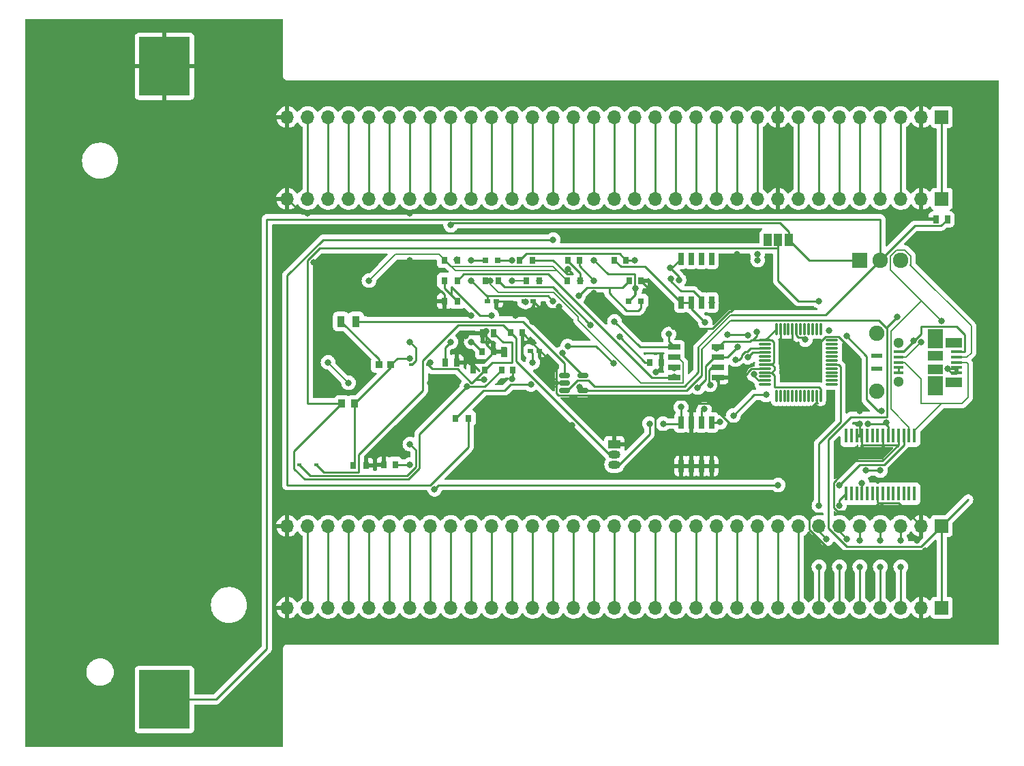
<source format=gbr>
%TF.GenerationSoftware,KiCad,Pcbnew,(6.0.1)*%
%TF.CreationDate,2022-03-23T10:27:17+02:00*%
%TF.ProjectId,main,6d61696e-2e6b-4696-9361-645f70636258,rev?*%
%TF.SameCoordinates,Original*%
%TF.FileFunction,Copper,L1,Top*%
%TF.FilePolarity,Positive*%
%FSLAX46Y46*%
G04 Gerber Fmt 4.6, Leading zero omitted, Abs format (unit mm)*
G04 Created by KiCad (PCBNEW (6.0.1)) date 2022-03-23 10:27:17*
%MOMM*%
%LPD*%
G01*
G04 APERTURE LIST*
G04 Aperture macros list*
%AMRoundRect*
0 Rectangle with rounded corners*
0 $1 Rounding radius*
0 $2 $3 $4 $5 $6 $7 $8 $9 X,Y pos of 4 corners*
0 Add a 4 corners polygon primitive as box body*
4,1,4,$2,$3,$4,$5,$6,$7,$8,$9,$2,$3,0*
0 Add four circle primitives for the rounded corners*
1,1,$1+$1,$2,$3*
1,1,$1+$1,$4,$5*
1,1,$1+$1,$6,$7*
1,1,$1+$1,$8,$9*
0 Add four rect primitives between the rounded corners*
20,1,$1+$1,$2,$3,$4,$5,0*
20,1,$1+$1,$4,$5,$6,$7,0*
20,1,$1+$1,$6,$7,$8,$9,0*
20,1,$1+$1,$8,$9,$2,$3,0*%
G04 Aperture macros list end*
%TA.AperFunction,SMDPad,CuDef*%
%ADD10R,0.900000X1.000000*%
%TD*%
%TA.AperFunction,SMDPad,CuDef*%
%ADD11R,0.760000X0.980000*%
%TD*%
%TA.AperFunction,SMDPad,CuDef*%
%ADD12RoundRect,0.150000X-0.512500X-0.150000X0.512500X-0.150000X0.512500X0.150000X-0.512500X0.150000X0*%
%TD*%
%TA.AperFunction,SMDPad,CuDef*%
%ADD13R,0.730000X0.940000*%
%TD*%
%TA.AperFunction,SMDPad,CuDef*%
%ADD14R,0.950000X1.400000*%
%TD*%
%TA.AperFunction,SMDPad,CuDef*%
%ADD15R,0.900000X0.950000*%
%TD*%
%TA.AperFunction,SMDPad,CuDef*%
%ADD16R,0.800000X0.950000*%
%TD*%
%TA.AperFunction,SMDPad,CuDef*%
%ADD17R,1.380000X0.450000*%
%TD*%
%TA.AperFunction,SMDPad,CuDef*%
%ADD18R,2.100000X1.300000*%
%TD*%
%TA.AperFunction,SMDPad,CuDef*%
%ADD19R,1.900000X1.175000*%
%TD*%
%TA.AperFunction,SMDPad,CuDef*%
%ADD20R,1.900000X2.375000*%
%TD*%
%TA.AperFunction,ComponentPad*%
%ADD21R,1.920000X1.920000*%
%TD*%
%TA.AperFunction,ComponentPad*%
%ADD22C,1.920000*%
%TD*%
%TA.AperFunction,ComponentPad*%
%ADD23R,1.700000X1.700000*%
%TD*%
%TA.AperFunction,ComponentPad*%
%ADD24O,1.700000X1.700000*%
%TD*%
%TA.AperFunction,SMDPad,CuDef*%
%ADD25R,1.250000X0.400000*%
%TD*%
%TA.AperFunction,ComponentPad*%
%ADD26C,1.300000*%
%TD*%
%TA.AperFunction,ComponentPad*%
%ADD27C,1.900000*%
%TD*%
%TA.AperFunction,SMDPad,CuDef*%
%ADD28R,1.350000X0.600000*%
%TD*%
%TA.AperFunction,SMDPad,CuDef*%
%ADD29R,0.800000X0.800000*%
%TD*%
%TA.AperFunction,SMDPad,CuDef*%
%ADD30R,1.525000X0.650000*%
%TD*%
%TA.AperFunction,SMDPad,CuDef*%
%ADD31R,0.600000X0.450000*%
%TD*%
%TA.AperFunction,SMDPad,CuDef*%
%ADD32RoundRect,0.075000X-0.662500X-0.075000X0.662500X-0.075000X0.662500X0.075000X-0.662500X0.075000X0*%
%TD*%
%TA.AperFunction,SMDPad,CuDef*%
%ADD33RoundRect,0.075000X-0.075000X-0.662500X0.075000X-0.662500X0.075000X0.662500X-0.075000X0.662500X0*%
%TD*%
%TA.AperFunction,SMDPad,CuDef*%
%ADD34R,1.000000X1.500000*%
%TD*%
%TA.AperFunction,SMDPad,CuDef*%
%ADD35R,0.750000X0.600000*%
%TD*%
%TA.AperFunction,SMDPad,CuDef*%
%ADD36R,0.700000X0.600000*%
%TD*%
%TA.AperFunction,SMDPad,CuDef*%
%ADD37R,0.450000X1.750000*%
%TD*%
%TA.AperFunction,SMDPad,CuDef*%
%ADD38R,0.650000X1.525000*%
%TD*%
%TA.AperFunction,SMDPad,CuDef*%
%ADD39R,6.350000X7.340000*%
%TD*%
%TA.AperFunction,ComponentPad*%
%ADD40R,1.500000X1.050000*%
%TD*%
%TA.AperFunction,ComponentPad*%
%ADD41O,1.500000X1.050000*%
%TD*%
%TA.AperFunction,ViaPad*%
%ADD42C,0.800000*%
%TD*%
%TA.AperFunction,Conductor*%
%ADD43C,0.250000*%
%TD*%
%TA.AperFunction,Conductor*%
%ADD44C,0.200000*%
%TD*%
G04 APERTURE END LIST*
D10*
%TO.P,FB1,1*%
%TO.N,VCC*%
X105840000Y-101600000D03*
%TO.P,FB1,2*%
%TO.N,+5V*%
X107440000Y-101600000D03*
%TD*%
D11*
%TO.P,C6,1*%
%TO.N,VCC*%
X118670000Y-96520000D03*
%TO.P,C6,2*%
%TO.N,GND*%
X120090000Y-96520000D03*
%TD*%
D12*
%TO.P,U1,1,STAT*%
%TO.N,Net-(R2-Pad2)*%
X133482500Y-98110000D03*
%TO.P,U1,2,VSS*%
%TO.N,GND*%
X133482500Y-99060000D03*
%TO.P,U1,3,VBAT*%
%TO.N,Net-(BT1-Pad1)*%
X133482500Y-100010000D03*
%TO.P,U1,4,VDD*%
%TO.N,+5V*%
X135757500Y-100010000D03*
%TO.P,U1,5,PROG*%
%TO.N,Net-(R1-Pad1)*%
X135757500Y-98110000D03*
%TD*%
D13*
%TO.P,C12,1*%
%TO.N,GND*%
X133910000Y-83820000D03*
%TO.P,C12,2*%
%TO.N,Net-(C12-Pad2)*%
X135330000Y-83820000D03*
%TD*%
D14*
%TO.P,R2,1*%
%TO.N,Net-(D1-Pad1)*%
X105730000Y-91440000D03*
%TO.P,R2,2*%
%TO.N,Net-(R2-Pad2)*%
X107630000Y-91440000D03*
%TD*%
D15*
%TO.P,D1,1,K*%
%TO.N,Net-(D1-Pad1)*%
X110440000Y-96805000D03*
%TO.P,D1,2,A*%
%TO.N,+5V*%
X111940000Y-96805000D03*
%TD*%
D16*
%TO.P,R5,1*%
%TO.N,GND*%
X118580000Y-88900000D03*
%TO.P,R5,2*%
%TO.N,IN2-*%
X120180000Y-88900000D03*
%TD*%
%TO.P,R9,1*%
%TO.N,IN1-*%
X128740000Y-86360000D03*
%TO.P,R9,2*%
%TO.N,Vout1*%
X130340000Y-86360000D03*
%TD*%
D17*
%TO.P,J5,1,VBUS*%
%TO.N,+5V*%
X182185000Y-95220000D03*
%TO.P,J5,2,D-*%
%TO.N,/Power/D-*%
X182185000Y-95870000D03*
%TO.P,J5,3,D+*%
%TO.N,/Power/D+*%
X182185000Y-96520000D03*
%TO.P,J5,4,ID*%
%TO.N,GND*%
X182185000Y-97170000D03*
%TO.P,J5,5,GND*%
X182185000Y-97820000D03*
D18*
%TO.P,J5,6*%
%TO.N,N/C*%
X181825000Y-98972500D03*
%TO.P,J5,7*%
X181825000Y-94067500D03*
D19*
%TO.P,J5,8*%
X179525000Y-95682500D03*
%TO.P,J5,9*%
X179525000Y-97357500D03*
D20*
%TO.P,J5,10*%
X179525000Y-93607500D03*
%TO.P,J5,11*%
X179525000Y-99432500D03*
%TD*%
D21*
%TO.P,Q1,1,D*%
%TO.N,Net-(D2-Pad1)*%
X170180000Y-83820000D03*
D22*
%TO.P,Q1,2,S*%
%TO.N,Net-(BT1-Pad1)*%
X172720000Y-83820000D03*
%TO.P,Q1,3,G*%
%TO.N,+5V*%
X175260000Y-83820000D03*
%TD*%
D13*
%TO.P,C5,1*%
%TO.N,VCC*%
X125685000Y-97470000D03*
%TO.P,C5,2*%
%TO.N,GND*%
X127105000Y-97470000D03*
%TD*%
D23*
%TO.P,J2,1,Pin_1*%
%TO.N,+3V0*%
X180340000Y-76200000D03*
D24*
%TO.P,J2,2,Pin_2*%
%TO.N,GND*%
X177800000Y-76200000D03*
%TO.P,J2,3,Pin_3*%
%TO.N,/VBAT*%
X175260000Y-76200000D03*
%TO.P,J2,4,Pin_4*%
%TO.N,/PC13*%
X172720000Y-76200000D03*
%TO.P,J2,5,Pin_5*%
%TO.N,/PC14*%
X170180000Y-76200000D03*
%TO.P,J2,6,Pin_6*%
%TO.N,/PC15*%
X167640000Y-76200000D03*
%TO.P,J2,7,Pin_7*%
%TO.N,/PF0*%
X165100000Y-76200000D03*
%TO.P,J2,8,Pin_8*%
%TO.N,/PF1*%
X162560000Y-76200000D03*
%TO.P,J2,9,Pin_9*%
%TO.N,GND*%
X160020000Y-76200000D03*
%TO.P,J2,10,Pin_10*%
%TO.N,/NRST*%
X157480000Y-76200000D03*
%TO.P,J2,11,Pin_11*%
%TO.N,/PC0*%
X154940000Y-76200000D03*
%TO.P,J2,12,Pin_12*%
%TO.N,/PC1*%
X152400000Y-76200000D03*
%TO.P,J2,13,Pin_13*%
%TO.N,/PC2*%
X149860000Y-76200000D03*
%TO.P,J2,14,Pin_14*%
%TO.N,/PC3*%
X147320000Y-76200000D03*
%TO.P,J2,15,Pin_15*%
%TO.N,/PA0*%
X144780000Y-76200000D03*
%TO.P,J2,16,Pin_16*%
%TO.N,/PA1*%
X142240000Y-76200000D03*
%TO.P,J2,17,Pin_17*%
%TO.N,/PA2*%
X139700000Y-76200000D03*
%TO.P,J2,18,Pin_18*%
%TO.N,/PA3*%
X137160000Y-76200000D03*
%TO.P,J2,19,Pin_19*%
%TO.N,/PF4*%
X134620000Y-76200000D03*
%TO.P,J2,20,Pin_20*%
%TO.N,/PF5*%
X132080000Y-76200000D03*
%TO.P,J2,21,Pin_21*%
%TO.N,/PA4*%
X129540000Y-76200000D03*
%TO.P,J2,22,Pin_22*%
%TO.N,/PA5*%
X127000000Y-76200000D03*
%TO.P,J2,23,Pin_23*%
%TO.N,/PA6*%
X124460000Y-76200000D03*
%TO.P,J2,24,Pin_24*%
%TO.N,/PA7*%
X121920000Y-76200000D03*
%TO.P,J2,25,Pin_25*%
%TO.N,/PC4*%
X119380000Y-76200000D03*
%TO.P,J2,26,Pin_26*%
%TO.N,/PC5*%
X116840000Y-76200000D03*
%TO.P,J2,27,Pin_27*%
%TO.N,/PB0*%
X114300000Y-76200000D03*
%TO.P,J2,28,Pin_28*%
%TO.N,/PB1*%
X111760000Y-76200000D03*
%TO.P,J2,29,Pin_29*%
%TO.N,/PB2*%
X109220000Y-76200000D03*
%TO.P,J2,30,Pin_30*%
%TO.N,/PB10*%
X106680000Y-76200000D03*
%TO.P,J2,31,Pin_31*%
%TO.N,/PB11*%
X104140000Y-76200000D03*
%TO.P,J2,32,Pin_32*%
%TO.N,/PB12*%
X101600000Y-76200000D03*
%TO.P,J2,33,Pin_33*%
%TO.N,GND*%
X99060000Y-76200000D03*
%TD*%
D25*
%TO.P,J5,1,VBUS*%
%TO.N,+5V*%
X174947212Y-95220000D03*
%TO.P,J5,2,D-*%
%TO.N,/Power/D-*%
X174947212Y-95870000D03*
%TO.P,J5,3,D+*%
%TO.N,/Power/D+*%
X174947212Y-96520000D03*
%TO.P,J5,4,ID*%
%TO.N,Earth*%
X174947212Y-97170000D03*
%TO.P,J5,5,GND*%
X174947212Y-97820000D03*
D26*
%TO.P,J5,MH1*%
%TO.N,N/C*%
X174972212Y-94095000D03*
%TO.P,J5,MH2*%
X174972212Y-98945000D03*
D27*
%TO.P,J5,MH3*%
X172302212Y-92920000D03*
%TO.P,J5,MH4*%
X172302212Y-100120000D03*
D28*
%TO.P,J5,MP1*%
X172297212Y-95720000D03*
%TO.P,J5,MP2*%
X172297212Y-97320000D03*
%TD*%
D29*
%TO.P,A2,1*%
%TO.N,+3v3*%
X141490000Y-88900000D03*
%TO.P,A2,2*%
%TO.N,Vout2*%
X142990000Y-88900000D03*
%TD*%
D11*
%TO.P,C4,1*%
%TO.N,GND*%
X179630000Y-78740000D03*
%TO.P,C4,2*%
%TO.N,Net-(BT1-Pad1)*%
X181050000Y-78740000D03*
%TD*%
D30*
%TO.P,IC1,1,OUT1*%
%TO.N,Vdiff*%
X147148000Y-94615000D03*
%TO.P,IC1,2,IN1-*%
%TO.N,IN1-*%
X147148000Y-95885000D03*
%TO.P,IC1,3,IN1+*%
%TO.N,IN1+*%
X147148000Y-97155000D03*
%TO.P,IC1,4,VCC-*%
%TO.N,-3v3*%
X147148000Y-98425000D03*
%TO.P,IC1,5,IN2+*%
%TO.N,GND*%
X152572000Y-98425000D03*
%TO.P,IC1,6,IN2-*%
%TO.N,IN2-*%
X152572000Y-97155000D03*
%TO.P,IC1,7,OUT2*%
%TO.N,-3v3*%
X152572000Y-95885000D03*
%TO.P,IC1,8,VCC+*%
%TO.N,+3v3*%
X152572000Y-94615000D03*
%TD*%
D31*
%TO.P,D3,1,K*%
%TO.N,Net-(C7-Pad1)*%
X102650000Y-109220000D03*
%TO.P,D3,2,A*%
%TO.N,Net-(D3-Pad2)*%
X100550000Y-109220000D03*
%TD*%
D32*
%TO.P,MCU1,1,VDD*%
%TO.N,+3v3*%
X158397500Y-93770000D03*
%TO.P,MCU1,2,PC13*%
%TO.N,unconnected-(MCU1-Pad2)*%
X158397500Y-94270000D03*
%TO.P,MCU1,3,PC14*%
%TO.N,Vdiff*%
X158397500Y-94770000D03*
%TO.P,MCU1,4,PC15*%
%TO.N,/microcontroller_interfacing/SCL_P4*%
X158397500Y-95270000D03*
%TO.P,MCU1,5,PF0*%
%TO.N,unconnected-(MCU1-Pad5)*%
X158397500Y-95770000D03*
%TO.P,MCU1,6,PF1*%
%TO.N,unconnected-(MCU1-Pad6)*%
X158397500Y-96270000D03*
%TO.P,MCU1,7,NRST*%
%TO.N,+3v3*%
X158397500Y-96770000D03*
%TO.P,MCU1,8,VSSA*%
%TO.N,GND*%
X158397500Y-97270000D03*
%TO.P,MCU1,9,VDDA*%
%TO.N,+3v3*%
X158397500Y-97770000D03*
%TO.P,MCU1,10,PA0*%
%TO.N,unconnected-(MCU1-Pad10)*%
X158397500Y-98270000D03*
%TO.P,MCU1,11,PA1*%
%TO.N,/microcontroller_interfacing/OUT1*%
X158397500Y-98770000D03*
%TO.P,MCU1,12,PA2*%
%TO.N,unconnected-(MCU1-Pad12)*%
X158397500Y-99270000D03*
D33*
%TO.P,MCU1,13,PA3*%
%TO.N,unconnected-(MCU1-Pad13)*%
X159810000Y-100682500D03*
%TO.P,MCU1,14,PA4*%
%TO.N,unconnected-(MCU1-Pad14)*%
X160310000Y-100682500D03*
%TO.P,MCU1,15,PA5*%
%TO.N,unconnected-(MCU1-Pad15)*%
X160810000Y-100682500D03*
%TO.P,MCU1,16,PA6*%
%TO.N,unconnected-(MCU1-Pad16)*%
X161310000Y-100682500D03*
%TO.P,MCU1,17,PA7*%
%TO.N,unconnected-(MCU1-Pad17)*%
X161810000Y-100682500D03*
%TO.P,MCU1,18,PB0*%
%TO.N,unconnected-(MCU1-Pad18)*%
X162310000Y-100682500D03*
%TO.P,MCU1,19,PB1*%
%TO.N,unconnected-(MCU1-Pad19)*%
X162810000Y-100682500D03*
%TO.P,MCU1,20,PB2*%
%TO.N,unconnected-(MCU1-Pad20)*%
X163310000Y-100682500D03*
%TO.P,MCU1,21,PB10*%
%TO.N,unconnected-(MCU1-Pad21)*%
X163810000Y-100682500D03*
%TO.P,MCU1,22,PB11*%
%TO.N,unconnected-(MCU1-Pad22)*%
X164310000Y-100682500D03*
%TO.P,MCU1,23,VSS*%
%TO.N,GND*%
X164810000Y-100682500D03*
%TO.P,MCU1,24,VDD*%
%TO.N,+3v3*%
X165310000Y-100682500D03*
D32*
%TO.P,MCU1,25,PB12*%
%TO.N,unconnected-(MCU1-Pad25)*%
X166722500Y-99270000D03*
%TO.P,MCU1,26,PB13*%
%TO.N,unconnected-(MCU1-Pad26)*%
X166722500Y-98770000D03*
%TO.P,MCU1,27,PB14*%
%TO.N,unconnected-(MCU1-Pad27)*%
X166722500Y-98270000D03*
%TO.P,MCU1,28,PB15*%
%TO.N,unconnected-(MCU1-Pad28)*%
X166722500Y-97770000D03*
%TO.P,MCU1,29,PA8*%
%TO.N,unconnected-(MCU1-Pad29)*%
X166722500Y-97270000D03*
%TO.P,MCU1,30,PA9*%
%TO.N,USART1_TX*%
X166722500Y-96770000D03*
%TO.P,MCU1,31,PA10*%
%TO.N,USART1_RX*%
X166722500Y-96270000D03*
%TO.P,MCU1,32,PA11*%
%TO.N,unconnected-(MCU1-Pad32)*%
X166722500Y-95770000D03*
%TO.P,MCU1,33,PA12*%
%TO.N,unconnected-(MCU1-Pad33)*%
X166722500Y-95270000D03*
%TO.P,MCU1,34,PA13*%
%TO.N,unconnected-(MCU1-Pad34)*%
X166722500Y-94770000D03*
%TO.P,MCU1,35,PF6*%
%TO.N,unconnected-(MCU1-Pad35)*%
X166722500Y-94270000D03*
%TO.P,MCU1,36,PF7*%
%TO.N,unconnected-(MCU1-Pad36)*%
X166722500Y-93770000D03*
D33*
%TO.P,MCU1,37,PA14*%
%TO.N,unconnected-(MCU1-Pad37)*%
X165310000Y-92357500D03*
%TO.P,MCU1,38,PA15*%
%TO.N,unconnected-(MCU1-Pad38)*%
X164810000Y-92357500D03*
%TO.P,MCU1,39,PB3*%
%TO.N,unconnected-(MCU1-Pad39)*%
X164310000Y-92357500D03*
%TO.P,MCU1,40,PB4*%
%TO.N,unconnected-(MCU1-Pad40)*%
X163810000Y-92357500D03*
%TO.P,MCU1,41,PB5*%
%TO.N,unconnected-(MCU1-Pad41)*%
X163310000Y-92357500D03*
%TO.P,MCU1,42,PB6*%
%TO.N,unconnected-(MCU1-Pad42)*%
X162810000Y-92357500D03*
%TO.P,MCU1,43,PB7*%
%TO.N,/microcontroller_interfacing/SDA_P43*%
X162310000Y-92357500D03*
%TO.P,MCU1,44,BOOT0*%
%TO.N,GND*%
X161810000Y-92357500D03*
%TO.P,MCU1,45,PB8*%
%TO.N,unconnected-(MCU1-Pad45)*%
X161310000Y-92357500D03*
%TO.P,MCU1,46,PB9*%
%TO.N,unconnected-(MCU1-Pad46)*%
X160810000Y-92357500D03*
%TO.P,MCU1,47,VSS*%
%TO.N,GND*%
X160310000Y-92357500D03*
%TO.P,MCU1,48,VDD*%
%TO.N,+3v3*%
X159810000Y-92357500D03*
%TD*%
D29*
%TO.P,A1,1*%
%TO.N,+3v3*%
X123710000Y-83820000D03*
%TO.P,A1,2*%
%TO.N,Vout1*%
X125210000Y-83820000D03*
%TD*%
D16*
%TO.P,R12,1*%
%TO.N,Vout1*%
X119990000Y-103450000D03*
%TO.P,R12,2*%
%TO.N,Net-(C11-Pad2)*%
X121590000Y-103450000D03*
%TD*%
D31*
%TO.P,D2,2,A*%
%TO.N,+5V*%
X116540000Y-96830000D03*
%TO.P,D2,1,K*%
%TO.N,Net-(D2-Pad1)*%
X114440000Y-96830000D03*
%TD*%
D13*
%TO.P,C11,1*%
%TO.N,/microcontroller_interfacing/OUT1*%
X139700000Y-83820000D03*
%TO.P,C11,2*%
%TO.N,Net-(C11-Pad2)*%
X141120000Y-83820000D03*
%TD*%
D23*
%TO.P,J1,1,Pin_1*%
%TO.N,+3V0*%
X180340000Y-66040000D03*
D24*
%TO.P,J1,2,Pin_2*%
%TO.N,GND*%
X177800000Y-66040000D03*
%TO.P,J1,3,Pin_3*%
%TO.N,/VBAT*%
X175260000Y-66040000D03*
%TO.P,J1,4,Pin_4*%
%TO.N,/PC13*%
X172720000Y-66040000D03*
%TO.P,J1,5,Pin_5*%
%TO.N,/PC14*%
X170180000Y-66040000D03*
%TO.P,J1,6,Pin_6*%
%TO.N,/PC15*%
X167640000Y-66040000D03*
%TO.P,J1,7,Pin_7*%
%TO.N,/PF0*%
X165100000Y-66040000D03*
%TO.P,J1,8,Pin_8*%
%TO.N,/PF1*%
X162560000Y-66040000D03*
%TO.P,J1,9,Pin_9*%
%TO.N,GND*%
X160020000Y-66040000D03*
%TO.P,J1,10,Pin_10*%
%TO.N,/NRST*%
X157480000Y-66040000D03*
%TO.P,J1,11,Pin_11*%
%TO.N,/PC0*%
X154940000Y-66040000D03*
%TO.P,J1,12,Pin_12*%
%TO.N,/PC1*%
X152400000Y-66040000D03*
%TO.P,J1,13,Pin_13*%
%TO.N,/PC2*%
X149860000Y-66040000D03*
%TO.P,J1,14,Pin_14*%
%TO.N,/PC3*%
X147320000Y-66040000D03*
%TO.P,J1,15,Pin_15*%
%TO.N,/PA0*%
X144780000Y-66040000D03*
%TO.P,J1,16,Pin_16*%
%TO.N,/PA1*%
X142240000Y-66040000D03*
%TO.P,J1,17,Pin_17*%
%TO.N,/PA2*%
X139700000Y-66040000D03*
%TO.P,J1,18,Pin_18*%
%TO.N,/PA3*%
X137160000Y-66040000D03*
%TO.P,J1,19,Pin_19*%
%TO.N,/PF4*%
X134620000Y-66040000D03*
%TO.P,J1,20,Pin_20*%
%TO.N,/PF5*%
X132080000Y-66040000D03*
%TO.P,J1,21,Pin_21*%
%TO.N,/PA4*%
X129540000Y-66040000D03*
%TO.P,J1,22,Pin_22*%
%TO.N,/PA5*%
X127000000Y-66040000D03*
%TO.P,J1,23,Pin_23*%
%TO.N,/PA6*%
X124460000Y-66040000D03*
%TO.P,J1,24,Pin_24*%
%TO.N,/PA7*%
X121920000Y-66040000D03*
%TO.P,J1,25,Pin_25*%
%TO.N,/PC4*%
X119380000Y-66040000D03*
%TO.P,J1,26,Pin_26*%
%TO.N,/PC5*%
X116840000Y-66040000D03*
%TO.P,J1,27,Pin_27*%
%TO.N,/PB0*%
X114300000Y-66040000D03*
%TO.P,J1,28,Pin_28*%
%TO.N,/PB1*%
X111760000Y-66040000D03*
%TO.P,J1,29,Pin_29*%
%TO.N,/PB2*%
X109220000Y-66040000D03*
%TO.P,J1,30,Pin_30*%
%TO.N,/PB10*%
X106680000Y-66040000D03*
%TO.P,J1,31,Pin_31*%
%TO.N,/PB11*%
X104140000Y-66040000D03*
%TO.P,J1,32,Pin_32*%
%TO.N,/PB12*%
X101600000Y-66040000D03*
%TO.P,J1,33,Pin_33*%
%TO.N,GND*%
X99060000Y-66040000D03*
%TD*%
D13*
%TO.P,C9,1*%
%TO.N,Vout1*%
X144070000Y-96520000D03*
%TO.P,C9,2*%
%TO.N,GND*%
X145490000Y-96520000D03*
%TD*%
D16*
%TO.P,R13,1*%
%TO.N,Net-(C11-Pad2)*%
X127940000Y-83820000D03*
%TO.P,R13,2*%
%TO.N,Net-(C12-Pad2)*%
X129540000Y-83820000D03*
%TD*%
D13*
%TO.P,C1,1*%
%TO.N,GND*%
X122185000Y-97470000D03*
%TO.P,C1,2*%
%TO.N,+5V*%
X123605000Y-97470000D03*
%TD*%
D34*
%TO.P,JP1,1,A*%
%TO.N,Net-(D3-Pad2)*%
X158720000Y-81280000D03*
%TO.P,JP1,2,C*%
%TO.N,VCC*%
X160020000Y-81280000D03*
%TO.P,JP1,3,B*%
%TO.N,Net-(D2-Pad1)*%
X161320000Y-81280000D03*
%TD*%
D16*
%TO.P,R4,1*%
%TO.N,IN2-*%
X118580000Y-86360000D03*
%TO.P,R4,2*%
%TO.N,-3v3*%
X120180000Y-86360000D03*
%TD*%
D35*
%TO.P,R6,1*%
%TO.N,Vout1*%
X128535000Y-88900000D03*
%TO.P,R6,2*%
%TO.N,GND*%
X129635000Y-88900000D03*
%TD*%
D16*
%TO.P,R10,1*%
%TO.N,IN1+*%
X133820000Y-86360000D03*
%TO.P,R10,2*%
%TO.N,GND*%
X135420000Y-86360000D03*
%TD*%
D11*
%TO.P,C3,1*%
%TO.N,GND*%
X123310000Y-92870000D03*
%TO.P,C3,2*%
%TO.N,+5V*%
X124730000Y-92870000D03*
%TD*%
D13*
%TO.P,C7,1*%
%TO.N,Net-(C7-Pad1)*%
X126825000Y-92850000D03*
%TO.P,C7,2*%
%TO.N,GND*%
X128245000Y-92850000D03*
%TD*%
%TO.P,C2,1*%
%TO.N,GND*%
X111050000Y-109220000D03*
%TO.P,C2,2*%
%TO.N,Net-(C2-Pad2)*%
X112470000Y-109220000D03*
%TD*%
D36*
%TO.P,R1,1*%
%TO.N,Net-(R1-Pad1)*%
X129270000Y-95070000D03*
%TO.P,R1,2*%
%TO.N,GND*%
X130370000Y-95070000D03*
%TD*%
D23*
%TO.P,J4,1,Pin_1*%
%TO.N,+5V*%
X180340000Y-127000000D03*
D24*
%TO.P,J4,2,Pin_2*%
%TO.N,GND*%
X177800000Y-127000000D03*
%TO.P,J4,3,Pin_3*%
%TO.N,/PB9*%
X175260000Y-127000000D03*
%TO.P,J4,4,Pin_4*%
%TO.N,/PB8*%
X172720000Y-127000000D03*
%TO.P,J4,5,Pin_5*%
%TO.N,VDD*%
X170180000Y-127000000D03*
%TO.P,J4,6,Pin_6*%
%TO.N,/BOOT*%
X167640000Y-127000000D03*
%TO.P,J4,7,Pin_7*%
%TO.N,/PB7*%
X165100000Y-127000000D03*
%TO.P,J4,8,Pin_8*%
%TO.N,/PB6*%
X162560000Y-127000000D03*
%TO.P,J4,9,Pin_9*%
%TO.N,/PB5*%
X160020000Y-127000000D03*
%TO.P,J4,10,Pin_10*%
%TO.N,/PB4*%
X157480000Y-127000000D03*
%TO.P,J4,11,Pin_11*%
%TO.N,/PB3*%
X154940000Y-127000000D03*
%TO.P,J4,12,Pin_12*%
%TO.N,/PD2*%
X152400000Y-127000000D03*
%TO.P,J4,13,Pin_13*%
%TO.N,/PC12*%
X149860000Y-127000000D03*
%TO.P,J4,14,Pin_14*%
%TO.N,/PC11*%
X147320000Y-127000000D03*
%TO.P,J4,15,Pin_15*%
%TO.N,/PC10*%
X144780000Y-127000000D03*
%TO.P,J4,16,Pin_16*%
%TO.N,/PA15*%
X142240000Y-127000000D03*
%TO.P,J4,17,Pin_17*%
%TO.N,/PA14*%
X139700000Y-127000000D03*
%TO.P,J4,18,Pin_18*%
%TO.N,/PF7*%
X137160000Y-127000000D03*
%TO.P,J4,19,Pin_19*%
%TO.N,/PF6*%
X134620000Y-127000000D03*
%TO.P,J4,20,Pin_20*%
%TO.N,/PA13*%
X132080000Y-127000000D03*
%TO.P,J4,21,Pin_21*%
%TO.N,/PA12*%
X129540000Y-127000000D03*
%TO.P,J4,22,Pin_22*%
%TO.N,/PA11*%
X127000000Y-127000000D03*
%TO.P,J4,23,Pin_23*%
%TO.N,/PA10*%
X124460000Y-127000000D03*
%TO.P,J4,24,Pin_24*%
%TO.N,/PA9*%
X121920000Y-127000000D03*
%TO.P,J4,25,Pin_25*%
%TO.N,/PA8*%
X119380000Y-127000000D03*
%TO.P,J4,26,Pin_26*%
%TO.N,/PC9*%
X116840000Y-127000000D03*
%TO.P,J4,27,Pin_27*%
%TO.N,/PC8*%
X114300000Y-127000000D03*
%TO.P,J4,28,Pin_28*%
%TO.N,/PC7*%
X111760000Y-127000000D03*
%TO.P,J4,29,Pin_29*%
%TO.N,/PC6*%
X109220000Y-127000000D03*
%TO.P,J4,30,Pin_30*%
%TO.N,/PB15*%
X106680000Y-127000000D03*
%TO.P,J4,31,Pin_31*%
%TO.N,/PB14*%
X104140000Y-127000000D03*
%TO.P,J4,32,Pin_32*%
%TO.N,/PB13*%
X101600000Y-127000000D03*
%TO.P,J4,33,Pin_33*%
%TO.N,GND*%
X99060000Y-127000000D03*
%TD*%
D37*
%TO.P,U2,1,TXD*%
%TO.N,USART1_TX*%
X168495000Y-112820000D03*
%TO.P,U2,2,DTR*%
%TO.N,unconnected-(U2-Pad2)*%
X169145000Y-112820000D03*
%TO.P,U2,3,RTS*%
%TO.N,unconnected-(U2-Pad3)*%
X169795000Y-112820000D03*
%TO.P,U2,4,VCCIO*%
%TO.N,VCC*%
X170445000Y-112820000D03*
%TO.P,U2,5,RXD*%
%TO.N,USATR1_RX*%
X171095000Y-112820000D03*
%TO.P,U2,6,RI*%
%TO.N,unconnected-(U2-Pad6)*%
X171745000Y-112820000D03*
%TO.P,U2,7,GND*%
%TO.N,GND*%
X172395000Y-112820000D03*
%TO.P,U2,8*%
%TO.N,N/C*%
X173045000Y-112820000D03*
%TO.P,U2,9,DCR*%
%TO.N,unconnected-(U2-Pad9)*%
X173695000Y-112820000D03*
%TO.P,U2,10,DCD*%
%TO.N,unconnected-(U2-Pad10)*%
X174345000Y-112820000D03*
%TO.P,U2,11,CTS*%
%TO.N,unconnected-(U2-Pad11)*%
X174995000Y-112820000D03*
%TO.P,U2,12,CBUS4*%
%TO.N,unconnected-(U2-Pad12)*%
X175645000Y-112820000D03*
%TO.P,U2,13,CBUS2*%
%TO.N,unconnected-(U2-Pad13)*%
X176295000Y-112820000D03*
%TO.P,U2,14,CBUS3*%
%TO.N,unconnected-(U2-Pad14)*%
X176945000Y-112820000D03*
%TO.P,U2,15,USBD+*%
%TO.N,/Power/D+*%
X176945000Y-105620000D03*
%TO.P,U2,16,USBD-*%
%TO.N,/Power/D-*%
X176295000Y-105620000D03*
%TO.P,U2,17,3V3OUT*%
%TO.N,Net-(C2-Pad2)*%
X175645000Y-105620000D03*
%TO.P,U2,18,GND*%
%TO.N,GND*%
X174995000Y-105620000D03*
%TO.P,U2,19,~{RESET}*%
%TO.N,unconnected-(U2-Pad19)*%
X174345000Y-105620000D03*
%TO.P,U2,20,VCC*%
%TO.N,VCC*%
X173695000Y-105620000D03*
%TO.P,U2,21,GND*%
%TO.N,GND*%
X173045000Y-105620000D03*
%TO.P,U2,22,CBUS1*%
%TO.N,unconnected-(U2-Pad22)*%
X172395000Y-105620000D03*
%TO.P,U2,23,CBUS0*%
%TO.N,unconnected-(U2-Pad23)*%
X171745000Y-105620000D03*
%TO.P,U2,24*%
%TO.N,N/C*%
X171095000Y-105620000D03*
%TO.P,U2,25,AGND*%
%TO.N,GND*%
X170445000Y-105620000D03*
%TO.P,U2,26,TEST*%
X169795000Y-105620000D03*
%TO.P,U2,27,OSCI*%
%TO.N,unconnected-(U2-Pad27)*%
X169145000Y-105620000D03*
%TO.P,U2,28,OSCO*%
%TO.N,unconnected-(U2-Pad28)*%
X168495000Y-105620000D03*
%TD*%
D23*
%TO.P,J3,1,Pin_1*%
%TO.N,+5V*%
X180340000Y-116840000D03*
D24*
%TO.P,J3,2,Pin_2*%
%TO.N,GND*%
X177800000Y-116840000D03*
%TO.P,J3,3,Pin_3*%
%TO.N,/PB9*%
X175260000Y-116840000D03*
%TO.P,J3,4,Pin_4*%
%TO.N,/PB8*%
X172720000Y-116840000D03*
%TO.P,J3,5,Pin_5*%
%TO.N,VDD*%
X170180000Y-116840000D03*
%TO.P,J3,6,Pin_6*%
%TO.N,/BOOT*%
X167640000Y-116840000D03*
%TO.P,J3,7,Pin_7*%
%TO.N,/PB7*%
X165100000Y-116840000D03*
%TO.P,J3,8,Pin_8*%
%TO.N,/PB6*%
X162560000Y-116840000D03*
%TO.P,J3,9,Pin_9*%
%TO.N,/PB5*%
X160020000Y-116840000D03*
%TO.P,J3,10,Pin_10*%
%TO.N,/PB4*%
X157480000Y-116840000D03*
%TO.P,J3,11,Pin_11*%
%TO.N,/PB3*%
X154940000Y-116840000D03*
%TO.P,J3,12,Pin_12*%
%TO.N,/PD2*%
X152400000Y-116840000D03*
%TO.P,J3,13,Pin_13*%
%TO.N,/PC12*%
X149860000Y-116840000D03*
%TO.P,J3,14,Pin_14*%
%TO.N,/PC11*%
X147320000Y-116840000D03*
%TO.P,J3,15,Pin_15*%
%TO.N,/PC10*%
X144780000Y-116840000D03*
%TO.P,J3,16,Pin_16*%
%TO.N,/PA15*%
X142240000Y-116840000D03*
%TO.P,J3,17,Pin_17*%
%TO.N,/PA14*%
X139700000Y-116840000D03*
%TO.P,J3,18,Pin_18*%
%TO.N,/PF7*%
X137160000Y-116840000D03*
%TO.P,J3,19,Pin_19*%
%TO.N,/PF6*%
X134620000Y-116840000D03*
%TO.P,J3,20,Pin_20*%
%TO.N,/PA13*%
X132080000Y-116840000D03*
%TO.P,J3,21,Pin_21*%
%TO.N,/PA12*%
X129540000Y-116840000D03*
%TO.P,J3,22,Pin_22*%
%TO.N,/PA11*%
X127000000Y-116840000D03*
%TO.P,J3,23,Pin_23*%
%TO.N,/PA10*%
X124460000Y-116840000D03*
%TO.P,J3,24,Pin_24*%
%TO.N,/PA9*%
X121920000Y-116840000D03*
%TO.P,J3,25,Pin_25*%
%TO.N,/PA8*%
X119380000Y-116840000D03*
%TO.P,J3,26,Pin_26*%
%TO.N,/PC9*%
X116840000Y-116840000D03*
%TO.P,J3,27,Pin_27*%
%TO.N,/PC8*%
X114300000Y-116840000D03*
%TO.P,J3,28,Pin_28*%
%TO.N,/PC7*%
X111760000Y-116840000D03*
%TO.P,J3,29,Pin_29*%
%TO.N,/PC6*%
X109220000Y-116840000D03*
%TO.P,J3,30,Pin_30*%
%TO.N,/PB15*%
X106680000Y-116840000D03*
%TO.P,J3,31,Pin_31*%
%TO.N,/PB14*%
X104140000Y-116840000D03*
%TO.P,J3,32,Pin_32*%
%TO.N,/PB13*%
X101600000Y-116840000D03*
%TO.P,J3,33,Pin_33*%
%TO.N,GND*%
X99060000Y-116840000D03*
%TD*%
D35*
%TO.P,R7,1*%
%TO.N,Vout2*%
X123910000Y-88900000D03*
%TO.P,R7,2*%
%TO.N,GND*%
X125010000Y-88900000D03*
%TD*%
D13*
%TO.P,C8,1*%
%TO.N,+3v3*%
X123295000Y-95180000D03*
%TO.P,C8,2*%
%TO.N,GND*%
X124715000Y-95180000D03*
%TD*%
D16*
%TO.P,R11,1*%
%TO.N,IN1+*%
X118580000Y-83820000D03*
%TO.P,R11,2*%
%TO.N,Vout2*%
X120180000Y-83820000D03*
%TD*%
%TO.P,R3,1*%
%TO.N,+5V*%
X107235000Y-109350000D03*
%TO.P,R3,2*%
%TO.N,GND*%
X108835000Y-109350000D03*
%TD*%
D38*
%TO.P,IC2,1,OUT1*%
%TO.N,/microcontroller_interfacing/OUT1*%
X147955000Y-89072000D03*
%TO.P,IC2,2,IN1-*%
X149225000Y-89072000D03*
%TO.P,IC2,3,IN1+*%
%TO.N,Net-(C12-Pad2)*%
X150495000Y-89072000D03*
%TO.P,IC2,4,VCC-*%
%TO.N,-3v3*%
X151765000Y-89072000D03*
%TO.P,IC2,5,IN2+*%
%TO.N,unconnected-(IC2-Pad5)*%
X151765000Y-83648000D03*
%TO.P,IC2,6,IN2-*%
%TO.N,unconnected-(IC2-Pad6)*%
X150495000Y-83648000D03*
%TO.P,IC2,7,OUT2*%
%TO.N,unconnected-(IC2-Pad7)*%
X149225000Y-83648000D03*
%TO.P,IC2,8,VCC+*%
%TO.N,+3v3*%
X147955000Y-83648000D03*
%TD*%
%TO.P,IC3,1,A0*%
%TO.N,GND*%
X147955000Y-109392000D03*
%TO.P,IC3,2,A1*%
X149225000Y-109392000D03*
%TO.P,IC3,3,A2*%
X150495000Y-109392000D03*
%TO.P,IC3,4,GND*%
X151765000Y-109392000D03*
%TO.P,IC3,5,SDA*%
%TO.N,/microcontroller_interfacing/SDA_P43*%
X151765000Y-103968000D03*
%TO.P,IC3,6,SCL*%
%TO.N,/microcontroller_interfacing/SCL_P4*%
X150495000Y-103968000D03*
%TO.P,IC3,7,WP*%
%TO.N,GND*%
X149225000Y-103968000D03*
%TO.P,IC3,8,VCC*%
%TO.N,+3v3*%
X147955000Y-103968000D03*
%TD*%
D16*
%TO.P,R8,1*%
%TO.N,IN1-*%
X123660000Y-86360000D03*
%TO.P,R8,2*%
%TO.N,Vdiff*%
X125260000Y-86360000D03*
%TD*%
D39*
%TO.P,BT1,1,+*%
%TO.N,Net-(BT1-Pad1)*%
X83820000Y-138390000D03*
%TO.P,BT1,2,-*%
%TO.N,GND*%
X83820000Y-59730000D03*
%TD*%
D40*
%TO.P,U3,1,GND*%
%TO.N,GND*%
X139700000Y-106680000D03*
D41*
%TO.P,U3,2,VI*%
%TO.N,Net-(C7-Pad1)*%
X139700000Y-107950000D03*
%TO.P,U3,3,VO*%
%TO.N,+3v3*%
X139700000Y-109220000D03*
%TD*%
D13*
%TO.P,C10,1*%
%TO.N,Vout2*%
X141530000Y-86360000D03*
%TO.P,C10,2*%
%TO.N,GND*%
X142950000Y-86360000D03*
%TD*%
D42*
%TO.N,GND*%
X121920000Y-96520000D03*
X116840000Y-99060000D03*
X121213245Y-93273245D03*
%TO.N,IN1+*%
X106680000Y-99060000D03*
X104140000Y-96520000D03*
X109220000Y-86360000D03*
X147148000Y-97244500D03*
%TO.N,+3v3*%
X137160000Y-83820000D03*
%TO.N,GND*%
X135420000Y-86360000D03*
X137160000Y-87928652D03*
X137160000Y-88900000D03*
X132786755Y-89624500D03*
%TO.N,IN2-*%
X151576215Y-99302250D03*
X139576439Y-96643562D03*
X133895500Y-94492300D03*
X124460000Y-90715500D03*
%TO.N,+3v3*%
X121920000Y-83820000D03*
X142283964Y-87348440D03*
X147714918Y-86263081D03*
%TO.N,Net-(D2-Pad1)*%
X119380000Y-79464500D03*
X114300000Y-93980000D03*
%TO.N,GND*%
X127000000Y-98539810D03*
X180340000Y-104140000D03*
X181074502Y-97344502D03*
X170180000Y-102550989D03*
X127376200Y-90715500D03*
X121920000Y-96520000D03*
X139700000Y-104140000D03*
X123750498Y-92614020D03*
X114300000Y-83820000D03*
X127000000Y-101600000D03*
X129540000Y-91440000D03*
X178312299Y-119892299D03*
X144858029Y-97700500D03*
X154940000Y-83079011D03*
X121920000Y-90715500D03*
X170180000Y-104140000D03*
X114300000Y-78015500D03*
X134415690Y-104344310D03*
X129540000Y-93980000D03*
X175260000Y-109220000D03*
X102377329Y-84067270D03*
X101600000Y-78015500D03*
X177287701Y-118655500D03*
%TO.N,+5V*%
X174830378Y-90880378D03*
X114300000Y-96005498D03*
X116840000Y-96520000D03*
X176807113Y-93872983D03*
X135325335Y-99575335D03*
X123490201Y-98640201D03*
%TO.N,/PB9*%
X175260000Y-118655500D03*
X175260000Y-121920000D03*
%TO.N,/PB8*%
X172720000Y-121920000D03*
X172720000Y-118655500D03*
%TO.N,VDD*%
X170180000Y-121920000D03*
X170180000Y-118655500D03*
%TO.N,/BOOT*%
X168591794Y-118428206D03*
X167640000Y-121920000D03*
%TO.N,/PB7*%
X166051794Y-118428206D03*
X165100000Y-121920000D03*
%TO.N,Vdiff*%
X146450000Y-93000000D03*
X139700000Y-91440000D03*
X139700000Y-91440000D03*
X154725511Y-96175000D03*
X136755690Y-91844310D03*
%TO.N,+3v3*%
X157400000Y-92725000D03*
X145750000Y-104139989D03*
X144055500Y-104140000D03*
X152394219Y-94758317D03*
X146600000Y-84775000D03*
X147975201Y-102075201D03*
X121920000Y-93980000D03*
X121920000Y-83820000D03*
%TO.N,Vout1*%
X140320288Y-93359712D03*
X128660498Y-88999989D03*
X126940498Y-83820000D03*
X129335690Y-99264310D03*
X130340000Y-86360000D03*
%TO.N,Vout2*%
X121920000Y-86360000D03*
X132080000Y-88900000D03*
X120104500Y-83725378D03*
X135240288Y-88279712D03*
%TO.N,Net-(C2-Pad2)*%
X160020000Y-111760000D03*
X114300000Y-109220000D03*
X167640000Y-111760000D03*
X117352299Y-112272299D03*
%TO.N,VCC*%
X171179503Y-104140000D03*
X172852223Y-102550989D03*
X173500000Y-103999989D03*
X170904500Y-109944500D03*
X172720000Y-109944500D03*
X170904500Y-109944500D03*
X121376279Y-99540878D03*
X119380000Y-93980000D03*
X168549650Y-93270046D03*
X170412165Y-111491559D03*
X165100000Y-88900000D03*
%TO.N,/microcontroller_interfacing/OUT1*%
X150975000Y-91575000D03*
X156250000Y-93150000D03*
X153725000Y-93100000D03*
X157000000Y-97994500D03*
%TO.N,Net-(C11-Pad2)*%
X132080000Y-81280000D03*
X142240000Y-83820000D03*
%TO.N,Net-(C12-Pad2)*%
X137160000Y-86360000D03*
X133906848Y-84946447D03*
X146725000Y-86125000D03*
%TO.N,Net-(D3-Pad2)*%
X157480000Y-83820000D03*
X157480000Y-83079011D03*
X158720000Y-81280000D03*
X114300000Y-106680000D03*
%TO.N,IN1-*%
X127000000Y-86360000D03*
X124260498Y-86360000D03*
%TO.N,-3v3*%
X151765000Y-89072000D03*
X147148000Y-98350011D03*
X150049799Y-99649799D03*
X154975000Y-94624500D03*
%TO.N,/microcontroller_interfacing/SDA_P43*%
X154475000Y-103125000D03*
X163387846Y-93694494D03*
X166350000Y-92570980D03*
X152835706Y-103939294D03*
X158525000Y-100550000D03*
%TO.N,/microcontroller_interfacing/SCL_P4*%
X150850000Y-102324500D03*
X156250000Y-95875000D03*
%TO.N,/Power/D-*%
X180332212Y-91370989D03*
X177800000Y-93987788D03*
%TO.N,USART1_TX*%
X165100000Y-114300000D03*
X167640000Y-114300000D03*
%TO.N,Net-(R1-Pad1)*%
X129540000Y-96520000D03*
X133251811Y-95348190D03*
%TD*%
D43*
%TO.N,+5V*%
X183189022Y-95220000D02*
X182602212Y-95220000D01*
X183199511Y-95209511D02*
X183189022Y-95220000D01*
X177800000Y-92963190D02*
X177800000Y-92095489D01*
X175543190Y-95220000D02*
X177800000Y-92963190D01*
X182209511Y-92095489D02*
X183199511Y-93085489D01*
X174947212Y-95220000D02*
X175543190Y-95220000D01*
X177800000Y-92095489D02*
X182209511Y-92095489D01*
X183199511Y-93085489D02*
X183199511Y-95209511D01*
%TO.N,GND*%
X181630000Y-97900000D02*
X181074502Y-97344502D01*
X182185000Y-97900000D02*
X181630000Y-97900000D01*
X181074502Y-97344502D02*
X182126714Y-97344502D01*
X122915489Y-97515489D02*
X121920000Y-96520000D01*
X122185000Y-96785000D02*
X121920000Y-96520000D01*
X122185000Y-97470000D02*
X122185000Y-96785000D01*
X121920000Y-97205000D02*
X122185000Y-97470000D01*
X121920000Y-96520000D02*
X121920000Y-97205000D01*
X121518541Y-92967949D02*
X121213245Y-93273245D01*
X124460000Y-93980000D02*
X123447949Y-92967949D01*
X123447949Y-92967949D02*
X121518541Y-92967949D01*
X123439022Y-96520000D02*
X124460000Y-95499022D01*
X120090000Y-96520000D02*
X123439022Y-96520000D01*
X124460000Y-95499022D02*
X124460000Y-93980000D01*
D44*
%TO.N,IN1+*%
X112459512Y-83120489D02*
X109220000Y-86360000D01*
X104140000Y-96520000D02*
X106680000Y-99060000D01*
X117914529Y-83120489D02*
X112459512Y-83120489D01*
X132595969Y-85135969D02*
X119930009Y-85135969D01*
X119930009Y-85135969D02*
X117914529Y-83120489D01*
X133820000Y-86360000D02*
X132595969Y-85135969D01*
D43*
%TO.N,+3v3*%
X138905489Y-85565489D02*
X137160000Y-83820000D01*
X142219511Y-88170489D02*
X142219511Y-85565489D01*
X142219511Y-85565489D02*
X138905489Y-85565489D01*
X141490000Y-88900000D02*
X142219511Y-88170489D01*
%TO.N,GND*%
X137160000Y-88900000D02*
X137160000Y-87928652D01*
X130639672Y-89904672D02*
X133066927Y-89904672D01*
X133066927Y-89904672D02*
X132786755Y-89624500D01*
X129635000Y-88900000D02*
X130639672Y-89904672D01*
%TO.N,IN2-*%
X151779511Y-97155000D02*
X152572000Y-97155000D01*
X151484989Y-97449522D02*
X151779511Y-97155000D01*
X151484989Y-99211024D02*
X151484989Y-97449522D01*
X151576215Y-99302250D02*
X151484989Y-99211024D01*
X137425177Y-94492300D02*
X139576439Y-96643562D01*
X133895500Y-94492300D02*
X137425177Y-94492300D01*
X123011478Y-90715500D02*
X124460000Y-90715500D01*
X119455489Y-88175489D02*
X119455489Y-87159511D01*
X119455489Y-87159511D02*
X123011478Y-90715500D01*
X120180000Y-88900000D02*
X119455489Y-88175489D01*
%TO.N,+3v3*%
X121920000Y-83820000D02*
X123710000Y-83820000D01*
X142283964Y-88106036D02*
X141490000Y-88900000D01*
X142283964Y-87348440D02*
X142283964Y-88106036D01*
X147714918Y-85889918D02*
X147714918Y-86263081D01*
X146600000Y-84775000D02*
X147714918Y-85889918D01*
%TO.N,GND*%
X121235000Y-96520000D02*
X120090000Y-96520000D01*
%TO.N,Net-(D2-Pad1)*%
X114515000Y-96830000D02*
X114440000Y-96830000D01*
X115024511Y-96320489D02*
X114515000Y-96830000D01*
X115024511Y-94704511D02*
X115024511Y-96320489D01*
X114300000Y-93980000D02*
X115024511Y-94704511D01*
X119654980Y-79189520D02*
X119380000Y-79464500D01*
X160229520Y-79189520D02*
X119654980Y-79189520D01*
X161320000Y-80280000D02*
X160229520Y-79189520D01*
X161320000Y-81280000D02*
X161320000Y-80280000D01*
%TO.N,+3V0*%
X180340000Y-66040000D02*
X180340000Y-76200000D01*
%TO.N,GND*%
X180340000Y-104140000D02*
X175260000Y-109220000D01*
X145490000Y-97068529D02*
X144858029Y-97700500D01*
X160310000Y-92357500D02*
X160310000Y-94035000D01*
X99060000Y-116840000D02*
X99060000Y-127000000D01*
X121911696Y-96520000D02*
X121967500Y-96575804D01*
X154142140Y-90207860D02*
X154940000Y-89410000D01*
X148525000Y-101100000D02*
X149225000Y-101800000D01*
X170180000Y-105355000D02*
X170445000Y-105620000D01*
X135420000Y-85435000D02*
X135420000Y-86360000D01*
X172395000Y-113919022D02*
X172495489Y-114019511D01*
X144780000Y-101100000D02*
X148525000Y-101100000D01*
X99060000Y-76200000D02*
X100875500Y-78015500D01*
X169604906Y-108770480D02*
X166915489Y-111459897D01*
X149225000Y-101800000D02*
X149225000Y-103968000D01*
X123750498Y-94215498D02*
X123750498Y-92614020D01*
X160310000Y-94035000D02*
X160875000Y-94600000D01*
X122915489Y-97515489D02*
X122915489Y-97523793D01*
X162040000Y-94500000D02*
X162560000Y-93980000D01*
X177800000Y-66040000D02*
X177800000Y-76200000D01*
X150495000Y-109392000D02*
X149225000Y-109392000D01*
X160020000Y-76200000D02*
X160020000Y-66040000D01*
X164810000Y-101485006D02*
X156903006Y-109392000D01*
X127105000Y-97470000D02*
X127105000Y-98434810D01*
X166915489Y-114600103D02*
X167339897Y-115024511D01*
X149860000Y-101600000D02*
X154940000Y-101600000D01*
X170180000Y-95924994D02*
X170180000Y-102550989D01*
X156275489Y-97694397D02*
X156275489Y-97799511D01*
X146749011Y-90159011D02*
X146749011Y-92174011D01*
X156903006Y-109392000D02*
X151765000Y-109392000D01*
X169795000Y-105620000D02*
X170445000Y-105620000D01*
X154940000Y-99060000D02*
X154305000Y-98425000D01*
X172395000Y-112820000D02*
X172395000Y-113919022D01*
X147955000Y-109392000D02*
X147783000Y-109220000D01*
X172983802Y-108770480D02*
X169604906Y-108770480D01*
X133910000Y-83820000D02*
X133910000Y-83925000D01*
X109025559Y-90715500D02*
X121920000Y-90715500D01*
X142950000Y-86360000D02*
X146749011Y-90159011D01*
X154940000Y-101600000D02*
X154940000Y-99060000D01*
X173045000Y-105620000D02*
X173045000Y-106745000D01*
X129635000Y-91345000D02*
X129635000Y-88900000D01*
X102377329Y-84067270D02*
X109025559Y-90715500D01*
X121967500Y-96575804D02*
X121975804Y-96575804D01*
X170445000Y-106745000D02*
X170445000Y-105620000D01*
X165894514Y-93295480D02*
X167550486Y-93295480D01*
X163925489Y-114004479D02*
X163925489Y-117326499D01*
X167339897Y-115024511D02*
X171995489Y-115024511D01*
X174979511Y-114019511D02*
X177800000Y-116840000D01*
X132495480Y-100356552D02*
X132773448Y-100634520D01*
X108835000Y-109350000D02*
X110920000Y-109350000D01*
X127376200Y-90715500D02*
X128815500Y-90715500D01*
X162560000Y-94360000D02*
X162925000Y-94725000D01*
X171995489Y-115024511D02*
X173000489Y-114019511D01*
X125010000Y-88900000D02*
X127000000Y-88900000D01*
X170519511Y-106819511D02*
X170445000Y-106745000D01*
X129744310Y-104344310D02*
X134415690Y-104344310D01*
X161810000Y-92357500D02*
X161810000Y-94500000D01*
X127000000Y-88900000D02*
X129540000Y-91440000D01*
X100875500Y-78015500D02*
X114300000Y-78015500D01*
X162925000Y-94725000D02*
X164464994Y-94725000D01*
X174920489Y-106819511D02*
X174995000Y-106745000D01*
X100875500Y-78015500D02*
X101600000Y-78015500D01*
X151765000Y-109392000D02*
X150495000Y-109392000D01*
X172495489Y-114019511D02*
X173000489Y-114019511D01*
X127000000Y-101600000D02*
X129744310Y-104344310D01*
X155650000Y-98425000D02*
X154305000Y-98425000D01*
X173045000Y-106745000D02*
X172970489Y-106819511D01*
X174995000Y-106745000D02*
X174995000Y-105620000D01*
X133910000Y-83925000D02*
X135420000Y-85435000D01*
X172970489Y-106819511D02*
X170519511Y-106819511D01*
X167550486Y-93295480D02*
X170180000Y-95924994D01*
X127105000Y-98434810D02*
X127000000Y-98539810D01*
X146875000Y-92300000D02*
X151879042Y-92300000D01*
X156275489Y-97799511D02*
X155650000Y-98425000D01*
X145490000Y-96520000D02*
X145490000Y-97068529D01*
X174995000Y-106759282D02*
X172983802Y-108770480D01*
X161940000Y-94600000D02*
X162560000Y-93980000D01*
X146749011Y-92174011D02*
X146875000Y-92300000D01*
X149225000Y-102235000D02*
X149860000Y-101600000D01*
X166915489Y-111459897D02*
X166915489Y-114600103D01*
X173045000Y-106745000D02*
X173119511Y-106819511D01*
X162560000Y-93980000D02*
X162560000Y-94360000D01*
X129540000Y-91440000D02*
X129635000Y-91345000D01*
X156699886Y-97270000D02*
X156275489Y-97694397D01*
X173000489Y-114019511D02*
X174979511Y-114019511D01*
X110920000Y-109350000D02*
X111050000Y-109220000D01*
X114300000Y-83820000D02*
X118580000Y-88100000D01*
X158397500Y-97270000D02*
X156699886Y-97270000D01*
X154940000Y-89410000D02*
X154940000Y-83079011D01*
X128245000Y-92850000D02*
X132495480Y-97100480D01*
X150555530Y-100634520D02*
X163925489Y-114004479D01*
X164810000Y-100682500D02*
X164810000Y-101485006D01*
X174995000Y-105620000D02*
X174995000Y-106759282D01*
X166491289Y-119892299D02*
X178312299Y-119892299D01*
X170180000Y-104140000D02*
X170180000Y-105355000D01*
X164810000Y-101485006D02*
X164910489Y-101585495D01*
X161810000Y-94500000D02*
X162040000Y-94500000D01*
X151879042Y-92300000D02*
X153971182Y-90207860D01*
X132495480Y-97100480D02*
X132495480Y-100356552D01*
X139700000Y-104140000D02*
X139700000Y-106680000D01*
X132773448Y-100634520D02*
X150555530Y-100634520D01*
X144780000Y-109220000D02*
X144780000Y-101100000D01*
X154305000Y-98425000D02*
X152572000Y-98425000D01*
X153971182Y-90207860D02*
X154142140Y-90207860D01*
X99060000Y-66040000D02*
X99060000Y-76200000D01*
X120090000Y-96520000D02*
X121911696Y-96520000D01*
X177800000Y-118143201D02*
X177287701Y-118655500D01*
X149225000Y-103968000D02*
X149225000Y-102235000D01*
X124715000Y-95180000D02*
X123750498Y-94215498D01*
X160875000Y-94600000D02*
X161940000Y-94600000D01*
X149225000Y-109392000D02*
X147955000Y-109392000D01*
X147783000Y-109220000D02*
X144780000Y-109220000D01*
X163925489Y-117326499D02*
X166491289Y-119892299D01*
X164464994Y-94725000D02*
X165894514Y-93295480D01*
X177800000Y-116840000D02*
X177800000Y-118143201D01*
X118580000Y-88100000D02*
X118580000Y-88900000D01*
X128815500Y-90715500D02*
X129540000Y-91440000D01*
X173119511Y-106819511D02*
X174920489Y-106819511D01*
%TO.N,/VBAT*%
X175260000Y-66040000D02*
X175260000Y-76200000D01*
%TO.N,/PC13*%
X172720000Y-66040000D02*
X172720000Y-76200000D01*
%TO.N,/PC14*%
X170180000Y-66040000D02*
X170180000Y-76200000D01*
%TO.N,/PC15*%
X167640000Y-66040000D02*
X167640000Y-76200000D01*
%TO.N,/PF0*%
X165100000Y-66040000D02*
X165100000Y-76200000D01*
%TO.N,/PF1*%
X162560000Y-66040000D02*
X162560000Y-76200000D01*
%TO.N,/NRST*%
X157480000Y-66040000D02*
X157480000Y-76200000D01*
%TO.N,/PC0*%
X154940000Y-66040000D02*
X154940000Y-76200000D01*
%TO.N,/PC1*%
X152400000Y-66040000D02*
X152400000Y-76200000D01*
%TO.N,/PC2*%
X149860000Y-66040000D02*
X149860000Y-76200000D01*
%TO.N,/PC3*%
X147320000Y-66040000D02*
X147320000Y-76200000D01*
%TO.N,/PA0*%
X144780000Y-66040000D02*
X144780000Y-76200000D01*
%TO.N,/PA1*%
X142240000Y-66040000D02*
X142240000Y-76200000D01*
%TO.N,/PA2*%
X139700000Y-66040000D02*
X139700000Y-76200000D01*
%TO.N,/PA3*%
X137160000Y-66040000D02*
X137160000Y-76200000D01*
%TO.N,/PF4*%
X134620000Y-66040000D02*
X134620000Y-76200000D01*
%TO.N,/PF5*%
X132080000Y-66040000D02*
X132080000Y-76200000D01*
%TO.N,/PA4*%
X129540000Y-66040000D02*
X129540000Y-76200000D01*
%TO.N,/PA5*%
X127000000Y-66040000D02*
X127000000Y-76200000D01*
%TO.N,/PA6*%
X124460000Y-66040000D02*
X124460000Y-76200000D01*
%TO.N,/PA7*%
X121920000Y-66040000D02*
X121920000Y-76200000D01*
%TO.N,/PC4*%
X119380000Y-76200000D02*
X119380000Y-66040000D01*
%TO.N,/PC5*%
X116840000Y-66040000D02*
X116840000Y-76200000D01*
%TO.N,/PB0*%
X114300000Y-76200000D02*
X114300000Y-66040000D01*
%TO.N,/PB1*%
X111760000Y-66040000D02*
X111760000Y-76200000D01*
%TO.N,/PB2*%
X109220000Y-66040000D02*
X109220000Y-76200000D01*
%TO.N,/PB10*%
X106680000Y-66040000D02*
X106680000Y-76200000D01*
%TO.N,/PB11*%
X104140000Y-76200000D02*
X104140000Y-66040000D01*
%TO.N,/PB12*%
X101600000Y-66040000D02*
X101600000Y-76200000D01*
%TO.N,+5V*%
X122015000Y-99060000D02*
X122425000Y-98650000D01*
X121920000Y-99060000D02*
X122015000Y-99060000D01*
X177800000Y-119380000D02*
X180340000Y-116840000D01*
X180340000Y-116840000D02*
X180340000Y-127000000D01*
X117044511Y-97334511D02*
X120194511Y-97334511D01*
X127000000Y-96520000D02*
X127000000Y-93980000D01*
X127000000Y-93980000D02*
X125840000Y-93980000D01*
X120194511Y-97334511D02*
X121920000Y-99060000D01*
X166274511Y-117135521D02*
X168518990Y-119380000D01*
X124555000Y-96520000D02*
X127000000Y-96520000D01*
X168518990Y-119380000D02*
X177800000Y-119380000D01*
X166274511Y-106091467D02*
X166274511Y-117135521D01*
X173576723Y-92304511D02*
X173576723Y-103275489D01*
X107440000Y-101600000D02*
X107440000Y-109145000D01*
X148665000Y-100010000D02*
X150549500Y-98125500D01*
X116840000Y-96520000D02*
X116840000Y-96530000D01*
X154147210Y-91295480D02*
X172567692Y-91295480D01*
X135757500Y-100010000D02*
X135757500Y-100007500D01*
X135757500Y-100007500D02*
X135325335Y-99575335D01*
X122425000Y-98650000D02*
X123605000Y-97470000D01*
X112739502Y-96005498D02*
X114300000Y-96005498D01*
X173576723Y-92304511D02*
X172567692Y-91295480D01*
X173584511Y-103275489D02*
X169090489Y-103275489D01*
X173576723Y-92304511D02*
X173576723Y-92134033D01*
X111940000Y-96805000D02*
X112739502Y-96005498D01*
X150549500Y-98125500D02*
X150549500Y-94900978D01*
X173576723Y-92134033D02*
X174830378Y-90880378D01*
X107440000Y-109145000D02*
X107235000Y-109350000D01*
X116540000Y-96830000D02*
X117044511Y-97334511D01*
X122425000Y-98650000D02*
X123480402Y-98650000D01*
D44*
X150549500Y-94900978D02*
X154154998Y-91295480D01*
D43*
X135757500Y-100010000D02*
X148665000Y-100010000D01*
X123605000Y-97470000D02*
X124555000Y-96520000D01*
X125840000Y-93980000D02*
X124730000Y-92870000D01*
X123480402Y-98650000D02*
X123490201Y-98640201D01*
X111940000Y-97100000D02*
X111940000Y-96805000D01*
X116840000Y-96530000D02*
X116540000Y-96830000D01*
X107440000Y-101600000D02*
X111940000Y-97100000D01*
X169090489Y-103275489D02*
X166274511Y-106091467D01*
X183624511Y-113555489D02*
X180340000Y-116840000D01*
%TO.N,/PB9*%
X175260000Y-116840000D02*
X175260000Y-118655500D01*
X175260000Y-121920000D02*
X175260000Y-127000000D01*
%TO.N,/PB8*%
X172720000Y-116840000D02*
X172720000Y-118655500D01*
X172720000Y-121920000D02*
X172720000Y-127000000D01*
%TO.N,VDD*%
X170180000Y-116840000D02*
X170180000Y-118655500D01*
X170180000Y-121920000D02*
X170180000Y-127000000D01*
%TO.N,/BOOT*%
X167640000Y-116840000D02*
X167640000Y-117476412D01*
X167640000Y-117476412D02*
X168591794Y-118428206D01*
X167640000Y-121920000D02*
X167640000Y-127000000D01*
%TO.N,/PB7*%
X165100000Y-121920000D02*
X165100000Y-127000000D01*
X165100000Y-117476412D02*
X166051794Y-118428206D01*
X165100000Y-116840000D02*
X165100000Y-117476412D01*
%TO.N,/PB6*%
X162560000Y-116840000D02*
X162560000Y-127000000D01*
%TO.N,/PB5*%
X160020000Y-116840000D02*
X160020000Y-127000000D01*
%TO.N,/PB4*%
X157480000Y-116840000D02*
X157480000Y-127000000D01*
%TO.N,/PB3*%
X154940000Y-116840000D02*
X154940000Y-127000000D01*
%TO.N,/PD2*%
X152400000Y-116840000D02*
X152400000Y-127000000D01*
%TO.N,/PC12*%
X149860000Y-127000000D02*
X149860000Y-116840000D01*
%TO.N,/PC11*%
X147320000Y-116840000D02*
X147320000Y-127000000D01*
%TO.N,/PC10*%
X144780000Y-127000000D02*
X144780000Y-116840000D01*
%TO.N,/PA15*%
X142240000Y-116840000D02*
X142240000Y-127000000D01*
%TO.N,/PA14*%
X139700000Y-116840000D02*
X139700000Y-127000000D01*
%TO.N,/PF7*%
X137160000Y-127000000D02*
X137160000Y-116840000D01*
%TO.N,/PF6*%
X134620000Y-116840000D02*
X134620000Y-127000000D01*
%TO.N,/PA13*%
X132080000Y-127000000D02*
X132080000Y-116840000D01*
%TO.N,/PA12*%
X129540000Y-116840000D02*
X129540000Y-127000000D01*
%TO.N,/PA11*%
X127000000Y-127000000D02*
X127000000Y-116840000D01*
%TO.N,/PA10*%
X124460000Y-116840000D02*
X124460000Y-127000000D01*
%TO.N,/PA9*%
X121920000Y-116840000D02*
X121920000Y-127000000D01*
%TO.N,/PA8*%
X119380000Y-116840000D02*
X119380000Y-127000000D01*
%TO.N,/PC9*%
X116840000Y-116840000D02*
X116840000Y-127000000D01*
%TO.N,/PC8*%
X114300000Y-116840000D02*
X114300000Y-127000000D01*
%TO.N,/PC7*%
X111760000Y-116840000D02*
X111760000Y-127000000D01*
%TO.N,/PC6*%
X109220000Y-116840000D02*
X109220000Y-127000000D01*
%TO.N,/PB15*%
X106680000Y-127000000D02*
X106680000Y-116840000D01*
%TO.N,/PB14*%
X104140000Y-116840000D02*
X104140000Y-127000000D01*
%TO.N,/PB13*%
X101600000Y-127000000D02*
X101600000Y-116840000D01*
%TO.N,Vdiff*%
X126059511Y-87159511D02*
X132070891Y-87159511D01*
X155200000Y-96175000D02*
X155525489Y-95849511D01*
X125260000Y-86360000D02*
X126059511Y-87159511D01*
X142875000Y-94615000D02*
X147148000Y-94615000D01*
X132070891Y-87159511D02*
X136755690Y-91844310D01*
X155525489Y-95849511D02*
X155525489Y-95574897D01*
X156645000Y-94770000D02*
X158397500Y-94770000D01*
X154725511Y-96175000D02*
X155200000Y-96175000D01*
X146450000Y-93000000D02*
X146450000Y-93917000D01*
X155949897Y-95150489D02*
X156224511Y-95150489D01*
X155525489Y-95574897D02*
X155949897Y-95150489D01*
X156625000Y-94750000D02*
X156645000Y-94770000D01*
X156224511Y-95150489D02*
X156625000Y-94750000D01*
X139700000Y-91440000D02*
X142875000Y-94615000D01*
X146450000Y-93917000D02*
X147148000Y-94615000D01*
%TO.N,+3v3*%
X165050486Y-99620480D02*
X159600000Y-99620480D01*
X159219520Y-96744520D02*
X158422980Y-96744520D01*
X147955000Y-103968000D02*
X147955000Y-102095402D01*
X158422980Y-96744520D02*
X158397500Y-96770000D01*
X145750000Y-104139989D02*
X147783011Y-104139989D01*
X157400000Y-93240000D02*
X157400000Y-92725000D01*
X147955000Y-102095402D02*
X147975201Y-102075201D01*
X159200006Y-97770000D02*
X159575000Y-97395006D01*
X158397500Y-96770000D02*
X159200006Y-96770000D01*
X146600000Y-84775000D02*
X146828000Y-84775000D01*
X159200006Y-96770000D02*
X159459520Y-96510486D01*
X140250000Y-109220000D02*
X144055500Y-105414500D01*
X159200006Y-97770000D02*
X158397500Y-97770000D01*
X144055500Y-105414500D02*
X144055500Y-104140000D01*
X159200006Y-93770000D02*
X158397500Y-93770000D01*
X165310000Y-99879994D02*
X165050486Y-99620480D01*
X159600000Y-99620480D02*
X159600000Y-98169994D01*
X165310000Y-100682500D02*
X165310000Y-99879994D01*
X156524614Y-93900000D02*
X153287000Y-93900000D01*
X159575000Y-97395006D02*
X159575000Y-97100000D01*
X156870000Y-93770000D02*
X157400000Y-93240000D01*
X156870000Y-93770000D02*
X156654614Y-93770000D01*
X122095000Y-93980000D02*
X123295000Y-95180000D01*
X159575000Y-97100000D02*
X159219520Y-96744520D01*
X153287000Y-93900000D02*
X152572000Y-94615000D01*
X146828000Y-84775000D02*
X147955000Y-83648000D01*
X156654614Y-93770000D02*
X156524614Y-93900000D01*
X159600000Y-98169994D02*
X159200006Y-97770000D01*
X147783011Y-104139989D02*
X147955000Y-103968000D01*
X158397500Y-93770000D02*
X156870000Y-93770000D01*
X159459520Y-94029514D02*
X159200006Y-93770000D01*
X159459520Y-96510486D02*
X159459520Y-94029514D01*
X158397500Y-93770000D02*
X159810000Y-92357500D01*
X139700000Y-109220000D02*
X140250000Y-109220000D01*
X121920000Y-93980000D02*
X122095000Y-93980000D01*
%TO.N,Vout1*%
X126795690Y-99264310D02*
X129335690Y-99264310D01*
X125210000Y-83820000D02*
X126940498Y-83820000D01*
X128535000Y-88900000D02*
X128560509Y-88900000D01*
X144070000Y-96520000D02*
X143480576Y-96520000D01*
X128560509Y-88900000D02*
X128660498Y-88999989D01*
X123449602Y-99990398D02*
X126069602Y-99990398D01*
X126069602Y-99990398D02*
X126795690Y-99264310D01*
X143480576Y-96520000D02*
X140320288Y-93359712D01*
X119990000Y-103450000D02*
X123449602Y-99990398D01*
%TO.N,Vout2*%
X142990000Y-89760000D02*
X142990000Y-88900000D01*
X132080000Y-88900000D02*
X131455489Y-88275489D01*
X123910000Y-88350000D02*
X123910000Y-88900000D01*
X123984511Y-88275489D02*
X123910000Y-88350000D01*
X140685848Y-87204152D02*
X139054152Y-87204152D01*
X121920000Y-86360000D02*
X123910000Y-88350000D01*
X139054152Y-87913174D02*
X141240978Y-90100000D01*
X141240978Y-90100000D02*
X142650000Y-90100000D01*
X131455489Y-88275489D02*
X123984511Y-88275489D01*
X136315848Y-87204152D02*
X135240288Y-88279712D01*
X139054152Y-87204152D02*
X136315848Y-87204152D01*
X142650000Y-90100000D02*
X142990000Y-89760000D01*
X139054152Y-87204152D02*
X139054152Y-87913174D01*
X141530000Y-86360000D02*
X140685848Y-87204152D01*
%TO.N,Net-(BT1-Pad1)*%
X150099980Y-97759903D02*
X150099980Y-94714780D01*
X172720000Y-78740000D02*
X96520000Y-78740000D01*
X172720000Y-83820000D02*
X176985489Y-79554511D01*
X180235489Y-79554511D02*
X181050000Y-78740000D01*
X165882620Y-90657380D02*
X172720000Y-83820000D01*
X154157380Y-90657380D02*
X165882620Y-90657380D01*
X137206063Y-99474031D02*
X148385852Y-99474031D01*
X90210000Y-138390000D02*
X83820000Y-138390000D01*
X133482500Y-100010000D02*
X133866072Y-100010000D01*
X172720000Y-83820000D02*
X172720000Y-78740000D01*
X133866072Y-100010000D02*
X135141552Y-98734520D01*
X135141552Y-98734520D02*
X136466552Y-98734520D01*
X96520000Y-132080000D02*
X90210000Y-138390000D01*
X136466552Y-98734520D02*
X137206063Y-99474031D01*
X176985489Y-79554511D02*
X180235489Y-79554511D01*
D44*
X150099980Y-94714780D02*
X154157380Y-90657380D01*
D43*
X148385852Y-99474031D02*
X150099980Y-97759903D01*
X96520000Y-78740000D02*
X96520000Y-132080000D01*
%TO.N,Earth*%
X174947212Y-97820000D02*
X174947212Y-97170000D01*
%TO.N,Net-(C2-Pad2)*%
X175645000Y-105620000D02*
X175645000Y-106745000D01*
X170180000Y-109220000D02*
X167640000Y-111760000D01*
X160020000Y-111760000D02*
X117864598Y-111760000D01*
X117864598Y-111760000D02*
X117352299Y-112272299D01*
X114300000Y-109220000D02*
X112470000Y-109220000D01*
X173170000Y-109220000D02*
X170180000Y-109220000D01*
X175645000Y-106745000D02*
X173170000Y-109220000D01*
%TO.N,VCC*%
X160020000Y-81280000D02*
X160020000Y-86360000D01*
X160020000Y-82280000D02*
X159945489Y-82354511D01*
X173695000Y-105620000D02*
X173695000Y-104495000D01*
X101204529Y-111048551D02*
X114131780Y-111048551D01*
X168549650Y-93270046D02*
X171027701Y-95748097D01*
X115474031Y-109706300D02*
X115474031Y-105443126D01*
X99925489Y-109769511D02*
X101204529Y-111048551D01*
X170412165Y-111491559D02*
X170412165Y-112787165D01*
X105840000Y-101600000D02*
X99925489Y-107514511D01*
X172445020Y-102550989D02*
X172852223Y-102550989D01*
X114131780Y-111048551D02*
X115474031Y-109706300D01*
X160020000Y-86360000D02*
X162560000Y-88900000D01*
X173340000Y-104140000D02*
X173359989Y-104140000D01*
X125685000Y-97470000D02*
X123614122Y-99540878D01*
X170412165Y-112787165D02*
X170445000Y-112820000D01*
X101600000Y-83820000D02*
X101600000Y-101600000D01*
X171027701Y-95748097D02*
X171027701Y-101133670D01*
X101600000Y-101600000D02*
X105840000Y-101600000D01*
X99925489Y-107514511D02*
X99925489Y-109769511D01*
X118670000Y-94690000D02*
X118670000Y-96520000D01*
X119380000Y-93980000D02*
X118670000Y-94690000D01*
X159945489Y-82354511D02*
X103065489Y-82354511D01*
X173695000Y-104495000D02*
X173340000Y-104140000D01*
X103065489Y-82354511D02*
X101600000Y-83820000D01*
X115474031Y-105443126D02*
X121376279Y-99540878D01*
X173340000Y-104140000D02*
X171179503Y-104140000D01*
X162560000Y-88900000D02*
X165100000Y-88900000D01*
X123614122Y-99540878D02*
X121376279Y-99540878D01*
X173359989Y-104140000D02*
X173500000Y-103999989D01*
X170904500Y-109944500D02*
X172720000Y-109944500D01*
X171027701Y-101133670D02*
X172445020Y-102550989D01*
X160020000Y-81280000D02*
X160020000Y-82280000D01*
%TO.N,Net-(C7-Pad1)*%
X107959511Y-110149511D02*
X107959511Y-107940489D01*
X127449520Y-96353542D02*
X127449520Y-93474520D01*
X120306458Y-91889520D02*
X125864520Y-91889520D01*
X139700000Y-107950000D02*
X139045978Y-107950000D01*
X139045978Y-107950000D02*
X127449520Y-96353542D01*
X103579511Y-110149511D02*
X107959511Y-110149511D01*
X102650000Y-109220000D02*
X103579511Y-110149511D01*
X107959511Y-107940489D02*
X115915489Y-99984511D01*
X127449520Y-93474520D02*
X126825000Y-92850000D01*
X115915489Y-96280489D02*
X120306458Y-91889520D01*
X125864520Y-91889520D02*
X126825000Y-92850000D01*
X115915489Y-99984511D02*
X115915489Y-96280489D01*
%TO.N,/microcontroller_interfacing/OUT1*%
X143497511Y-84614511D02*
X147955000Y-89072000D01*
X156975000Y-97969500D02*
X157000000Y-97994500D01*
X150975000Y-91575000D02*
X149225000Y-89825000D01*
X140494511Y-84614511D02*
X143497511Y-84614511D01*
X149225000Y-89825000D02*
X149225000Y-89072000D01*
X156975000Y-97950000D02*
X156975000Y-97969500D01*
X147955000Y-89072000D02*
X149225000Y-89072000D01*
X157594994Y-98770000D02*
X156975000Y-98150006D01*
X153725000Y-93100000D02*
X156200000Y-93100000D01*
X139700000Y-83820000D02*
X140494511Y-84614511D01*
X156975000Y-98150006D02*
X156975000Y-97950000D01*
X156200000Y-93100000D02*
X156250000Y-93150000D01*
X158397500Y-98770000D02*
X157594994Y-98770000D01*
%TO.N,Net-(C11-Pad2)*%
X142240000Y-83820000D02*
X141120000Y-83820000D01*
X127940000Y-83820000D02*
X128739511Y-83020489D01*
X99060000Y-85724283D02*
X103504283Y-81280000D01*
X121590000Y-103450000D02*
X121590000Y-107010000D01*
X116840000Y-111760000D02*
X99060000Y-111760000D01*
X128739511Y-83020489D02*
X140320489Y-83020489D01*
X121590000Y-107010000D02*
X116840000Y-111760000D01*
X103504283Y-81280000D02*
X132080000Y-81280000D01*
X140320489Y-83020489D02*
X141120000Y-83820000D01*
X99060000Y-111760000D02*
X99060000Y-85724283D01*
%TO.N,Net-(C12-Pad2)*%
X133820489Y-85560489D02*
X134520890Y-85560489D01*
X129540000Y-83820000D02*
X132080000Y-83820000D01*
X134520890Y-85560489D02*
X133906848Y-84946447D01*
X146725000Y-86425000D02*
X146725000Y-86125000D01*
X147975000Y-87675000D02*
X146725000Y-86425000D01*
X135330000Y-84530000D02*
X135330000Y-83820000D01*
X150495000Y-88634500D02*
X149535500Y-87675000D01*
X137160000Y-86360000D02*
X135330000Y-84530000D01*
X149535500Y-87675000D02*
X147975000Y-87675000D01*
X150495000Y-89072000D02*
X150495000Y-88634500D01*
X132080000Y-83820000D02*
X133820489Y-85560489D01*
%TO.N,Net-(D1-Pad1)*%
X110440000Y-96805000D02*
X110440000Y-96150000D01*
X110440000Y-96150000D02*
X105730000Y-91440000D01*
%TO.N,Net-(D2-Pad1)*%
X163860000Y-83820000D02*
X161320000Y-81280000D01*
X170180000Y-83820000D02*
X163860000Y-83820000D01*
%TO.N,Net-(D3-Pad2)*%
X157480000Y-83820000D02*
X157480000Y-83079011D01*
X101929031Y-110599031D02*
X113945583Y-110599031D01*
X100550000Y-109220000D02*
X101929031Y-110599031D01*
X115024511Y-109520103D02*
X115024511Y-107404511D01*
X115024511Y-107404511D02*
X114300000Y-106680000D01*
X113945583Y-110599031D02*
X115024511Y-109520103D01*
D44*
%TO.N,IN1-*%
X124260498Y-86834520D02*
X125276947Y-87850969D01*
X142971632Y-99049511D02*
X148210011Y-99049511D01*
X128740000Y-86360000D02*
X127000000Y-86360000D01*
X148210011Y-99049511D02*
X148210011Y-96530489D01*
X124260498Y-86360000D02*
X124260498Y-86834520D01*
X125276947Y-87850969D02*
X132161987Y-87850969D01*
X135185509Y-90874491D02*
X135185509Y-91263388D01*
X135185509Y-91263388D02*
X142971632Y-99049511D01*
X132161987Y-87850969D02*
X135185509Y-90874491D01*
X148210011Y-96530489D02*
X147500011Y-95820489D01*
X123660000Y-86360000D02*
X124260498Y-86360000D01*
X147500011Y-95820489D02*
X147148000Y-95820489D01*
%TO.N,IN1+*%
X132054511Y-84594511D02*
X133820000Y-86360000D01*
X118580000Y-83820000D02*
X119354511Y-84594511D01*
X119354511Y-84594511D02*
X132054511Y-84594511D01*
D43*
%TO.N,-3v3*%
X152572000Y-95885000D02*
X153714500Y-95885000D01*
X152572000Y-95885000D02*
X152105478Y-95885000D01*
X120180000Y-86360000D02*
X120979511Y-85560489D01*
X131496467Y-85560489D02*
X144360978Y-98425000D01*
X144360978Y-98425000D02*
X147148000Y-98425000D01*
X153714500Y-95885000D02*
X154975000Y-94624500D01*
X120979511Y-85560489D02*
X131496467Y-85560489D01*
X152105478Y-95885000D02*
X150999020Y-96991458D01*
X150999020Y-98700578D02*
X150049799Y-99649799D01*
X150999020Y-96991458D02*
X150999020Y-98700578D01*
%TO.N,IN2-*%
X118580000Y-87300000D02*
X120180000Y-88900000D01*
X118580000Y-86360000D02*
X118580000Y-87300000D01*
%TO.N,/microcontroller_interfacing/SDA_P43*%
X162310000Y-93160006D02*
X162569514Y-93419520D01*
X152835706Y-103860706D02*
X152835706Y-103939294D01*
X152825000Y-103850000D02*
X152835706Y-103860706D01*
X151765000Y-103968000D02*
X152707000Y-103968000D01*
X152707000Y-103968000D02*
X152825000Y-103850000D01*
X163112872Y-93419520D02*
X163387846Y-93694494D01*
X162569514Y-93419520D02*
X163112872Y-93419520D01*
X157050000Y-100550000D02*
X158525000Y-100550000D01*
X154475000Y-103125000D02*
X157050000Y-100550000D01*
X162310000Y-92357500D02*
X162310000Y-93160006D01*
%TO.N,/microcontroller_interfacing/SCL_P4*%
X156250000Y-95875000D02*
X156855000Y-95270000D01*
X150850000Y-102150000D02*
X150850000Y-102324500D01*
X150495000Y-102455000D02*
X150825000Y-102125000D01*
X156855000Y-95270000D02*
X158397500Y-95270000D01*
X150825000Y-102125000D02*
X150850000Y-102150000D01*
X150495000Y-103968000D02*
X150495000Y-102455000D01*
D44*
%TO.N,/Power/D-*%
X174000489Y-85031478D02*
X174000489Y-83298292D01*
X176519511Y-84341708D02*
X176450791Y-84410429D01*
X175917788Y-95870000D02*
X174947212Y-95870000D01*
X183492574Y-95870000D02*
X182602212Y-95870000D01*
X174022701Y-92677299D02*
X177830612Y-88869388D01*
X174022701Y-102272701D02*
X174022701Y-92677299D01*
X180332212Y-91370989D02*
X173992701Y-85031478D01*
X175781708Y-82560489D02*
X176519511Y-83298292D01*
X174000489Y-83298292D02*
X174738292Y-82560489D01*
X176519511Y-83298292D02*
X176519511Y-84341708D01*
X176443003Y-84410429D02*
X184041243Y-92008670D01*
X176295000Y-105620000D02*
X176295000Y-104545000D01*
X176295000Y-104545000D02*
X174022701Y-102272701D01*
X184041243Y-92008670D02*
X184041243Y-95321331D01*
X174738292Y-82560489D02*
X175781708Y-82560489D01*
X184041243Y-95321331D02*
X183492574Y-95870000D01*
X177800000Y-93987788D02*
X175917788Y-95870000D01*
%TO.N,/Power/D+*%
X177792212Y-98540000D02*
X177792212Y-101600000D01*
X183591723Y-96687774D02*
X183423949Y-96520000D01*
X175772212Y-96520000D02*
X177792212Y-98540000D01*
X176945000Y-105620000D02*
X176945000Y-104995000D01*
X176945000Y-104995000D02*
X180340000Y-101600000D01*
X180340000Y-101600000D02*
X182872212Y-101600000D01*
X183591723Y-100880489D02*
X183591723Y-96687774D01*
X182872212Y-101600000D02*
X183591723Y-100880489D01*
X183423949Y-96520000D02*
X182602212Y-96520000D01*
X177792212Y-101600000D02*
X180340000Y-101600000D01*
X174947212Y-96520000D02*
X175772212Y-96520000D01*
D43*
%TO.N,USART1_TX*%
X166722500Y-96770000D02*
X167525006Y-96770000D01*
X167640000Y-113675000D02*
X168495000Y-112820000D01*
X167640000Y-114300000D02*
X167640000Y-113675000D01*
X167784520Y-103945740D02*
X165100000Y-106630260D01*
X165100000Y-106630260D02*
X165100000Y-114300000D01*
X167784520Y-97029514D02*
X167784520Y-103945740D01*
X167525006Y-96770000D02*
X167784520Y-97029514D01*
%TO.N,Net-(R1-Pad1)*%
X129540000Y-95340000D02*
X129270000Y-95070000D01*
X135757500Y-98110000D02*
X133251811Y-95604311D01*
X133251811Y-95604311D02*
X133251811Y-95348190D01*
X129540000Y-96520000D02*
X129540000Y-95340000D01*
%TO.N,Net-(R2-Pad2)*%
X128319022Y-91440000D02*
X133482500Y-96603478D01*
X133482500Y-96603478D02*
X133482500Y-98110000D01*
X107630000Y-91440000D02*
X128319022Y-91440000D01*
%TD*%
%TA.AperFunction,Conductor*%
%TO.N,GND*%
G36*
X98494121Y-53868002D02*
G01*
X98540614Y-53921658D01*
X98552000Y-53974000D01*
X98552000Y-60951298D01*
X98551998Y-60952068D01*
X98551524Y-61029652D01*
X98553990Y-61038281D01*
X98553991Y-61038286D01*
X98559639Y-61058048D01*
X98563217Y-61074809D01*
X98566130Y-61095152D01*
X98566133Y-61095162D01*
X98567405Y-61104045D01*
X98578021Y-61127395D01*
X98584464Y-61144907D01*
X98591512Y-61169565D01*
X98607274Y-61194548D01*
X98615404Y-61209614D01*
X98627633Y-61236510D01*
X98644374Y-61255939D01*
X98655479Y-61270947D01*
X98669160Y-61292631D01*
X98675888Y-61298573D01*
X98691296Y-61312181D01*
X98703340Y-61324373D01*
X98722619Y-61346747D01*
X98730147Y-61351626D01*
X98730150Y-61351629D01*
X98744139Y-61360696D01*
X98759013Y-61371986D01*
X98778228Y-61388956D01*
X98786354Y-61392771D01*
X98786355Y-61392772D01*
X98792021Y-61395432D01*
X98804966Y-61401510D01*
X98819935Y-61409824D01*
X98844727Y-61425893D01*
X98853327Y-61428465D01*
X98869290Y-61433239D01*
X98886736Y-61439901D01*
X98909948Y-61450799D01*
X98939130Y-61455343D01*
X98955849Y-61459126D01*
X98975536Y-61465014D01*
X98975539Y-61465015D01*
X98984141Y-61467587D01*
X98993116Y-61467642D01*
X98993117Y-61467642D01*
X98999810Y-61467683D01*
X99018556Y-61467797D01*
X99019328Y-61467830D01*
X99020423Y-61468000D01*
X99051298Y-61468000D01*
X99052068Y-61468002D01*
X99125716Y-61468452D01*
X99125717Y-61468452D01*
X99129652Y-61468476D01*
X99130996Y-61468092D01*
X99132341Y-61468000D01*
X187326000Y-61468000D01*
X187394121Y-61488002D01*
X187440614Y-61541658D01*
X187452000Y-61594000D01*
X187452000Y-131446000D01*
X187431998Y-131514121D01*
X187378342Y-131560614D01*
X187326000Y-131572000D01*
X99068702Y-131572000D01*
X99067932Y-131571998D01*
X99067078Y-131571993D01*
X98990348Y-131571524D01*
X98981719Y-131573990D01*
X98981714Y-131573991D01*
X98961952Y-131579639D01*
X98945191Y-131583217D01*
X98924848Y-131586130D01*
X98924838Y-131586133D01*
X98915955Y-131587405D01*
X98892605Y-131598021D01*
X98875093Y-131604464D01*
X98862200Y-131608149D01*
X98850435Y-131611512D01*
X98825452Y-131627274D01*
X98810386Y-131635404D01*
X98783490Y-131647633D01*
X98764061Y-131664374D01*
X98749053Y-131675479D01*
X98727369Y-131689160D01*
X98721427Y-131695888D01*
X98707819Y-131711296D01*
X98695627Y-131723340D01*
X98673253Y-131742619D01*
X98668374Y-131750147D01*
X98668371Y-131750150D01*
X98659304Y-131764139D01*
X98648014Y-131779013D01*
X98631044Y-131798228D01*
X98618490Y-131824966D01*
X98610176Y-131839935D01*
X98594107Y-131864727D01*
X98591535Y-131873327D01*
X98586761Y-131889290D01*
X98580099Y-131906736D01*
X98569201Y-131929948D01*
X98567820Y-131938821D01*
X98564658Y-131959128D01*
X98560874Y-131975849D01*
X98554986Y-131995536D01*
X98554985Y-131995539D01*
X98552413Y-132004141D01*
X98552358Y-132013116D01*
X98552358Y-132013117D01*
X98552203Y-132038546D01*
X98552170Y-132039328D01*
X98552000Y-132040423D01*
X98552000Y-132071298D01*
X98551998Y-132072068D01*
X98551524Y-132149652D01*
X98551908Y-132150996D01*
X98552000Y-132152341D01*
X98552000Y-144146000D01*
X98531998Y-144214121D01*
X98478342Y-144260614D01*
X98426000Y-144272000D01*
X66674000Y-144272000D01*
X66605879Y-144251998D01*
X66559386Y-144198342D01*
X66548000Y-144146000D01*
X66548000Y-142108134D01*
X80136500Y-142108134D01*
X80143255Y-142170316D01*
X80194385Y-142306705D01*
X80281739Y-142423261D01*
X80398295Y-142510615D01*
X80534684Y-142561745D01*
X80596866Y-142568500D01*
X87043134Y-142568500D01*
X87105316Y-142561745D01*
X87241705Y-142510615D01*
X87358261Y-142423261D01*
X87445615Y-142306705D01*
X87496745Y-142170316D01*
X87503500Y-142108134D01*
X87503500Y-139149500D01*
X87523502Y-139081379D01*
X87577158Y-139034886D01*
X87629500Y-139023500D01*
X90131233Y-139023500D01*
X90142416Y-139024027D01*
X90149909Y-139025702D01*
X90157835Y-139025453D01*
X90157836Y-139025453D01*
X90217986Y-139023562D01*
X90221945Y-139023500D01*
X90249856Y-139023500D01*
X90253791Y-139023003D01*
X90253856Y-139022995D01*
X90265693Y-139022062D01*
X90297951Y-139021048D01*
X90301970Y-139020922D01*
X90309889Y-139020673D01*
X90329343Y-139015021D01*
X90348700Y-139011013D01*
X90360930Y-139009468D01*
X90360931Y-139009468D01*
X90368797Y-139008474D01*
X90376168Y-139005555D01*
X90376170Y-139005555D01*
X90409912Y-138992196D01*
X90421142Y-138988351D01*
X90455983Y-138978229D01*
X90455984Y-138978229D01*
X90463593Y-138976018D01*
X90470412Y-138971985D01*
X90470417Y-138971983D01*
X90481028Y-138965707D01*
X90498776Y-138957012D01*
X90517617Y-138949552D01*
X90553387Y-138923564D01*
X90563307Y-138917048D01*
X90594535Y-138898580D01*
X90594538Y-138898578D01*
X90601362Y-138894542D01*
X90615683Y-138880221D01*
X90630717Y-138867380D01*
X90640694Y-138860131D01*
X90647107Y-138855472D01*
X90675298Y-138821395D01*
X90683288Y-138812616D01*
X96912247Y-132583657D01*
X96920537Y-132576113D01*
X96927018Y-132572000D01*
X96973659Y-132522332D01*
X96976413Y-132519491D01*
X96996135Y-132499769D01*
X96998612Y-132496576D01*
X97006317Y-132487555D01*
X97031159Y-132461100D01*
X97036586Y-132455321D01*
X97043763Y-132442266D01*
X97046346Y-132437568D01*
X97057202Y-132421041D01*
X97064757Y-132411302D01*
X97064758Y-132411300D01*
X97069614Y-132405040D01*
X97087174Y-132364460D01*
X97092391Y-132353812D01*
X97109875Y-132322009D01*
X97109876Y-132322007D01*
X97113695Y-132315060D01*
X97118733Y-132295437D01*
X97125137Y-132276734D01*
X97130033Y-132265420D01*
X97130033Y-132265419D01*
X97133181Y-132258145D01*
X97134420Y-132250322D01*
X97134423Y-132250312D01*
X97140099Y-132214476D01*
X97142505Y-132202856D01*
X97151528Y-132167711D01*
X97151528Y-132167710D01*
X97153500Y-132160030D01*
X97153500Y-132139776D01*
X97155051Y-132120065D01*
X97156980Y-132107886D01*
X97158220Y-132100057D01*
X97154059Y-132056038D01*
X97153500Y-132044181D01*
X97153500Y-127267966D01*
X97728257Y-127267966D01*
X97758565Y-127402446D01*
X97761645Y-127412275D01*
X97841770Y-127609603D01*
X97846413Y-127618794D01*
X97957694Y-127800388D01*
X97963777Y-127808699D01*
X98103213Y-127969667D01*
X98110580Y-127976883D01*
X98274434Y-128112916D01*
X98282881Y-128118831D01*
X98466756Y-128226279D01*
X98476042Y-128230729D01*
X98675001Y-128306703D01*
X98684899Y-128309579D01*
X98788250Y-128330606D01*
X98802299Y-128329410D01*
X98806000Y-128319065D01*
X98806000Y-127272115D01*
X98801525Y-127256876D01*
X98800135Y-127255671D01*
X98792452Y-127254000D01*
X97743225Y-127254000D01*
X97729694Y-127257973D01*
X97728257Y-127267966D01*
X97153500Y-127267966D01*
X97153500Y-126734183D01*
X97724389Y-126734183D01*
X97725912Y-126742607D01*
X97738292Y-126746000D01*
X98787885Y-126746000D01*
X98803124Y-126741525D01*
X98804329Y-126740135D01*
X98806000Y-126732452D01*
X98806000Y-125683102D01*
X98802082Y-125669758D01*
X98787806Y-125667771D01*
X98749324Y-125673660D01*
X98739288Y-125676051D01*
X98536868Y-125742212D01*
X98527359Y-125746209D01*
X98338463Y-125844542D01*
X98329738Y-125850036D01*
X98159433Y-125977905D01*
X98151726Y-125984748D01*
X98004590Y-126138717D01*
X97998104Y-126146727D01*
X97878098Y-126322649D01*
X97873000Y-126331623D01*
X97783338Y-126524783D01*
X97779775Y-126534470D01*
X97724389Y-126734183D01*
X97153500Y-126734183D01*
X97153500Y-117107966D01*
X97728257Y-117107966D01*
X97758565Y-117242446D01*
X97761645Y-117252275D01*
X97841770Y-117449603D01*
X97846413Y-117458794D01*
X97957694Y-117640388D01*
X97963777Y-117648699D01*
X98103213Y-117809667D01*
X98110580Y-117816883D01*
X98274434Y-117952916D01*
X98282881Y-117958831D01*
X98466756Y-118066279D01*
X98476042Y-118070729D01*
X98675001Y-118146703D01*
X98684899Y-118149579D01*
X98788250Y-118170606D01*
X98802299Y-118169410D01*
X98806000Y-118159065D01*
X98806000Y-117112115D01*
X98801525Y-117096876D01*
X98800135Y-117095671D01*
X98792452Y-117094000D01*
X97743225Y-117094000D01*
X97729694Y-117097973D01*
X97728257Y-117107966D01*
X97153500Y-117107966D01*
X97153500Y-116574183D01*
X97724389Y-116574183D01*
X97725912Y-116582607D01*
X97738292Y-116586000D01*
X98787885Y-116586000D01*
X98803124Y-116581525D01*
X98804329Y-116580135D01*
X98806000Y-116572452D01*
X98806000Y-115523102D01*
X98802082Y-115509758D01*
X98787806Y-115507771D01*
X98749324Y-115513660D01*
X98739288Y-115516051D01*
X98536868Y-115582212D01*
X98527359Y-115586209D01*
X98338463Y-115684542D01*
X98329738Y-115690036D01*
X98159433Y-115817905D01*
X98151726Y-115824748D01*
X98004590Y-115978717D01*
X97998104Y-115986727D01*
X97878098Y-116162649D01*
X97873000Y-116171623D01*
X97783338Y-116364783D01*
X97779775Y-116374470D01*
X97724389Y-116574183D01*
X97153500Y-116574183D01*
X97153500Y-79499500D01*
X97173502Y-79431379D01*
X97227158Y-79384886D01*
X97279500Y-79373500D01*
X118343480Y-79373500D01*
X118411601Y-79393502D01*
X118458094Y-79447158D01*
X118468790Y-79486329D01*
X118485768Y-79647865D01*
X118486458Y-79654428D01*
X118545473Y-79836056D01*
X118548776Y-79841778D01*
X118548777Y-79841779D01*
X118567563Y-79874317D01*
X118640960Y-80001444D01*
X118645378Y-80006351D01*
X118645379Y-80006352D01*
X118762559Y-80136494D01*
X118768747Y-80143366D01*
X118923248Y-80255618D01*
X118929276Y-80258302D01*
X118929278Y-80258303D01*
X119091681Y-80330609D01*
X119097712Y-80333294D01*
X119191113Y-80353147D01*
X119278056Y-80371628D01*
X119278061Y-80371628D01*
X119284513Y-80373000D01*
X119475487Y-80373000D01*
X119481939Y-80371628D01*
X119481944Y-80371628D01*
X119568887Y-80353147D01*
X119662288Y-80333294D01*
X119668319Y-80330609D01*
X119830722Y-80258303D01*
X119830724Y-80258302D01*
X119836752Y-80255618D01*
X119991253Y-80143366D01*
X119997441Y-80136494D01*
X120114621Y-80006352D01*
X120114622Y-80006351D01*
X120119040Y-80001444D01*
X120185680Y-79886020D01*
X120237062Y-79837027D01*
X120294799Y-79823020D01*
X157962097Y-79823020D01*
X158030218Y-79843022D01*
X158076711Y-79896678D01*
X158086815Y-79966952D01*
X158057321Y-80031532D01*
X158006326Y-80067002D01*
X157981705Y-80076232D01*
X157981704Y-80076233D01*
X157973295Y-80079385D01*
X157856739Y-80166739D01*
X157769385Y-80283295D01*
X157718255Y-80419684D01*
X157711500Y-80481866D01*
X157711500Y-81595011D01*
X157691498Y-81663132D01*
X157637842Y-81709625D01*
X157585500Y-81721011D01*
X133065384Y-81721011D01*
X132997263Y-81701009D01*
X132950770Y-81647353D01*
X132940666Y-81577079D01*
X132945551Y-81556075D01*
X132971502Y-81476206D01*
X132973542Y-81469928D01*
X132993504Y-81280000D01*
X132973542Y-81090072D01*
X132914527Y-80908444D01*
X132819040Y-80743056D01*
X132802881Y-80725109D01*
X132695675Y-80606045D01*
X132695674Y-80606044D01*
X132691253Y-80601134D01*
X132536752Y-80488882D01*
X132530724Y-80486198D01*
X132530722Y-80486197D01*
X132368319Y-80413891D01*
X132368318Y-80413891D01*
X132362288Y-80411206D01*
X132268888Y-80391353D01*
X132181944Y-80372872D01*
X132181939Y-80372872D01*
X132175487Y-80371500D01*
X131984513Y-80371500D01*
X131978061Y-80372872D01*
X131978056Y-80372872D01*
X131891112Y-80391353D01*
X131797712Y-80411206D01*
X131791682Y-80413891D01*
X131791681Y-80413891D01*
X131629278Y-80486197D01*
X131629276Y-80486198D01*
X131623248Y-80488882D01*
X131468747Y-80601134D01*
X131464332Y-80606037D01*
X131459420Y-80610460D01*
X131458295Y-80609211D01*
X131404986Y-80642051D01*
X131371800Y-80646500D01*
X103583050Y-80646500D01*
X103571867Y-80645973D01*
X103564374Y-80644298D01*
X103556448Y-80644547D01*
X103556447Y-80644547D01*
X103496297Y-80646438D01*
X103492338Y-80646500D01*
X103464427Y-80646500D01*
X103460493Y-80646997D01*
X103460492Y-80646997D01*
X103460427Y-80647005D01*
X103448590Y-80647938D01*
X103416773Y-80648938D01*
X103412312Y-80649078D01*
X103404393Y-80649327D01*
X103386737Y-80654456D01*
X103384941Y-80654978D01*
X103365589Y-80658986D01*
X103358518Y-80659880D01*
X103345486Y-80661526D01*
X103338117Y-80664443D01*
X103338115Y-80664444D01*
X103304380Y-80677800D01*
X103293152Y-80681645D01*
X103250690Y-80693982D01*
X103243868Y-80698016D01*
X103243862Y-80698019D01*
X103233251Y-80704294D01*
X103215501Y-80712990D01*
X103204039Y-80717528D01*
X103204034Y-80717531D01*
X103196666Y-80720448D01*
X103190251Y-80725109D01*
X103160908Y-80746427D01*
X103150990Y-80752943D01*
X103132302Y-80763995D01*
X103112920Y-80775458D01*
X103098596Y-80789782D01*
X103083564Y-80802621D01*
X103067176Y-80814528D01*
X103038995Y-80848593D01*
X103031005Y-80857373D01*
X98667747Y-85220631D01*
X98659461Y-85228171D01*
X98652982Y-85232283D01*
X98647557Y-85238060D01*
X98606357Y-85281934D01*
X98603602Y-85284776D01*
X98583865Y-85304513D01*
X98581385Y-85307710D01*
X98573682Y-85316730D01*
X98543414Y-85348962D01*
X98539595Y-85355908D01*
X98539593Y-85355911D01*
X98533652Y-85366717D01*
X98522801Y-85383236D01*
X98510386Y-85399242D01*
X98507241Y-85406511D01*
X98507238Y-85406515D01*
X98492826Y-85439820D01*
X98487609Y-85450470D01*
X98466305Y-85489223D01*
X98464334Y-85496898D01*
X98464334Y-85496899D01*
X98461267Y-85508845D01*
X98454863Y-85527549D01*
X98454060Y-85529406D01*
X98446819Y-85546138D01*
X98445580Y-85553961D01*
X98445577Y-85553971D01*
X98439901Y-85589807D01*
X98437495Y-85601427D01*
X98429875Y-85631109D01*
X98426500Y-85644253D01*
X98426500Y-85664507D01*
X98424949Y-85684217D01*
X98421780Y-85704226D01*
X98422526Y-85712118D01*
X98425941Y-85748244D01*
X98426500Y-85760102D01*
X98426500Y-111688207D01*
X98424268Y-111711816D01*
X98422725Y-111719906D01*
X98426251Y-111775951D01*
X98426500Y-111783862D01*
X98426500Y-111799856D01*
X98428506Y-111815730D01*
X98429248Y-111823590D01*
X98432775Y-111879650D01*
X98435225Y-111887191D01*
X98435321Y-111887487D01*
X98440494Y-111910631D01*
X98440532Y-111910935D01*
X98440533Y-111910940D01*
X98441526Y-111918797D01*
X98444442Y-111926162D01*
X98444443Y-111926166D01*
X98462199Y-111971011D01*
X98464871Y-111978430D01*
X98482236Y-112031875D01*
X98486486Y-112038571D01*
X98486486Y-112038572D01*
X98486650Y-112038831D01*
X98497415Y-112059958D01*
X98497529Y-112060246D01*
X98497532Y-112060251D01*
X98500448Y-112067617D01*
X98505104Y-112074025D01*
X98505107Y-112074031D01*
X98533458Y-112113052D01*
X98537901Y-112119589D01*
X98568000Y-112167018D01*
X98573778Y-112172444D01*
X98573779Y-112172445D01*
X98574007Y-112172659D01*
X98589688Y-112190446D01*
X98594528Y-112197107D01*
X98600637Y-112202161D01*
X98600638Y-112202162D01*
X98637796Y-112232903D01*
X98643730Y-112238134D01*
X98678898Y-112271158D01*
X98678901Y-112271160D01*
X98684679Y-112276586D01*
X98691903Y-112280558D01*
X98711506Y-112293881D01*
X98711746Y-112294080D01*
X98711753Y-112294084D01*
X98717856Y-112299133D01*
X98757400Y-112317741D01*
X98768676Y-112323047D01*
X98775708Y-112326629D01*
X98824940Y-112353695D01*
X98832615Y-112355665D01*
X98832621Y-112355668D01*
X98832919Y-112355744D01*
X98855228Y-112363776D01*
X98855503Y-112363906D01*
X98855511Y-112363909D01*
X98862682Y-112367283D01*
X98917849Y-112377806D01*
X98925558Y-112379529D01*
X98959551Y-112388257D01*
X98972293Y-112391529D01*
X98972294Y-112391529D01*
X98979970Y-112393500D01*
X98988207Y-112393500D01*
X99011816Y-112395732D01*
X99012119Y-112395790D01*
X99012123Y-112395790D01*
X99019906Y-112397275D01*
X99075951Y-112393749D01*
X99083862Y-112393500D01*
X116344882Y-112393500D01*
X116413003Y-112413502D01*
X116459496Y-112467158D01*
X116464715Y-112480564D01*
X116517772Y-112643855D01*
X116521075Y-112649577D01*
X116521076Y-112649578D01*
X116529646Y-112664422D01*
X116613259Y-112809243D01*
X116741046Y-112951165D01*
X116766242Y-112969471D01*
X116886100Y-113056553D01*
X116895547Y-113063417D01*
X116901575Y-113066101D01*
X116901577Y-113066102D01*
X117052323Y-113133218D01*
X117070011Y-113141093D01*
X117163411Y-113160946D01*
X117250355Y-113179427D01*
X117250360Y-113179427D01*
X117256812Y-113180799D01*
X117447786Y-113180799D01*
X117454238Y-113179427D01*
X117454243Y-113179427D01*
X117541186Y-113160946D01*
X117634587Y-113141093D01*
X117652275Y-113133218D01*
X117803021Y-113066102D01*
X117803023Y-113066101D01*
X117809051Y-113063417D01*
X117818499Y-113056553D01*
X117938356Y-112969471D01*
X117963552Y-112951165D01*
X118091339Y-112809243D01*
X118174952Y-112664422D01*
X118183522Y-112649578D01*
X118183523Y-112649577D01*
X118186826Y-112643855D01*
X118239883Y-112480564D01*
X118279957Y-112421958D01*
X118345353Y-112394321D01*
X118359716Y-112393500D01*
X159311800Y-112393500D01*
X159379921Y-112413502D01*
X159399147Y-112429843D01*
X159399420Y-112429540D01*
X159404332Y-112433963D01*
X159408747Y-112438866D01*
X159563248Y-112551118D01*
X159569276Y-112553802D01*
X159569278Y-112553803D01*
X159669524Y-112598435D01*
X159737712Y-112628794D01*
X159831112Y-112648647D01*
X159918056Y-112667128D01*
X159918061Y-112667128D01*
X159924513Y-112668500D01*
X160115487Y-112668500D01*
X160121939Y-112667128D01*
X160121944Y-112667128D01*
X160208888Y-112648647D01*
X160302288Y-112628794D01*
X160370476Y-112598435D01*
X160470722Y-112553803D01*
X160470724Y-112553802D01*
X160476752Y-112551118D01*
X160631253Y-112438866D01*
X160670091Y-112395732D01*
X160754621Y-112301852D01*
X160754622Y-112301851D01*
X160759040Y-112296944D01*
X160854527Y-112131556D01*
X160913542Y-111949928D01*
X160916040Y-111926166D01*
X160932814Y-111766565D01*
X160933504Y-111760000D01*
X160932814Y-111753435D01*
X160914232Y-111576635D01*
X160914232Y-111576633D01*
X160913542Y-111570072D01*
X160854527Y-111388444D01*
X160848683Y-111378321D01*
X160808195Y-111308195D01*
X160759040Y-111223056D01*
X160669509Y-111123621D01*
X160635675Y-111086045D01*
X160635674Y-111086044D01*
X160631253Y-111081134D01*
X160495589Y-110982568D01*
X160482094Y-110972763D01*
X160482093Y-110972762D01*
X160476752Y-110968882D01*
X160470724Y-110966198D01*
X160470722Y-110966197D01*
X160308319Y-110893891D01*
X160308318Y-110893891D01*
X160302288Y-110891206D01*
X160208887Y-110871353D01*
X160121944Y-110852872D01*
X160121939Y-110852872D01*
X160115487Y-110851500D01*
X159924513Y-110851500D01*
X159918061Y-110852872D01*
X159918056Y-110852872D01*
X159831113Y-110871353D01*
X159737712Y-110891206D01*
X159731682Y-110893891D01*
X159731681Y-110893891D01*
X159569278Y-110966197D01*
X159569276Y-110966198D01*
X159563248Y-110968882D01*
X159557907Y-110972762D01*
X159557906Y-110972763D01*
X159544411Y-110982568D01*
X159408747Y-111081134D01*
X159404332Y-111086037D01*
X159399420Y-111090460D01*
X159398295Y-111089211D01*
X159344986Y-111122051D01*
X159311800Y-111126500D01*
X118673594Y-111126500D01*
X118605473Y-111106498D01*
X118558980Y-111052842D01*
X118548876Y-110982568D01*
X118578370Y-110917988D01*
X118584499Y-110911405D01*
X121982247Y-107513657D01*
X121990537Y-107506113D01*
X121997018Y-107502000D01*
X122043659Y-107452332D01*
X122046413Y-107449491D01*
X122066134Y-107429770D01*
X122068612Y-107426575D01*
X122076318Y-107417553D01*
X122085912Y-107407336D01*
X122106586Y-107385321D01*
X122116346Y-107367568D01*
X122127199Y-107351045D01*
X122134753Y-107341306D01*
X122139613Y-107335041D01*
X122157176Y-107294457D01*
X122162383Y-107283827D01*
X122183695Y-107245060D01*
X122185666Y-107237383D01*
X122185668Y-107237378D01*
X122188732Y-107225442D01*
X122195138Y-107206730D01*
X122200034Y-107195417D01*
X122203181Y-107188145D01*
X122206440Y-107167572D01*
X122210097Y-107144481D01*
X122212504Y-107132860D01*
X122221528Y-107097711D01*
X122221528Y-107097710D01*
X122223500Y-107090030D01*
X122223500Y-107069769D01*
X122225051Y-107050058D01*
X122226979Y-107037885D01*
X122228219Y-107030057D01*
X122224059Y-106986046D01*
X122223500Y-106974189D01*
X122223500Y-104448539D01*
X122243502Y-104380418D01*
X122273935Y-104347713D01*
X122346080Y-104293643D01*
X122346081Y-104293642D01*
X122353261Y-104288261D01*
X122440615Y-104171705D01*
X122491745Y-104035316D01*
X122498500Y-103973134D01*
X122498500Y-102926866D01*
X122491745Y-102864684D01*
X122440615Y-102728295D01*
X122353261Y-102611739D01*
X122236705Y-102524385D01*
X122184956Y-102504985D01*
X122110699Y-102477147D01*
X122053935Y-102434505D01*
X122029235Y-102367944D01*
X122044443Y-102298595D01*
X122065834Y-102270070D01*
X122791930Y-101543975D01*
X123675102Y-100660803D01*
X123737414Y-100626777D01*
X123764197Y-100623898D01*
X125990835Y-100623898D01*
X126002018Y-100624425D01*
X126009511Y-100626100D01*
X126017437Y-100625851D01*
X126017438Y-100625851D01*
X126077588Y-100623960D01*
X126081547Y-100623898D01*
X126109458Y-100623898D01*
X126113393Y-100623401D01*
X126113458Y-100623393D01*
X126125295Y-100622460D01*
X126157553Y-100621446D01*
X126161572Y-100621320D01*
X126169491Y-100621071D01*
X126188945Y-100615419D01*
X126208302Y-100611411D01*
X126220532Y-100609866D01*
X126220533Y-100609866D01*
X126228399Y-100608872D01*
X126235770Y-100605953D01*
X126235772Y-100605953D01*
X126269514Y-100592594D01*
X126280744Y-100588749D01*
X126315585Y-100578627D01*
X126315586Y-100578627D01*
X126323195Y-100576416D01*
X126330014Y-100572383D01*
X126330019Y-100572381D01*
X126340630Y-100566105D01*
X126358378Y-100557410D01*
X126377219Y-100549950D01*
X126412989Y-100523962D01*
X126422909Y-100517446D01*
X126454137Y-100498978D01*
X126454140Y-100498976D01*
X126460964Y-100494940D01*
X126475285Y-100480619D01*
X126490319Y-100467778D01*
X126500296Y-100460529D01*
X126506709Y-100455870D01*
X126534900Y-100421793D01*
X126542890Y-100413014D01*
X127021189Y-99934715D01*
X127083501Y-99900689D01*
X127110284Y-99897810D01*
X128627490Y-99897810D01*
X128695611Y-99917812D01*
X128714837Y-99934153D01*
X128715110Y-99933850D01*
X128720022Y-99938273D01*
X128724437Y-99943176D01*
X128730804Y-99947802D01*
X128865216Y-100045458D01*
X128878938Y-100055428D01*
X128884966Y-100058112D01*
X128884968Y-100058113D01*
X129046522Y-100130041D01*
X129053402Y-100133104D01*
X129137605Y-100151002D01*
X129233746Y-100171438D01*
X129233751Y-100171438D01*
X129240203Y-100172810D01*
X129431177Y-100172810D01*
X129437629Y-100171438D01*
X129437634Y-100171438D01*
X129533775Y-100151002D01*
X129617978Y-100133104D01*
X129624858Y-100130041D01*
X129786412Y-100058113D01*
X129786414Y-100058112D01*
X129792442Y-100055428D01*
X129798442Y-100051069D01*
X129941599Y-99947059D01*
X129941601Y-99947057D01*
X129946943Y-99943176D01*
X129951362Y-99938269D01*
X129956270Y-99933849D01*
X129957150Y-99934826D01*
X130011564Y-99901308D01*
X130082548Y-99902665D01*
X130133840Y-99933766D01*
X138478153Y-108278079D01*
X138507563Y-108327608D01*
X138508070Y-108327403D01*
X138509409Y-108330717D01*
X138509931Y-108331596D01*
X138512119Y-108339029D01*
X138514972Y-108344486D01*
X138514973Y-108344489D01*
X138541001Y-108394276D01*
X138605923Y-108518460D01*
X138605923Y-108518462D01*
X138606019Y-108518645D01*
X138605984Y-108518663D01*
X138625889Y-108584441D01*
X138610729Y-108645409D01*
X138517644Y-108817565D01*
X138499158Y-108877285D01*
X138471696Y-108966000D01*
X138457710Y-109011180D01*
X138457066Y-109017305D01*
X138457066Y-109017306D01*
X138441070Y-109169499D01*
X138436524Y-109212750D01*
X138437083Y-109218890D01*
X138453496Y-109399230D01*
X138454894Y-109414596D01*
X138456632Y-109420502D01*
X138456633Y-109420506D01*
X138473880Y-109479106D01*
X138512119Y-109609029D01*
X138514972Y-109614486D01*
X138514973Y-109614489D01*
X138518960Y-109622115D01*
X138606019Y-109788645D01*
X138609879Y-109793445D01*
X138609879Y-109793446D01*
X138615403Y-109800316D01*
X138733019Y-109946601D01*
X138888281Y-110076881D01*
X138893673Y-110079845D01*
X138893677Y-110079848D01*
X139018797Y-110148633D01*
X139065891Y-110174523D01*
X139259084Y-110235807D01*
X139265201Y-110236493D01*
X139265205Y-110236494D01*
X139339348Y-110244810D01*
X139416817Y-110253500D01*
X139976004Y-110253500D01*
X140126713Y-110238723D01*
X140257722Y-110199169D01*
X147122001Y-110199169D01*
X147122371Y-110205990D01*
X147127895Y-110256852D01*
X147131521Y-110272104D01*
X147176676Y-110392554D01*
X147185214Y-110408149D01*
X147261715Y-110510224D01*
X147274276Y-110522785D01*
X147376351Y-110599286D01*
X147391946Y-110607824D01*
X147512394Y-110652978D01*
X147527649Y-110656605D01*
X147578514Y-110662131D01*
X147585328Y-110662500D01*
X147682885Y-110662500D01*
X147698124Y-110658025D01*
X147699329Y-110656635D01*
X147701000Y-110648952D01*
X147701000Y-110644384D01*
X148209000Y-110644384D01*
X148213475Y-110659623D01*
X148214865Y-110660828D01*
X148222548Y-110662499D01*
X148324669Y-110662499D01*
X148331490Y-110662129D01*
X148382352Y-110656605D01*
X148397604Y-110652979D01*
X148518058Y-110607823D01*
X148529491Y-110601563D01*
X148598848Y-110586394D01*
X148650509Y-110601563D01*
X148661942Y-110607823D01*
X148782394Y-110652978D01*
X148797649Y-110656605D01*
X148848514Y-110662131D01*
X148855328Y-110662500D01*
X148952885Y-110662500D01*
X148968124Y-110658025D01*
X148969329Y-110656635D01*
X148971000Y-110648952D01*
X148971000Y-110644384D01*
X149479000Y-110644384D01*
X149483475Y-110659623D01*
X149484865Y-110660828D01*
X149492548Y-110662499D01*
X149594669Y-110662499D01*
X149601490Y-110662129D01*
X149652352Y-110656605D01*
X149667604Y-110652979D01*
X149788058Y-110607823D01*
X149799491Y-110601563D01*
X149868848Y-110586394D01*
X149920509Y-110601563D01*
X149931942Y-110607823D01*
X150052394Y-110652978D01*
X150067649Y-110656605D01*
X150118514Y-110662131D01*
X150125328Y-110662500D01*
X150222885Y-110662500D01*
X150238124Y-110658025D01*
X150239329Y-110656635D01*
X150241000Y-110648952D01*
X150241000Y-110644384D01*
X150749000Y-110644384D01*
X150753475Y-110659623D01*
X150754865Y-110660828D01*
X150762548Y-110662499D01*
X150864669Y-110662499D01*
X150871490Y-110662129D01*
X150922352Y-110656605D01*
X150937604Y-110652979D01*
X151058058Y-110607823D01*
X151069491Y-110601563D01*
X151138848Y-110586394D01*
X151190509Y-110601563D01*
X151201942Y-110607823D01*
X151322394Y-110652978D01*
X151337649Y-110656605D01*
X151388514Y-110662131D01*
X151395328Y-110662500D01*
X151492885Y-110662500D01*
X151508124Y-110658025D01*
X151509329Y-110656635D01*
X151511000Y-110648952D01*
X151511000Y-110644384D01*
X152019000Y-110644384D01*
X152023475Y-110659623D01*
X152024865Y-110660828D01*
X152032548Y-110662499D01*
X152134669Y-110662499D01*
X152141490Y-110662129D01*
X152192352Y-110656605D01*
X152207604Y-110652979D01*
X152328054Y-110607824D01*
X152343649Y-110599286D01*
X152445724Y-110522785D01*
X152458285Y-110510224D01*
X152534786Y-110408149D01*
X152543324Y-110392554D01*
X152588478Y-110272106D01*
X152592105Y-110256851D01*
X152597631Y-110205986D01*
X152598000Y-110199172D01*
X152598000Y-109664115D01*
X152593525Y-109648876D01*
X152592135Y-109647671D01*
X152584452Y-109646000D01*
X152037115Y-109646000D01*
X152021876Y-109650475D01*
X152020671Y-109651865D01*
X152019000Y-109659548D01*
X152019000Y-110644384D01*
X151511000Y-110644384D01*
X151511000Y-109664115D01*
X151506525Y-109648876D01*
X151505135Y-109647671D01*
X151497452Y-109646000D01*
X150767115Y-109646000D01*
X150751876Y-109650475D01*
X150750671Y-109651865D01*
X150749000Y-109659548D01*
X150749000Y-110644384D01*
X150241000Y-110644384D01*
X150241000Y-109664115D01*
X150236525Y-109648876D01*
X150235135Y-109647671D01*
X150227452Y-109646000D01*
X149497115Y-109646000D01*
X149481876Y-109650475D01*
X149480671Y-109651865D01*
X149479000Y-109659548D01*
X149479000Y-110644384D01*
X148971000Y-110644384D01*
X148971000Y-109664115D01*
X148966525Y-109648876D01*
X148965135Y-109647671D01*
X148957452Y-109646000D01*
X148227115Y-109646000D01*
X148211876Y-109650475D01*
X148210671Y-109651865D01*
X148209000Y-109659548D01*
X148209000Y-110644384D01*
X147701000Y-110644384D01*
X147701000Y-109664115D01*
X147696525Y-109648876D01*
X147695135Y-109647671D01*
X147687452Y-109646000D01*
X147140116Y-109646000D01*
X147124877Y-109650475D01*
X147123672Y-109651865D01*
X147122001Y-109659548D01*
X147122001Y-110199169D01*
X140257722Y-110199169D01*
X140320742Y-110180142D01*
X140499698Y-110084990D01*
X140512351Y-110074671D01*
X140651987Y-109960785D01*
X140656763Y-109956890D01*
X140669246Y-109941801D01*
X140782027Y-109805472D01*
X140782029Y-109805469D01*
X140785956Y-109800722D01*
X140882356Y-109622435D01*
X140918824Y-109504625D01*
X140935404Y-109451066D01*
X140966674Y-109399230D01*
X141246019Y-109119885D01*
X147122000Y-109119885D01*
X147126475Y-109135124D01*
X147127865Y-109136329D01*
X147135548Y-109138000D01*
X147682885Y-109138000D01*
X147698124Y-109133525D01*
X147699329Y-109132135D01*
X147701000Y-109124452D01*
X147701000Y-109119885D01*
X148209000Y-109119885D01*
X148213475Y-109135124D01*
X148214865Y-109136329D01*
X148222548Y-109138000D01*
X148952885Y-109138000D01*
X148968124Y-109133525D01*
X148969329Y-109132135D01*
X148971000Y-109124452D01*
X148971000Y-109119885D01*
X149479000Y-109119885D01*
X149483475Y-109135124D01*
X149484865Y-109136329D01*
X149492548Y-109138000D01*
X150222885Y-109138000D01*
X150238124Y-109133525D01*
X150239329Y-109132135D01*
X150241000Y-109124452D01*
X150241000Y-109119885D01*
X150749000Y-109119885D01*
X150753475Y-109135124D01*
X150754865Y-109136329D01*
X150762548Y-109138000D01*
X151492885Y-109138000D01*
X151508124Y-109133525D01*
X151509329Y-109132135D01*
X151511000Y-109124452D01*
X151511000Y-109119885D01*
X152019000Y-109119885D01*
X152023475Y-109135124D01*
X152024865Y-109136329D01*
X152032548Y-109138000D01*
X152579884Y-109138000D01*
X152595123Y-109133525D01*
X152596328Y-109132135D01*
X152597999Y-109124452D01*
X152597999Y-108584831D01*
X152597629Y-108578010D01*
X152592105Y-108527148D01*
X152588479Y-108511896D01*
X152543324Y-108391446D01*
X152534786Y-108375851D01*
X152458285Y-108273776D01*
X152445724Y-108261215D01*
X152343649Y-108184714D01*
X152328054Y-108176176D01*
X152207606Y-108131022D01*
X152192351Y-108127395D01*
X152141486Y-108121869D01*
X152134672Y-108121500D01*
X152037115Y-108121500D01*
X152021876Y-108125975D01*
X152020671Y-108127365D01*
X152019000Y-108135048D01*
X152019000Y-109119885D01*
X151511000Y-109119885D01*
X151511000Y-108139616D01*
X151506525Y-108124377D01*
X151505135Y-108123172D01*
X151497452Y-108121501D01*
X151395331Y-108121501D01*
X151388510Y-108121871D01*
X151337648Y-108127395D01*
X151322396Y-108131021D01*
X151201942Y-108176177D01*
X151190509Y-108182437D01*
X151121152Y-108197606D01*
X151069491Y-108182437D01*
X151058058Y-108176177D01*
X150937606Y-108131022D01*
X150922351Y-108127395D01*
X150871486Y-108121869D01*
X150864672Y-108121500D01*
X150767115Y-108121500D01*
X150751876Y-108125975D01*
X150750671Y-108127365D01*
X150749000Y-108135048D01*
X150749000Y-109119885D01*
X150241000Y-109119885D01*
X150241000Y-108139616D01*
X150236525Y-108124377D01*
X150235135Y-108123172D01*
X150227452Y-108121501D01*
X150125331Y-108121501D01*
X150118510Y-108121871D01*
X150067648Y-108127395D01*
X150052396Y-108131021D01*
X149931942Y-108176177D01*
X149920509Y-108182437D01*
X149851152Y-108197606D01*
X149799491Y-108182437D01*
X149788058Y-108176177D01*
X149667606Y-108131022D01*
X149652351Y-108127395D01*
X149601486Y-108121869D01*
X149594672Y-108121500D01*
X149497115Y-108121500D01*
X149481876Y-108125975D01*
X149480671Y-108127365D01*
X149479000Y-108135048D01*
X149479000Y-109119885D01*
X148971000Y-109119885D01*
X148971000Y-108139616D01*
X148966525Y-108124377D01*
X148965135Y-108123172D01*
X148957452Y-108121501D01*
X148855331Y-108121501D01*
X148848510Y-108121871D01*
X148797648Y-108127395D01*
X148782396Y-108131021D01*
X148661942Y-108176177D01*
X148650509Y-108182437D01*
X148581152Y-108197606D01*
X148529491Y-108182437D01*
X148518058Y-108176177D01*
X148397606Y-108131022D01*
X148382351Y-108127395D01*
X148331486Y-108121869D01*
X148324672Y-108121500D01*
X148227115Y-108121500D01*
X148211876Y-108125975D01*
X148210671Y-108127365D01*
X148209000Y-108135048D01*
X148209000Y-109119885D01*
X147701000Y-109119885D01*
X147701000Y-108139616D01*
X147696525Y-108124377D01*
X147695135Y-108123172D01*
X147687452Y-108121501D01*
X147585331Y-108121501D01*
X147578510Y-108121871D01*
X147527648Y-108127395D01*
X147512396Y-108131021D01*
X147391946Y-108176176D01*
X147376351Y-108184714D01*
X147274276Y-108261215D01*
X147261715Y-108273776D01*
X147185214Y-108375851D01*
X147176676Y-108391446D01*
X147131522Y-108511894D01*
X147127895Y-108527149D01*
X147122369Y-108578014D01*
X147122000Y-108584828D01*
X147122000Y-109119885D01*
X141246019Y-109119885D01*
X144447747Y-105918157D01*
X144456037Y-105910613D01*
X144462518Y-105906500D01*
X144509159Y-105856832D01*
X144511913Y-105853991D01*
X144531635Y-105834269D01*
X144534119Y-105831067D01*
X144541817Y-105822055D01*
X144566661Y-105795598D01*
X144572086Y-105789821D01*
X144581847Y-105772066D01*
X144592698Y-105755547D01*
X144605114Y-105739541D01*
X144612544Y-105722372D01*
X144622674Y-105698963D01*
X144627891Y-105688313D01*
X144649195Y-105649560D01*
X144654233Y-105629937D01*
X144660637Y-105611234D01*
X144665533Y-105599920D01*
X144665533Y-105599919D01*
X144668681Y-105592645D01*
X144669920Y-105584822D01*
X144669923Y-105584812D01*
X144675599Y-105548976D01*
X144678005Y-105537356D01*
X144687028Y-105502211D01*
X144687028Y-105502210D01*
X144689000Y-105494530D01*
X144689000Y-105474276D01*
X144690551Y-105454565D01*
X144692480Y-105442386D01*
X144693720Y-105434557D01*
X144689559Y-105390538D01*
X144689000Y-105378681D01*
X144689000Y-104842524D01*
X144709002Y-104774403D01*
X144721358Y-104758221D01*
X144794540Y-104676944D01*
X144797844Y-104671221D01*
X144800819Y-104667127D01*
X144857043Y-104623774D01*
X144927779Y-104617700D01*
X144990570Y-104650833D01*
X145004689Y-104667127D01*
X145007657Y-104671213D01*
X145010960Y-104676933D01*
X145015379Y-104681841D01*
X145015382Y-104681845D01*
X145097899Y-104773489D01*
X145138747Y-104818855D01*
X145293248Y-104931107D01*
X145299276Y-104933791D01*
X145299278Y-104933792D01*
X145377906Y-104968799D01*
X145467712Y-105008783D01*
X145550979Y-105026482D01*
X145648056Y-105047117D01*
X145648061Y-105047117D01*
X145654513Y-105048489D01*
X145845487Y-105048489D01*
X145851939Y-105047117D01*
X145851944Y-105047117D01*
X145949021Y-105026482D01*
X146032288Y-105008783D01*
X146122094Y-104968799D01*
X146200722Y-104933792D01*
X146200724Y-104933791D01*
X146206752Y-104931107D01*
X146361253Y-104818855D01*
X146365668Y-104813952D01*
X146370580Y-104809529D01*
X146371705Y-104810778D01*
X146425014Y-104777938D01*
X146458200Y-104773489D01*
X147015687Y-104773489D01*
X147083808Y-104793491D01*
X147130301Y-104847147D01*
X147133669Y-104855259D01*
X147163110Y-104933792D01*
X147179385Y-104977205D01*
X147266739Y-105093761D01*
X147383295Y-105181115D01*
X147519684Y-105232245D01*
X147581866Y-105239000D01*
X148328134Y-105239000D01*
X148390316Y-105232245D01*
X148437586Y-105214524D01*
X148518301Y-105184266D01*
X148518304Y-105184264D01*
X148526705Y-105181115D01*
X148531490Y-105177529D01*
X148599374Y-105162682D01*
X148651035Y-105177851D01*
X148661942Y-105183823D01*
X148782394Y-105228978D01*
X148797649Y-105232605D01*
X148848514Y-105238131D01*
X148855328Y-105238500D01*
X148952885Y-105238500D01*
X148968124Y-105234025D01*
X148969329Y-105232635D01*
X148971000Y-105224952D01*
X148971000Y-102715616D01*
X148966525Y-102700377D01*
X148965135Y-102699172D01*
X148957452Y-102697501D01*
X148883199Y-102697501D01*
X148815078Y-102677499D01*
X148768585Y-102623843D01*
X148758481Y-102553569D01*
X148774080Y-102508501D01*
X148806424Y-102452480D01*
X148806425Y-102452479D01*
X148809728Y-102446757D01*
X148868743Y-102265129D01*
X148869465Y-102258266D01*
X148888015Y-102081766D01*
X148888705Y-102075201D01*
X148883685Y-102027434D01*
X148869433Y-101891836D01*
X148869433Y-101891834D01*
X148868743Y-101885273D01*
X148809728Y-101703645D01*
X148776342Y-101645818D01*
X148749888Y-101600000D01*
X148714241Y-101538257D01*
X148707386Y-101530643D01*
X148590876Y-101401246D01*
X148590875Y-101401245D01*
X148586454Y-101396335D01*
X148431953Y-101284083D01*
X148425925Y-101281399D01*
X148425923Y-101281398D01*
X148263520Y-101209092D01*
X148263519Y-101209092D01*
X148257489Y-101206407D01*
X148149721Y-101183500D01*
X148077145Y-101168073D01*
X148077140Y-101168073D01*
X148070688Y-101166701D01*
X147879714Y-101166701D01*
X147873262Y-101168073D01*
X147873257Y-101168073D01*
X147800681Y-101183500D01*
X147692913Y-101206407D01*
X147686883Y-101209092D01*
X147686882Y-101209092D01*
X147524479Y-101281398D01*
X147524477Y-101281399D01*
X147518449Y-101284083D01*
X147363948Y-101396335D01*
X147359527Y-101401245D01*
X147359526Y-101401246D01*
X147243017Y-101530643D01*
X147236161Y-101538257D01*
X147200514Y-101600000D01*
X147174061Y-101645818D01*
X147140674Y-101703645D01*
X147081659Y-101885273D01*
X147080969Y-101891834D01*
X147080969Y-101891836D01*
X147066717Y-102027434D01*
X147061697Y-102075201D01*
X147062387Y-102081766D01*
X147080938Y-102258266D01*
X147081659Y-102265129D01*
X147140674Y-102446757D01*
X147143977Y-102452479D01*
X147143978Y-102452480D01*
X147150410Y-102463621D01*
X147236161Y-102612145D01*
X147280514Y-102661404D01*
X147311229Y-102725407D01*
X147302466Y-102795861D01*
X147275971Y-102834806D01*
X147273919Y-102836858D01*
X147266739Y-102842239D01*
X147179385Y-102958795D01*
X147128255Y-103095184D01*
X147121500Y-103157366D01*
X147121500Y-103380489D01*
X147101498Y-103448610D01*
X147047842Y-103495103D01*
X146995500Y-103506489D01*
X146458200Y-103506489D01*
X146390079Y-103486487D01*
X146370853Y-103470146D01*
X146370580Y-103470449D01*
X146365668Y-103466026D01*
X146361253Y-103461123D01*
X146206752Y-103348871D01*
X146200724Y-103346187D01*
X146200722Y-103346186D01*
X146038319Y-103273880D01*
X146038318Y-103273880D01*
X146032288Y-103271195D01*
X145938888Y-103251342D01*
X145851944Y-103232861D01*
X145851939Y-103232861D01*
X145845487Y-103231489D01*
X145654513Y-103231489D01*
X145648061Y-103232861D01*
X145648056Y-103232861D01*
X145561113Y-103251342D01*
X145467712Y-103271195D01*
X145461682Y-103273880D01*
X145461681Y-103273880D01*
X145299278Y-103346186D01*
X145299276Y-103346187D01*
X145293248Y-103348871D01*
X145138747Y-103461123D01*
X145134326Y-103466033D01*
X145134325Y-103466034D01*
X145015382Y-103598133D01*
X145015379Y-103598137D01*
X145010960Y-103603045D01*
X145007657Y-103608765D01*
X145004681Y-103612862D01*
X144948457Y-103656215D01*
X144877721Y-103662289D01*
X144814930Y-103629156D01*
X144800811Y-103612862D01*
X144797841Y-103608774D01*
X144794540Y-103603056D01*
X144790121Y-103598148D01*
X144790118Y-103598144D01*
X144671175Y-103466045D01*
X144671174Y-103466044D01*
X144666753Y-103461134D01*
X144512252Y-103348882D01*
X144506224Y-103346198D01*
X144506222Y-103346197D01*
X144343819Y-103273891D01*
X144343818Y-103273891D01*
X144337788Y-103271206D01*
X144244387Y-103251353D01*
X144157444Y-103232872D01*
X144157439Y-103232872D01*
X144150987Y-103231500D01*
X143960013Y-103231500D01*
X143953561Y-103232872D01*
X143953556Y-103232872D01*
X143866613Y-103251353D01*
X143773212Y-103271206D01*
X143767182Y-103273891D01*
X143767181Y-103273891D01*
X143604778Y-103346197D01*
X143604776Y-103346198D01*
X143598748Y-103348882D01*
X143444247Y-103461134D01*
X143439826Y-103466044D01*
X143439825Y-103466045D01*
X143436133Y-103470146D01*
X143316460Y-103603056D01*
X143220973Y-103768444D01*
X143161958Y-103950072D01*
X143161268Y-103956633D01*
X143161268Y-103956635D01*
X143152221Y-104042715D01*
X143141996Y-104140000D01*
X143142686Y-104146565D01*
X143159608Y-104307565D01*
X143161958Y-104329928D01*
X143220973Y-104511556D01*
X143316460Y-104676944D01*
X143389637Y-104758215D01*
X143420353Y-104822221D01*
X143422000Y-104842524D01*
X143422000Y-105099906D01*
X143401998Y-105168027D01*
X143385095Y-105189001D01*
X141166759Y-107407336D01*
X141104447Y-107441362D01*
X141033631Y-107436297D01*
X140976796Y-107393750D01*
X140951985Y-107327230D01*
X140952401Y-107304634D01*
X140957631Y-107256488D01*
X140958000Y-107249672D01*
X140958000Y-106952115D01*
X140953525Y-106936876D01*
X140952135Y-106935671D01*
X140944452Y-106934000D01*
X140146242Y-106934000D01*
X140132197Y-106933215D01*
X139983183Y-106916500D01*
X139572000Y-106916500D01*
X139503879Y-106896498D01*
X139457386Y-106842842D01*
X139446000Y-106790500D01*
X139446000Y-106407885D01*
X139954000Y-106407885D01*
X139958475Y-106423124D01*
X139959865Y-106424329D01*
X139967548Y-106426000D01*
X140939884Y-106426000D01*
X140955123Y-106421525D01*
X140956328Y-106420135D01*
X140957999Y-106412452D01*
X140957999Y-106110331D01*
X140957629Y-106103510D01*
X140952105Y-106052648D01*
X140948479Y-106037396D01*
X140903324Y-105916946D01*
X140894786Y-105901351D01*
X140818285Y-105799276D01*
X140805724Y-105786715D01*
X140703649Y-105710214D01*
X140688054Y-105701676D01*
X140567606Y-105656522D01*
X140552351Y-105652895D01*
X140501486Y-105647369D01*
X140494672Y-105647000D01*
X139972115Y-105647000D01*
X139956876Y-105651475D01*
X139955671Y-105652865D01*
X139954000Y-105660548D01*
X139954000Y-106407885D01*
X139446000Y-106407885D01*
X139446000Y-105665116D01*
X139441525Y-105649877D01*
X139440135Y-105648672D01*
X139432452Y-105647001D01*
X138905331Y-105647001D01*
X138898510Y-105647371D01*
X138847648Y-105652895D01*
X138832396Y-105656521D01*
X138711946Y-105701676D01*
X138696351Y-105710214D01*
X138594276Y-105786715D01*
X138581715Y-105799276D01*
X138505214Y-105901351D01*
X138496676Y-105916946D01*
X138451522Y-106037394D01*
X138447895Y-106052649D01*
X138442369Y-106103514D01*
X138442000Y-106110328D01*
X138442000Y-106145927D01*
X138421998Y-106214048D01*
X138368342Y-106260541D01*
X138298068Y-106270645D01*
X138233488Y-106241151D01*
X138226905Y-106235022D01*
X133025478Y-101033595D01*
X132991452Y-100971283D01*
X132996517Y-100900468D01*
X133039064Y-100843632D01*
X133105584Y-100818821D01*
X133114573Y-100818500D01*
X134061502Y-100818500D01*
X134063950Y-100818307D01*
X134063958Y-100818307D01*
X134092421Y-100816067D01*
X134092426Y-100816066D01*
X134098831Y-100815562D01*
X134198769Y-100786528D01*
X134250988Y-100771357D01*
X134250990Y-100771356D01*
X134258601Y-100769145D01*
X134311741Y-100737718D01*
X134394980Y-100688491D01*
X134394983Y-100688489D01*
X134401807Y-100684453D01*
X134519453Y-100566807D01*
X134521706Y-100562998D01*
X134577996Y-100522345D01*
X134648888Y-100518494D01*
X134710609Y-100553582D01*
X134717276Y-100561276D01*
X134720547Y-100566807D01*
X134838193Y-100684453D01*
X134845017Y-100688489D01*
X134845020Y-100688491D01*
X134928259Y-100737718D01*
X134981399Y-100769145D01*
X134989010Y-100771356D01*
X134989012Y-100771357D01*
X135041231Y-100786528D01*
X135141169Y-100815562D01*
X135147574Y-100816066D01*
X135147579Y-100816067D01*
X135176042Y-100818307D01*
X135176050Y-100818307D01*
X135178498Y-100818500D01*
X136336502Y-100818500D01*
X136338950Y-100818307D01*
X136338958Y-100818307D01*
X136367421Y-100816067D01*
X136367426Y-100816066D01*
X136373831Y-100815562D01*
X136473769Y-100786528D01*
X136525988Y-100771357D01*
X136525990Y-100771356D01*
X136533601Y-100769145D01*
X136586741Y-100737718D01*
X136669980Y-100688491D01*
X136669983Y-100688489D01*
X136676807Y-100684453D01*
X136682416Y-100678844D01*
X136688675Y-100673989D01*
X136689844Y-100675496D01*
X136743167Y-100646379D01*
X136769950Y-100643500D01*
X148586233Y-100643500D01*
X148597416Y-100644027D01*
X148604909Y-100645702D01*
X148612835Y-100645453D01*
X148612836Y-100645453D01*
X148672986Y-100643562D01*
X148676945Y-100643500D01*
X148704856Y-100643500D01*
X148708791Y-100643003D01*
X148708856Y-100642995D01*
X148720693Y-100642062D01*
X148752951Y-100641048D01*
X148756970Y-100640922D01*
X148764889Y-100640673D01*
X148784343Y-100635021D01*
X148803700Y-100631013D01*
X148815930Y-100629468D01*
X148815931Y-100629468D01*
X148823797Y-100628474D01*
X148831168Y-100625555D01*
X148831170Y-100625555D01*
X148864912Y-100612196D01*
X148876142Y-100608351D01*
X148910983Y-100598229D01*
X148910984Y-100598229D01*
X148918593Y-100596018D01*
X148925412Y-100591985D01*
X148925417Y-100591983D01*
X148936028Y-100585707D01*
X148953776Y-100577012D01*
X148972617Y-100569552D01*
X149008387Y-100543564D01*
X149018307Y-100537048D01*
X149049535Y-100518580D01*
X149049538Y-100518578D01*
X149056362Y-100514542D01*
X149070683Y-100500221D01*
X149085717Y-100487380D01*
X149093235Y-100481918D01*
X149102107Y-100475472D01*
X149130298Y-100441395D01*
X149138288Y-100432616D01*
X149251649Y-100319255D01*
X149313961Y-100285229D01*
X149384776Y-100290294D01*
X149428556Y-100320074D01*
X149429219Y-100319338D01*
X149434127Y-100323758D01*
X149438546Y-100328665D01*
X149443888Y-100332546D01*
X149443890Y-100332548D01*
X149587705Y-100437036D01*
X149593047Y-100440917D01*
X149599075Y-100443601D01*
X149599077Y-100443602D01*
X149758412Y-100514542D01*
X149767511Y-100518593D01*
X149860912Y-100538446D01*
X149947855Y-100556927D01*
X149947860Y-100556927D01*
X149954312Y-100558299D01*
X150145286Y-100558299D01*
X150151738Y-100556927D01*
X150151743Y-100556927D01*
X150238687Y-100538446D01*
X150332087Y-100518593D01*
X150341186Y-100514542D01*
X150500521Y-100443602D01*
X150500523Y-100443601D01*
X150506551Y-100440917D01*
X150512181Y-100436827D01*
X150592316Y-100378605D01*
X150661052Y-100328665D01*
X150672625Y-100315812D01*
X150784420Y-100191651D01*
X150784421Y-100191650D01*
X150788839Y-100186743D01*
X150854553Y-100072923D01*
X150905935Y-100023930D01*
X150975649Y-100010494D01*
X151037732Y-100033987D01*
X151119463Y-100093368D01*
X151125491Y-100096052D01*
X151125493Y-100096053D01*
X151275087Y-100162656D01*
X151293927Y-100171044D01*
X151367785Y-100186743D01*
X151474271Y-100209378D01*
X151474276Y-100209378D01*
X151480728Y-100210750D01*
X151671702Y-100210750D01*
X151678154Y-100209378D01*
X151678159Y-100209378D01*
X151784645Y-100186743D01*
X151858503Y-100171044D01*
X151877343Y-100162656D01*
X152026937Y-100096053D01*
X152026939Y-100096052D01*
X152032967Y-100093368D01*
X152187468Y-99981116D01*
X152191890Y-99976205D01*
X152310836Y-99844102D01*
X152310837Y-99844101D01*
X152315255Y-99839194D01*
X152410742Y-99673806D01*
X152469757Y-99492178D01*
X152472531Y-99465790D01*
X152489029Y-99308815D01*
X152489719Y-99302250D01*
X152485029Y-99257629D01*
X152483164Y-99239884D01*
X152826000Y-99239884D01*
X152830475Y-99255123D01*
X152831865Y-99256328D01*
X152839548Y-99257999D01*
X153379169Y-99257999D01*
X153385990Y-99257629D01*
X153436852Y-99252105D01*
X153452104Y-99248479D01*
X153572554Y-99203324D01*
X153588149Y-99194786D01*
X153690224Y-99118285D01*
X153702785Y-99105724D01*
X153779286Y-99003649D01*
X153787824Y-98988054D01*
X153832978Y-98867606D01*
X153836605Y-98852351D01*
X153842131Y-98801486D01*
X153842500Y-98794672D01*
X153842500Y-98697115D01*
X153838025Y-98681876D01*
X153836635Y-98680671D01*
X153828952Y-98679000D01*
X152844115Y-98679000D01*
X152828876Y-98683475D01*
X152827671Y-98684865D01*
X152826000Y-98692548D01*
X152826000Y-99239884D01*
X152483164Y-99239884D01*
X152470447Y-99118885D01*
X152470447Y-99118883D01*
X152469757Y-99112322D01*
X152410742Y-98930694D01*
X152403591Y-98918307D01*
X152334881Y-98799299D01*
X152318000Y-98736299D01*
X152318000Y-98297000D01*
X152338002Y-98228879D01*
X152391658Y-98182386D01*
X152444000Y-98171000D01*
X153824384Y-98171000D01*
X153839623Y-98166525D01*
X153840828Y-98165135D01*
X153842499Y-98157452D01*
X153842499Y-98055331D01*
X153842129Y-98048510D01*
X153836605Y-97997648D01*
X153832979Y-97982396D01*
X153787823Y-97861942D01*
X153781851Y-97851035D01*
X153766682Y-97781678D01*
X153781347Y-97731732D01*
X153785115Y-97726705D01*
X153788503Y-97717670D01*
X153833471Y-97597715D01*
X153836245Y-97590316D01*
X153843000Y-97528134D01*
X153843000Y-96880844D01*
X153863002Y-96812723D01*
X153916658Y-96766230D01*
X153986932Y-96756126D01*
X154051512Y-96785620D01*
X154062636Y-96796534D01*
X154114258Y-96853866D01*
X154174011Y-96897279D01*
X154234467Y-96941203D01*
X154268759Y-96966118D01*
X154274787Y-96968802D01*
X154274789Y-96968803D01*
X154430510Y-97038134D01*
X154443223Y-97043794D01*
X154526457Y-97061486D01*
X154623567Y-97082128D01*
X154623572Y-97082128D01*
X154630024Y-97083500D01*
X154820998Y-97083500D01*
X154827450Y-97082128D01*
X154827455Y-97082128D01*
X154924565Y-97061486D01*
X155007799Y-97043794D01*
X155020512Y-97038134D01*
X155176233Y-96968803D01*
X155176235Y-96968802D01*
X155182263Y-96966118D01*
X155216556Y-96941203D01*
X155330557Y-96858376D01*
X155336764Y-96853866D01*
X155355111Y-96833490D01*
X155384577Y-96800765D01*
X155438851Y-96766718D01*
X155438704Y-96766379D01*
X155440918Y-96765421D01*
X155443054Y-96764081D01*
X155445976Y-96763232D01*
X155445983Y-96763229D01*
X155453593Y-96761018D01*
X155460416Y-96756983D01*
X155460418Y-96756982D01*
X155471028Y-96750707D01*
X155488776Y-96742012D01*
X155507617Y-96734552D01*
X155525036Y-96721897D01*
X155543387Y-96708564D01*
X155553307Y-96702048D01*
X155563598Y-96695962D01*
X155591362Y-96679542D01*
X155596969Y-96673936D01*
X155605685Y-96665220D01*
X155620726Y-96652374D01*
X155623475Y-96650377D01*
X155690344Y-96626523D01*
X155759494Y-96642608D01*
X155771581Y-96650376D01*
X155793248Y-96666118D01*
X155799276Y-96668802D01*
X155799278Y-96668803D01*
X155961023Y-96740816D01*
X155967712Y-96743794D01*
X156048744Y-96761018D01*
X156148056Y-96782128D01*
X156148061Y-96782128D01*
X156154513Y-96783500D01*
X156345487Y-96783500D01*
X156351939Y-96782128D01*
X156351944Y-96782128D01*
X156451256Y-96761018D01*
X156532288Y-96743794D01*
X156538977Y-96740816D01*
X156700722Y-96668803D01*
X156700724Y-96668802D01*
X156706752Y-96666118D01*
X156728286Y-96650473D01*
X156815907Y-96586812D01*
X156861253Y-96553866D01*
X156911325Y-96498255D01*
X156945548Y-96460247D01*
X157005994Y-96423007D01*
X157076978Y-96424359D01*
X157135962Y-96463873D01*
X157164220Y-96529003D01*
X157164106Y-96561003D01*
X157152667Y-96647889D01*
X157151500Y-96656756D01*
X157151500Y-96883244D01*
X157152038Y-96887330D01*
X157152038Y-96887331D01*
X157159440Y-96943554D01*
X157148501Y-97013702D01*
X157101373Y-97066801D01*
X157034518Y-97086000D01*
X156904513Y-97086000D01*
X156898061Y-97087372D01*
X156898056Y-97087372D01*
X156823904Y-97103134D01*
X156717712Y-97125706D01*
X156711682Y-97128391D01*
X156711681Y-97128391D01*
X156549278Y-97200697D01*
X156549276Y-97200698D01*
X156543248Y-97203382D01*
X156388747Y-97315634D01*
X156384326Y-97320544D01*
X156384325Y-97320545D01*
X156275727Y-97441156D01*
X156260960Y-97457556D01*
X156216888Y-97533891D01*
X156180040Y-97597714D01*
X156165473Y-97622944D01*
X156106458Y-97804572D01*
X156105768Y-97811133D01*
X156105768Y-97811135D01*
X156091416Y-97947692D01*
X156086496Y-97994500D01*
X156087186Y-98001065D01*
X156105047Y-98171000D01*
X156106458Y-98184428D01*
X156165473Y-98366056D01*
X156168776Y-98371778D01*
X156168777Y-98371779D01*
X156191528Y-98411184D01*
X156260960Y-98531444D01*
X156265378Y-98536351D01*
X156265379Y-98536352D01*
X156382841Y-98666807D01*
X156388747Y-98673366D01*
X156480667Y-98740150D01*
X156515385Y-98765374D01*
X156543248Y-98785618D01*
X156549276Y-98788302D01*
X156549278Y-98788303D01*
X156628438Y-98823547D01*
X156717712Y-98863294D01*
X156724161Y-98864665D01*
X156724165Y-98864666D01*
X156776032Y-98875690D01*
X156838932Y-98909842D01*
X156971765Y-99042676D01*
X157091347Y-99162258D01*
X157098881Y-99170537D01*
X157102994Y-99177018D01*
X157108773Y-99182445D01*
X157108774Y-99182446D01*
X157111752Y-99185242D01*
X157113381Y-99188014D01*
X157113825Y-99188551D01*
X157113738Y-99188623D01*
X157147718Y-99246454D01*
X157151500Y-99277093D01*
X157151500Y-99383244D01*
X157166519Y-99497324D01*
X157169678Y-99504951D01*
X157169679Y-99504954D01*
X157190321Y-99554788D01*
X157225314Y-99639268D01*
X157256208Y-99679529D01*
X157282502Y-99713796D01*
X157308103Y-99780016D01*
X157293839Y-99849565D01*
X157244238Y-99900361D01*
X157182540Y-99916500D01*
X157128767Y-99916500D01*
X157117584Y-99915973D01*
X157110091Y-99914298D01*
X157102165Y-99914547D01*
X157102164Y-99914547D01*
X157042001Y-99916438D01*
X157038043Y-99916500D01*
X157010144Y-99916500D01*
X157006154Y-99917004D01*
X156994320Y-99917936D01*
X156950111Y-99919326D01*
X156942497Y-99921538D01*
X156942492Y-99921539D01*
X156930659Y-99924977D01*
X156911296Y-99928988D01*
X156891203Y-99931526D01*
X156883836Y-99934443D01*
X156883831Y-99934444D01*
X156850092Y-99947802D01*
X156838865Y-99951646D01*
X156796407Y-99963982D01*
X156789581Y-99968019D01*
X156778972Y-99974293D01*
X156761224Y-99982988D01*
X156742383Y-99990448D01*
X156735967Y-99995110D01*
X156735966Y-99995110D01*
X156706613Y-100016436D01*
X156696693Y-100022952D01*
X156665465Y-100041420D01*
X156665462Y-100041422D01*
X156658638Y-100045458D01*
X156644317Y-100059779D01*
X156629284Y-100072619D01*
X156612893Y-100084528D01*
X156595096Y-100106041D01*
X156584702Y-100118605D01*
X156576712Y-100127384D01*
X154524500Y-102179595D01*
X154462188Y-102213621D01*
X154435405Y-102216500D01*
X154379513Y-102216500D01*
X154373061Y-102217872D01*
X154373056Y-102217872D01*
X154298363Y-102233749D01*
X154192712Y-102256206D01*
X154186682Y-102258891D01*
X154186681Y-102258891D01*
X154024278Y-102331197D01*
X154024276Y-102331198D01*
X154018248Y-102333882D01*
X153863747Y-102446134D01*
X153859326Y-102451044D01*
X153859325Y-102451045D01*
X153774522Y-102545229D01*
X153735960Y-102588056D01*
X153686751Y-102673289D01*
X153645613Y-102744542D01*
X153640473Y-102753444D01*
X153581458Y-102935072D01*
X153580768Y-102941633D01*
X153580768Y-102941635D01*
X153562958Y-103111089D01*
X153535945Y-103176746D01*
X153477723Y-103217376D01*
X153406778Y-103220079D01*
X153363591Y-103199857D01*
X153292458Y-103148176D01*
X153286430Y-103145492D01*
X153286428Y-103145491D01*
X153124025Y-103073185D01*
X153124024Y-103073185D01*
X153117994Y-103070500D01*
X153024593Y-103050647D01*
X152937650Y-103032166D01*
X152937645Y-103032166D01*
X152931193Y-103030794D01*
X152740219Y-103030794D01*
X152733759Y-103032167D01*
X152733760Y-103032167D01*
X152686447Y-103042223D01*
X152615656Y-103036820D01*
X152559024Y-102994003D01*
X152548576Y-102974802D01*
X152548077Y-102975075D01*
X152543767Y-102967203D01*
X152540615Y-102958795D01*
X152453261Y-102842239D01*
X152336705Y-102754885D01*
X152200316Y-102703755D01*
X152138134Y-102697000D01*
X151857645Y-102697000D01*
X151789524Y-102676998D01*
X151743031Y-102623342D01*
X151732927Y-102553068D01*
X151737811Y-102532066D01*
X151741503Y-102520704D01*
X151741503Y-102520702D01*
X151743542Y-102514428D01*
X151744535Y-102504985D01*
X151762814Y-102331065D01*
X151763504Y-102324500D01*
X151756042Y-102253502D01*
X151744232Y-102141135D01*
X151744232Y-102141133D01*
X151743542Y-102134572D01*
X151684527Y-101952944D01*
X151664822Y-101918813D01*
X151629622Y-101857846D01*
X151589040Y-101787556D01*
X151569798Y-101766185D01*
X151465675Y-101650545D01*
X151465674Y-101650544D01*
X151461253Y-101645634D01*
X151316022Y-101540117D01*
X151312094Y-101537263D01*
X151312093Y-101537262D01*
X151306752Y-101533382D01*
X151300724Y-101530698D01*
X151300722Y-101530697D01*
X151138319Y-101458391D01*
X151138318Y-101458391D01*
X151132288Y-101455706D01*
X151029775Y-101433916D01*
X150951944Y-101417372D01*
X150951939Y-101417372D01*
X150945487Y-101416000D01*
X150754513Y-101416000D01*
X150748061Y-101417372D01*
X150748056Y-101417372D01*
X150670225Y-101433916D01*
X150567712Y-101455706D01*
X150561682Y-101458391D01*
X150561681Y-101458391D01*
X150399278Y-101530697D01*
X150399276Y-101530698D01*
X150393248Y-101533382D01*
X150387907Y-101537262D01*
X150387906Y-101537263D01*
X150383978Y-101540117D01*
X150238747Y-101645634D01*
X150234326Y-101650544D01*
X150234325Y-101650545D01*
X150130203Y-101766185D01*
X150110960Y-101787556D01*
X150070378Y-101857846D01*
X150035179Y-101918813D01*
X150015473Y-101952944D01*
X150013432Y-101959226D01*
X149973814Y-102081156D01*
X149953545Y-102119439D01*
X149950244Y-102123695D01*
X149950242Y-102123699D01*
X149945386Y-102129959D01*
X149942241Y-102137228D01*
X149942238Y-102137232D01*
X149927826Y-102170537D01*
X149922609Y-102181187D01*
X149901305Y-102219940D01*
X149899334Y-102227615D01*
X149899334Y-102227616D01*
X149896267Y-102239562D01*
X149889863Y-102258266D01*
X149881819Y-102276855D01*
X149880580Y-102284678D01*
X149880577Y-102284688D01*
X149874901Y-102320524D01*
X149872495Y-102332144D01*
X149866912Y-102353891D01*
X149861500Y-102374970D01*
X149861500Y-102395224D01*
X149859949Y-102414934D01*
X149856780Y-102434943D01*
X149857526Y-102442835D01*
X149858302Y-102451045D01*
X149860770Y-102477147D01*
X149860941Y-102478961D01*
X149861500Y-102490819D01*
X149861500Y-102597911D01*
X149841498Y-102666032D01*
X149787842Y-102712525D01*
X149717568Y-102722629D01*
X149691271Y-102715893D01*
X149667609Y-102707022D01*
X149652351Y-102703395D01*
X149601486Y-102697869D01*
X149594672Y-102697500D01*
X149497115Y-102697500D01*
X149481876Y-102701975D01*
X149480671Y-102703365D01*
X149479000Y-102711048D01*
X149479000Y-105220384D01*
X149483475Y-105235623D01*
X149484865Y-105236828D01*
X149492548Y-105238499D01*
X149594669Y-105238499D01*
X149601490Y-105238129D01*
X149652352Y-105232605D01*
X149667604Y-105228979D01*
X149788058Y-105183823D01*
X149798965Y-105177851D01*
X149868322Y-105162682D01*
X149918268Y-105177347D01*
X149923295Y-105181115D01*
X149931696Y-105184264D01*
X149931699Y-105184266D01*
X150012414Y-105214524D01*
X150059684Y-105232245D01*
X150121866Y-105239000D01*
X150868134Y-105239000D01*
X150930316Y-105232245D01*
X150977586Y-105214524D01*
X151058301Y-105184266D01*
X151058304Y-105184264D01*
X151066705Y-105181115D01*
X151071164Y-105177773D01*
X151138848Y-105162970D01*
X151188561Y-105177567D01*
X151193295Y-105181115D01*
X151201696Y-105184264D01*
X151201699Y-105184266D01*
X151282414Y-105214524D01*
X151329684Y-105232245D01*
X151391866Y-105239000D01*
X152138134Y-105239000D01*
X152200316Y-105232245D01*
X152336705Y-105181115D01*
X152453261Y-105093761D01*
X152540615Y-104977205D01*
X152562204Y-104919617D01*
X152604846Y-104862853D01*
X152671408Y-104838154D01*
X152706377Y-104840601D01*
X152740219Y-104847794D01*
X152931193Y-104847794D01*
X152937645Y-104846422D01*
X152937650Y-104846422D01*
X153024593Y-104827941D01*
X153117994Y-104808088D01*
X153124025Y-104805403D01*
X153286428Y-104733097D01*
X153286430Y-104733096D01*
X153292458Y-104730412D01*
X153446959Y-104618160D01*
X153542946Y-104511556D01*
X153570327Y-104481146D01*
X153570328Y-104481145D01*
X153574746Y-104476238D01*
X153659218Y-104329928D01*
X153666929Y-104316573D01*
X153666930Y-104316572D01*
X153670233Y-104310850D01*
X153729248Y-104129222D01*
X153731691Y-104105983D01*
X153747748Y-103953205D01*
X153774761Y-103887548D01*
X153832983Y-103846918D01*
X153903928Y-103844215D01*
X153947115Y-103864437D01*
X154018248Y-103916118D01*
X154024276Y-103918802D01*
X154024278Y-103918803D01*
X154153938Y-103976531D01*
X154192712Y-103993794D01*
X154286112Y-104013647D01*
X154373056Y-104032128D01*
X154373061Y-104032128D01*
X154379513Y-104033500D01*
X154570487Y-104033500D01*
X154576939Y-104032128D01*
X154576944Y-104032128D01*
X154663888Y-104013647D01*
X154757288Y-103993794D01*
X154796062Y-103976531D01*
X154925722Y-103918803D01*
X154925724Y-103918802D01*
X154931752Y-103916118D01*
X155086253Y-103803866D01*
X155174803Y-103705521D01*
X155209621Y-103666852D01*
X155209622Y-103666851D01*
X155214040Y-103661944D01*
X155309527Y-103496556D01*
X155368542Y-103314928D01*
X155373139Y-103271195D01*
X155378795Y-103217376D01*
X155385907Y-103149706D01*
X155412920Y-103084050D01*
X155422122Y-103073782D01*
X157275500Y-101220405D01*
X157337812Y-101186379D01*
X157364595Y-101183500D01*
X157816800Y-101183500D01*
X157884921Y-101203502D01*
X157904147Y-101219843D01*
X157904420Y-101219540D01*
X157909332Y-101223963D01*
X157913747Y-101228866D01*
X157919086Y-101232745D01*
X158057876Y-101333582D01*
X158068248Y-101341118D01*
X158074276Y-101343802D01*
X158074278Y-101343803D01*
X158236681Y-101416109D01*
X158242712Y-101418794D01*
X158336113Y-101438647D01*
X158423056Y-101457128D01*
X158423061Y-101457128D01*
X158429513Y-101458500D01*
X158620487Y-101458500D01*
X158626939Y-101457128D01*
X158626944Y-101457128D01*
X158713888Y-101438647D01*
X158807288Y-101418794D01*
X158813564Y-101416000D01*
X158981752Y-101341118D01*
X158982882Y-101343657D01*
X159039977Y-101329822D01*
X159107063Y-101353060D01*
X159150936Y-101408879D01*
X159158871Y-101439232D01*
X159166519Y-101497324D01*
X159169678Y-101504951D01*
X159169679Y-101504954D01*
X159183474Y-101538257D01*
X159225314Y-101639268D01*
X159318843Y-101761157D01*
X159325393Y-101766183D01*
X159325394Y-101766184D01*
X159325781Y-101766481D01*
X159440733Y-101854686D01*
X159582676Y-101913481D01*
X159638208Y-101920792D01*
X159692669Y-101927962D01*
X159692670Y-101927962D01*
X159696756Y-101928500D01*
X159923244Y-101928500D01*
X159927330Y-101927962D01*
X159927331Y-101927962D01*
X160037324Y-101913481D01*
X160037527Y-101915026D01*
X160082473Y-101915026D01*
X160082676Y-101913481D01*
X160192669Y-101927962D01*
X160192670Y-101927962D01*
X160196756Y-101928500D01*
X160423244Y-101928500D01*
X160427330Y-101927962D01*
X160427331Y-101927962D01*
X160537324Y-101913481D01*
X160537527Y-101915026D01*
X160582473Y-101915026D01*
X160582676Y-101913481D01*
X160692669Y-101927962D01*
X160692670Y-101927962D01*
X160696756Y-101928500D01*
X160923244Y-101928500D01*
X160927330Y-101927962D01*
X160927331Y-101927962D01*
X161037324Y-101913481D01*
X161037527Y-101915026D01*
X161082473Y-101915026D01*
X161082676Y-101913481D01*
X161192669Y-101927962D01*
X161192670Y-101927962D01*
X161196756Y-101928500D01*
X161423244Y-101928500D01*
X161427330Y-101927962D01*
X161427331Y-101927962D01*
X161537324Y-101913481D01*
X161537527Y-101915026D01*
X161582473Y-101915026D01*
X161582676Y-101913481D01*
X161692669Y-101927962D01*
X161692670Y-101927962D01*
X161696756Y-101928500D01*
X161923244Y-101928500D01*
X161927330Y-101927962D01*
X161927331Y-101927962D01*
X162037324Y-101913481D01*
X162037527Y-101915026D01*
X162082473Y-101915026D01*
X162082676Y-101913481D01*
X162192669Y-101927962D01*
X162192670Y-101927962D01*
X162196756Y-101928500D01*
X162423244Y-101928500D01*
X162427330Y-101927962D01*
X162427331Y-101927962D01*
X162537324Y-101913481D01*
X162537527Y-101915026D01*
X162582473Y-101915026D01*
X162582676Y-101913481D01*
X162692669Y-101927962D01*
X162692670Y-101927962D01*
X162696756Y-101928500D01*
X162923244Y-101928500D01*
X162927330Y-101927962D01*
X162927331Y-101927962D01*
X163037324Y-101913481D01*
X163037527Y-101915026D01*
X163082473Y-101915026D01*
X163082676Y-101913481D01*
X163192669Y-101927962D01*
X163192670Y-101927962D01*
X163196756Y-101928500D01*
X163423244Y-101928500D01*
X163427330Y-101927962D01*
X163427331Y-101927962D01*
X163537324Y-101913481D01*
X163537527Y-101915026D01*
X163582473Y-101915026D01*
X163582676Y-101913481D01*
X163692669Y-101927962D01*
X163692670Y-101927962D01*
X163696756Y-101928500D01*
X163923244Y-101928500D01*
X163927330Y-101927962D01*
X163927331Y-101927962D01*
X164037324Y-101913481D01*
X164037527Y-101915026D01*
X164082473Y-101915026D01*
X164082676Y-101913481D01*
X164192669Y-101927962D01*
X164192670Y-101927962D01*
X164196756Y-101928500D01*
X164423244Y-101928500D01*
X164427330Y-101927962D01*
X164427331Y-101927962D01*
X164537324Y-101913481D01*
X164537493Y-101914766D01*
X164582573Y-101914765D01*
X164582806Y-101912994D01*
X164642040Y-101920792D01*
X164656222Y-101918581D01*
X164661783Y-101899216D01*
X164699811Y-101839263D01*
X164706184Y-101834033D01*
X164733296Y-101813229D01*
X164799516Y-101787628D01*
X164869065Y-101801892D01*
X164886705Y-101813229D01*
X164913908Y-101834103D01*
X164955775Y-101891442D01*
X164958099Y-101898567D01*
X164964044Y-101918813D01*
X164977583Y-101920842D01*
X165037194Y-101912994D01*
X165037427Y-101914765D01*
X165082507Y-101914766D01*
X165082676Y-101913481D01*
X165192669Y-101927962D01*
X165192670Y-101927962D01*
X165196756Y-101928500D01*
X165423244Y-101928500D01*
X165427330Y-101927962D01*
X165427331Y-101927962D01*
X165481792Y-101920792D01*
X165537324Y-101913481D01*
X165544951Y-101910322D01*
X165544954Y-101910321D01*
X165620581Y-101878995D01*
X165679268Y-101854686D01*
X165801157Y-101761157D01*
X165806186Y-101754604D01*
X165889659Y-101645818D01*
X165894686Y-101639267D01*
X165953481Y-101497324D01*
X165966777Y-101396335D01*
X165967962Y-101387331D01*
X165967962Y-101387330D01*
X165968500Y-101383244D01*
X165968500Y-100054500D01*
X165988502Y-99986379D01*
X166042158Y-99939886D01*
X166094500Y-99928500D01*
X167025020Y-99928500D01*
X167093141Y-99948502D01*
X167139634Y-100002158D01*
X167151020Y-100054500D01*
X167151020Y-103631146D01*
X167131018Y-103699267D01*
X167114115Y-103720241D01*
X165907129Y-104927226D01*
X164707747Y-106126608D01*
X164699461Y-106134148D01*
X164692982Y-106138260D01*
X164687557Y-106144037D01*
X164646357Y-106187911D01*
X164643602Y-106190753D01*
X164623865Y-106210490D01*
X164621385Y-106213687D01*
X164613682Y-106222707D01*
X164583414Y-106254939D01*
X164579595Y-106261885D01*
X164579593Y-106261888D01*
X164573652Y-106272694D01*
X164562801Y-106289213D01*
X164550386Y-106305219D01*
X164547241Y-106312488D01*
X164547238Y-106312492D01*
X164532826Y-106345797D01*
X164527609Y-106356447D01*
X164506305Y-106395200D01*
X164504334Y-106402875D01*
X164504334Y-106402876D01*
X164501267Y-106414822D01*
X164494863Y-106433526D01*
X164486819Y-106452115D01*
X164485580Y-106459938D01*
X164485577Y-106459948D01*
X164479901Y-106495784D01*
X164477495Y-106507404D01*
X164466500Y-106550230D01*
X164466500Y-106570484D01*
X164464949Y-106590194D01*
X164461780Y-106610203D01*
X164462526Y-106618095D01*
X164465941Y-106654221D01*
X164466500Y-106666079D01*
X164466500Y-113597476D01*
X164446498Y-113665597D01*
X164434142Y-113681779D01*
X164360960Y-113763056D01*
X164265473Y-113928444D01*
X164206458Y-114110072D01*
X164205768Y-114116633D01*
X164205768Y-114116635D01*
X164197161Y-114198525D01*
X164186496Y-114300000D01*
X164206458Y-114489928D01*
X164265473Y-114671556D01*
X164360960Y-114836944D01*
X164488747Y-114978866D01*
X164643248Y-115091118D01*
X164649276Y-115093802D01*
X164649278Y-115093803D01*
X164749524Y-115138435D01*
X164817712Y-115168794D01*
X164911112Y-115188647D01*
X164998056Y-115207128D01*
X164998061Y-115207128D01*
X165004513Y-115208500D01*
X165195487Y-115208500D01*
X165201939Y-115207128D01*
X165201944Y-115207128D01*
X165288888Y-115188647D01*
X165382288Y-115168794D01*
X165388315Y-115166111D01*
X165388323Y-115166108D01*
X165463763Y-115132520D01*
X165534130Y-115123086D01*
X165598427Y-115153193D01*
X165636240Y-115213282D01*
X165641011Y-115247627D01*
X165641011Y-115412057D01*
X165621009Y-115480178D01*
X165567353Y-115526671D01*
X165497079Y-115536775D01*
X165472956Y-115530831D01*
X165448212Y-115522069D01*
X165443123Y-115521162D01*
X165443121Y-115521162D01*
X165233373Y-115483800D01*
X165233367Y-115483799D01*
X165228284Y-115482894D01*
X165154452Y-115481992D01*
X165010081Y-115480228D01*
X165010079Y-115480228D01*
X165004911Y-115480165D01*
X164784091Y-115513955D01*
X164571756Y-115583357D01*
X164373607Y-115686507D01*
X164369474Y-115689610D01*
X164369471Y-115689612D01*
X164345247Y-115707800D01*
X164194965Y-115820635D01*
X164040629Y-115982138D01*
X163933201Y-116139621D01*
X163878293Y-116184621D01*
X163807768Y-116192792D01*
X163744021Y-116161538D01*
X163723324Y-116137054D01*
X163642822Y-116012617D01*
X163642820Y-116012614D01*
X163640014Y-116008277D01*
X163489670Y-115843051D01*
X163485619Y-115839852D01*
X163485615Y-115839848D01*
X163318414Y-115707800D01*
X163318410Y-115707798D01*
X163314359Y-115704598D01*
X163278028Y-115684542D01*
X163262136Y-115675769D01*
X163118789Y-115596638D01*
X163113920Y-115594914D01*
X163113916Y-115594912D01*
X162913087Y-115523795D01*
X162913083Y-115523794D01*
X162908212Y-115522069D01*
X162903119Y-115521162D01*
X162903116Y-115521161D01*
X162693373Y-115483800D01*
X162693367Y-115483799D01*
X162688284Y-115482894D01*
X162614452Y-115481992D01*
X162470081Y-115480228D01*
X162470079Y-115480228D01*
X162464911Y-115480165D01*
X162244091Y-115513955D01*
X162031756Y-115583357D01*
X161833607Y-115686507D01*
X161829474Y-115689610D01*
X161829471Y-115689612D01*
X161805247Y-115707800D01*
X161654965Y-115820635D01*
X161500629Y-115982138D01*
X161393201Y-116139621D01*
X161338293Y-116184621D01*
X161267768Y-116192792D01*
X161204021Y-116161538D01*
X161183324Y-116137054D01*
X161102822Y-116012617D01*
X161102820Y-116012614D01*
X161100014Y-116008277D01*
X160949670Y-115843051D01*
X160945619Y-115839852D01*
X160945615Y-115839848D01*
X160778414Y-115707800D01*
X160778410Y-115707798D01*
X160774359Y-115704598D01*
X160738028Y-115684542D01*
X160722136Y-115675769D01*
X160578789Y-115596638D01*
X160573920Y-115594914D01*
X160573916Y-115594912D01*
X160373087Y-115523795D01*
X160373083Y-115523794D01*
X160368212Y-115522069D01*
X160363119Y-115521162D01*
X160363116Y-115521161D01*
X160153373Y-115483800D01*
X160153367Y-115483799D01*
X160148284Y-115482894D01*
X160074452Y-115481992D01*
X159930081Y-115480228D01*
X159930079Y-115480228D01*
X159924911Y-115480165D01*
X159704091Y-115513955D01*
X159491756Y-115583357D01*
X159293607Y-115686507D01*
X159289474Y-115689610D01*
X159289471Y-115689612D01*
X159265247Y-115707800D01*
X159114965Y-115820635D01*
X158960629Y-115982138D01*
X158853201Y-116139621D01*
X158798293Y-116184621D01*
X158727768Y-116192792D01*
X158664021Y-116161538D01*
X158643324Y-116137054D01*
X158562822Y-116012617D01*
X158562820Y-116012614D01*
X158560014Y-116008277D01*
X158409670Y-115843051D01*
X158405619Y-115839852D01*
X158405615Y-115839848D01*
X158238414Y-115707800D01*
X158238410Y-115707798D01*
X158234359Y-115704598D01*
X158198028Y-115684542D01*
X158182136Y-115675769D01*
X158038789Y-115596638D01*
X158033920Y-115594914D01*
X158033916Y-115594912D01*
X157833087Y-115523795D01*
X157833083Y-115523794D01*
X157828212Y-115522069D01*
X157823119Y-115521162D01*
X157823116Y-115521161D01*
X157613373Y-115483800D01*
X157613367Y-115483799D01*
X157608284Y-115482894D01*
X157534452Y-115481992D01*
X157390081Y-115480228D01*
X157390079Y-115480228D01*
X157384911Y-115480165D01*
X157164091Y-115513955D01*
X156951756Y-115583357D01*
X156753607Y-115686507D01*
X156749474Y-115689610D01*
X156749471Y-115689612D01*
X156725247Y-115707800D01*
X156574965Y-115820635D01*
X156420629Y-115982138D01*
X156313201Y-116139621D01*
X156258293Y-116184621D01*
X156187768Y-116192792D01*
X156124021Y-116161538D01*
X156103324Y-116137054D01*
X156022822Y-116012617D01*
X156022820Y-116012614D01*
X156020014Y-116008277D01*
X155869670Y-115843051D01*
X155865619Y-115839852D01*
X155865615Y-115839848D01*
X155698414Y-115707800D01*
X155698410Y-115707798D01*
X155694359Y-115704598D01*
X155658028Y-115684542D01*
X155642136Y-115675769D01*
X155498789Y-115596638D01*
X155493920Y-115594914D01*
X155493916Y-115594912D01*
X155293087Y-115523795D01*
X155293083Y-115523794D01*
X155288212Y-115522069D01*
X155283119Y-115521162D01*
X155283116Y-115521161D01*
X155073373Y-115483800D01*
X155073367Y-115483799D01*
X155068284Y-115482894D01*
X154994452Y-115481992D01*
X154850081Y-115480228D01*
X154850079Y-115480228D01*
X154844911Y-115480165D01*
X154624091Y-115513955D01*
X154411756Y-115583357D01*
X154213607Y-115686507D01*
X154209474Y-115689610D01*
X154209471Y-115689612D01*
X154185247Y-115707800D01*
X154034965Y-115820635D01*
X153880629Y-115982138D01*
X153773201Y-116139621D01*
X153718293Y-116184621D01*
X153647768Y-116192792D01*
X153584021Y-116161538D01*
X153563324Y-116137054D01*
X153482822Y-116012617D01*
X153482820Y-116012614D01*
X153480014Y-116008277D01*
X153329670Y-115843051D01*
X153325619Y-115839852D01*
X153325615Y-115839848D01*
X153158414Y-115707800D01*
X153158410Y-115707798D01*
X153154359Y-115704598D01*
X153118028Y-115684542D01*
X153102136Y-115675769D01*
X152958789Y-115596638D01*
X152953920Y-115594914D01*
X152953916Y-115594912D01*
X152753087Y-115523795D01*
X152753083Y-115523794D01*
X152748212Y-115522069D01*
X152743119Y-115521162D01*
X152743116Y-115521161D01*
X152533373Y-115483800D01*
X152533367Y-115483799D01*
X152528284Y-115482894D01*
X152454452Y-115481992D01*
X152310081Y-115480228D01*
X152310079Y-115480228D01*
X152304911Y-115480165D01*
X152084091Y-115513955D01*
X151871756Y-115583357D01*
X151673607Y-115686507D01*
X151669474Y-115689610D01*
X151669471Y-115689612D01*
X151645247Y-115707800D01*
X151494965Y-115820635D01*
X151340629Y-115982138D01*
X151233201Y-116139621D01*
X151178293Y-116184621D01*
X151107768Y-116192792D01*
X151044021Y-116161538D01*
X151023324Y-116137054D01*
X150942822Y-116012617D01*
X150942820Y-116012614D01*
X150940014Y-116008277D01*
X150789670Y-115843051D01*
X150785619Y-115839852D01*
X150785615Y-115839848D01*
X150618414Y-115707800D01*
X150618410Y-115707798D01*
X150614359Y-115704598D01*
X150578028Y-115684542D01*
X150562136Y-115675769D01*
X150418789Y-115596638D01*
X150413920Y-115594914D01*
X150413916Y-115594912D01*
X150213087Y-115523795D01*
X150213083Y-115523794D01*
X150208212Y-115522069D01*
X150203119Y-115521162D01*
X150203116Y-115521161D01*
X149993373Y-115483800D01*
X149993367Y-115483799D01*
X149988284Y-115482894D01*
X149914452Y-115481992D01*
X149770081Y-115480228D01*
X149770079Y-115480228D01*
X149764911Y-115480165D01*
X149544091Y-115513955D01*
X149331756Y-115583357D01*
X149133607Y-115686507D01*
X149129474Y-115689610D01*
X149129471Y-115689612D01*
X149105247Y-115707800D01*
X148954965Y-115820635D01*
X148800629Y-115982138D01*
X148693201Y-116139621D01*
X148638293Y-116184621D01*
X148567768Y-116192792D01*
X148504021Y-116161538D01*
X148483324Y-116137054D01*
X148402822Y-116012617D01*
X148402820Y-116012614D01*
X148400014Y-116008277D01*
X148249670Y-115843051D01*
X148245619Y-115839852D01*
X148245615Y-115839848D01*
X148078414Y-115707800D01*
X148078410Y-115707798D01*
X148074359Y-115704598D01*
X148038028Y-115684542D01*
X148022136Y-115675769D01*
X147878789Y-115596638D01*
X147873920Y-115594914D01*
X147873916Y-115594912D01*
X147673087Y-115523795D01*
X147673083Y-115523794D01*
X147668212Y-115522069D01*
X147663119Y-115521162D01*
X147663116Y-115521161D01*
X147453373Y-115483800D01*
X147453367Y-115483799D01*
X147448284Y-115482894D01*
X147374452Y-115481992D01*
X147230081Y-115480228D01*
X147230079Y-115480228D01*
X147224911Y-115480165D01*
X147004091Y-115513955D01*
X146791756Y-115583357D01*
X146593607Y-115686507D01*
X146589474Y-115689610D01*
X146589471Y-115689612D01*
X146565247Y-115707800D01*
X146414965Y-115820635D01*
X146260629Y-115982138D01*
X146153201Y-116139621D01*
X146098293Y-116184621D01*
X146027768Y-116192792D01*
X145964021Y-116161538D01*
X145943324Y-116137054D01*
X145862822Y-116012617D01*
X145862820Y-116012614D01*
X145860014Y-116008277D01*
X145709670Y-115843051D01*
X145705619Y-115839852D01*
X145705615Y-115839848D01*
X145538414Y-115707800D01*
X145538410Y-115707798D01*
X145534359Y-115704598D01*
X145498028Y-115684542D01*
X145482136Y-115675769D01*
X145338789Y-115596638D01*
X145333920Y-115594914D01*
X145333916Y-115594912D01*
X145133087Y-115523795D01*
X145133083Y-115523794D01*
X145128212Y-115522069D01*
X145123119Y-115521162D01*
X145123116Y-115521161D01*
X144913373Y-115483800D01*
X144913367Y-115483799D01*
X144908284Y-115482894D01*
X144834452Y-115481992D01*
X144690081Y-115480228D01*
X144690079Y-115480228D01*
X144684911Y-115480165D01*
X144464091Y-115513955D01*
X144251756Y-115583357D01*
X144053607Y-115686507D01*
X144049474Y-115689610D01*
X144049471Y-115689612D01*
X144025247Y-115707800D01*
X143874965Y-115820635D01*
X143720629Y-115982138D01*
X143613201Y-116139621D01*
X143558293Y-116184621D01*
X143487768Y-116192792D01*
X143424021Y-116161538D01*
X143403324Y-116137054D01*
X143322822Y-116012617D01*
X143322820Y-116012614D01*
X143320014Y-116008277D01*
X143169670Y-115843051D01*
X143165619Y-115839852D01*
X143165615Y-115839848D01*
X142998414Y-115707800D01*
X142998410Y-115707798D01*
X142994359Y-115704598D01*
X142958028Y-115684542D01*
X142942136Y-115675769D01*
X142798789Y-115596638D01*
X142793920Y-115594914D01*
X142793916Y-115594912D01*
X142593087Y-115523795D01*
X142593083Y-115523794D01*
X142588212Y-115522069D01*
X142583119Y-115521162D01*
X142583116Y-115521161D01*
X142373373Y-115483800D01*
X142373367Y-115483799D01*
X142368284Y-115482894D01*
X142294452Y-115481992D01*
X142150081Y-115480228D01*
X142150079Y-115480228D01*
X142144911Y-115480165D01*
X141924091Y-115513955D01*
X141711756Y-115583357D01*
X141513607Y-115686507D01*
X141509474Y-115689610D01*
X141509471Y-115689612D01*
X141485247Y-115707800D01*
X141334965Y-115820635D01*
X141180629Y-115982138D01*
X141073201Y-116139621D01*
X141018293Y-116184621D01*
X140947768Y-116192792D01*
X140884021Y-116161538D01*
X140863324Y-116137054D01*
X140782822Y-116012617D01*
X140782820Y-116012614D01*
X140780014Y-116008277D01*
X140629670Y-115843051D01*
X140625619Y-115839852D01*
X140625615Y-115839848D01*
X140458414Y-115707800D01*
X140458410Y-115707798D01*
X140454359Y-115704598D01*
X140418028Y-115684542D01*
X140402136Y-115675769D01*
X140258789Y-115596638D01*
X140253920Y-115594914D01*
X140253916Y-115594912D01*
X140053087Y-115523795D01*
X140053083Y-115523794D01*
X140048212Y-115522069D01*
X140043119Y-115521162D01*
X140043116Y-115521161D01*
X139833373Y-115483800D01*
X139833367Y-115483799D01*
X139828284Y-115482894D01*
X139754452Y-115481992D01*
X139610081Y-115480228D01*
X139610079Y-115480228D01*
X139604911Y-115480165D01*
X139384091Y-115513955D01*
X139171756Y-115583357D01*
X138973607Y-115686507D01*
X138969474Y-115689610D01*
X138969471Y-115689612D01*
X138945247Y-115707800D01*
X138794965Y-115820635D01*
X138640629Y-115982138D01*
X138533201Y-116139621D01*
X138478293Y-116184621D01*
X138407768Y-116192792D01*
X138344021Y-116161538D01*
X138323324Y-116137054D01*
X138242822Y-116012617D01*
X138242820Y-116012614D01*
X138240014Y-116008277D01*
X138089670Y-115843051D01*
X138085619Y-115839852D01*
X138085615Y-115839848D01*
X137918414Y-115707800D01*
X137918410Y-115707798D01*
X137914359Y-115704598D01*
X137878028Y-115684542D01*
X137862136Y-115675769D01*
X137718789Y-115596638D01*
X137713920Y-115594914D01*
X137713916Y-115594912D01*
X137513087Y-115523795D01*
X137513083Y-115523794D01*
X137508212Y-115522069D01*
X137503119Y-115521162D01*
X137503116Y-115521161D01*
X137293373Y-115483800D01*
X137293367Y-115483799D01*
X137288284Y-115482894D01*
X137214452Y-115481992D01*
X137070081Y-115480228D01*
X137070079Y-115480228D01*
X137064911Y-115480165D01*
X136844091Y-115513955D01*
X136631756Y-115583357D01*
X136433607Y-115686507D01*
X136429474Y-115689610D01*
X136429471Y-115689612D01*
X136405247Y-115707800D01*
X136254965Y-115820635D01*
X136100629Y-115982138D01*
X135993201Y-116139621D01*
X135938293Y-116184621D01*
X135867768Y-116192792D01*
X135804021Y-116161538D01*
X135783324Y-116137054D01*
X135702822Y-116012617D01*
X135702820Y-116012614D01*
X135700014Y-116008277D01*
X135549670Y-115843051D01*
X135545619Y-115839852D01*
X135545615Y-115839848D01*
X135378414Y-115707800D01*
X135378410Y-115707798D01*
X135374359Y-115704598D01*
X135338028Y-115684542D01*
X135322136Y-115675769D01*
X135178789Y-115596638D01*
X135173920Y-115594914D01*
X135173916Y-115594912D01*
X134973087Y-115523795D01*
X134973083Y-115523794D01*
X134968212Y-115522069D01*
X134963119Y-115521162D01*
X134963116Y-115521161D01*
X134753373Y-115483800D01*
X134753367Y-115483799D01*
X134748284Y-115482894D01*
X134674452Y-115481992D01*
X134530081Y-115480228D01*
X134530079Y-115480228D01*
X134524911Y-115480165D01*
X134304091Y-115513955D01*
X134091756Y-115583357D01*
X133893607Y-115686507D01*
X133889474Y-115689610D01*
X133889471Y-115689612D01*
X133865247Y-115707800D01*
X133714965Y-115820635D01*
X133560629Y-115982138D01*
X133453201Y-116139621D01*
X133398293Y-116184621D01*
X133327768Y-116192792D01*
X133264021Y-116161538D01*
X133243324Y-116137054D01*
X133162822Y-116012617D01*
X133162820Y-116012614D01*
X133160014Y-116008277D01*
X133009670Y-115843051D01*
X133005619Y-115839852D01*
X133005615Y-115839848D01*
X132838414Y-115707800D01*
X132838410Y-115707798D01*
X132834359Y-115704598D01*
X132798028Y-115684542D01*
X132782136Y-115675769D01*
X132638789Y-115596638D01*
X132633920Y-115594914D01*
X132633916Y-115594912D01*
X132433087Y-115523795D01*
X132433083Y-115523794D01*
X132428212Y-115522069D01*
X132423119Y-115521162D01*
X132423116Y-115521161D01*
X132213373Y-115483800D01*
X132213367Y-115483799D01*
X132208284Y-115482894D01*
X132134452Y-115481992D01*
X131990081Y-115480228D01*
X131990079Y-115480228D01*
X131984911Y-115480165D01*
X131764091Y-115513955D01*
X131551756Y-115583357D01*
X131353607Y-115686507D01*
X131349474Y-115689610D01*
X131349471Y-115689612D01*
X131325247Y-115707800D01*
X131174965Y-115820635D01*
X131020629Y-115982138D01*
X130913201Y-116139621D01*
X130858293Y-116184621D01*
X130787768Y-116192792D01*
X130724021Y-116161538D01*
X130703324Y-116137054D01*
X130622822Y-116012617D01*
X130622820Y-116012614D01*
X130620014Y-116008277D01*
X130469670Y-115843051D01*
X130465619Y-115839852D01*
X130465615Y-115839848D01*
X130298414Y-115707800D01*
X130298410Y-115707798D01*
X130294359Y-115704598D01*
X130258028Y-115684542D01*
X130242136Y-115675769D01*
X130098789Y-115596638D01*
X130093920Y-115594914D01*
X130093916Y-115594912D01*
X129893087Y-115523795D01*
X129893083Y-115523794D01*
X129888212Y-115522069D01*
X129883119Y-115521162D01*
X129883116Y-115521161D01*
X129673373Y-115483800D01*
X129673367Y-115483799D01*
X129668284Y-115482894D01*
X129594452Y-115481992D01*
X129450081Y-115480228D01*
X129450079Y-115480228D01*
X129444911Y-115480165D01*
X129224091Y-115513955D01*
X129011756Y-115583357D01*
X128813607Y-115686507D01*
X128809474Y-115689610D01*
X128809471Y-115689612D01*
X128785247Y-115707800D01*
X128634965Y-115820635D01*
X128480629Y-115982138D01*
X128373201Y-116139621D01*
X128318293Y-116184621D01*
X128247768Y-116192792D01*
X128184021Y-116161538D01*
X128163324Y-116137054D01*
X128082822Y-116012617D01*
X128082820Y-116012614D01*
X128080014Y-116008277D01*
X127929670Y-115843051D01*
X127925619Y-115839852D01*
X127925615Y-115839848D01*
X127758414Y-115707800D01*
X127758410Y-115707798D01*
X127754359Y-115704598D01*
X127718028Y-115684542D01*
X127702136Y-115675769D01*
X127558789Y-115596638D01*
X127553920Y-115594914D01*
X127553916Y-115594912D01*
X127353087Y-115523795D01*
X127353083Y-115523794D01*
X127348212Y-115522069D01*
X127343119Y-115521162D01*
X127343116Y-115521161D01*
X127133373Y-115483800D01*
X127133367Y-115483799D01*
X127128284Y-115482894D01*
X127054452Y-115481992D01*
X126910081Y-115480228D01*
X126910079Y-115480228D01*
X126904911Y-115480165D01*
X126684091Y-115513955D01*
X126471756Y-115583357D01*
X126273607Y-115686507D01*
X126269474Y-115689610D01*
X126269471Y-115689612D01*
X126245247Y-115707800D01*
X126094965Y-115820635D01*
X125940629Y-115982138D01*
X125833201Y-116139621D01*
X125778293Y-116184621D01*
X125707768Y-116192792D01*
X125644021Y-116161538D01*
X125623324Y-116137054D01*
X125542822Y-116012617D01*
X125542820Y-116012614D01*
X125540014Y-116008277D01*
X125389670Y-115843051D01*
X125385619Y-115839852D01*
X125385615Y-115839848D01*
X125218414Y-115707800D01*
X125218410Y-115707798D01*
X125214359Y-115704598D01*
X125178028Y-115684542D01*
X125162136Y-115675769D01*
X125018789Y-115596638D01*
X125013920Y-115594914D01*
X125013916Y-115594912D01*
X124813087Y-115523795D01*
X124813083Y-115523794D01*
X124808212Y-115522069D01*
X124803119Y-115521162D01*
X124803116Y-115521161D01*
X124593373Y-115483800D01*
X124593367Y-115483799D01*
X124588284Y-115482894D01*
X124514452Y-115481992D01*
X124370081Y-115480228D01*
X124370079Y-115480228D01*
X124364911Y-115480165D01*
X124144091Y-115513955D01*
X123931756Y-115583357D01*
X123733607Y-115686507D01*
X123729474Y-115689610D01*
X123729471Y-115689612D01*
X123705247Y-115707800D01*
X123554965Y-115820635D01*
X123400629Y-115982138D01*
X123293201Y-116139621D01*
X123238293Y-116184621D01*
X123167768Y-116192792D01*
X123104021Y-116161538D01*
X123083324Y-116137054D01*
X123002822Y-116012617D01*
X123002820Y-116012614D01*
X123000014Y-116008277D01*
X122849670Y-115843051D01*
X122845619Y-115839852D01*
X122845615Y-115839848D01*
X122678414Y-115707800D01*
X122678410Y-115707798D01*
X122674359Y-115704598D01*
X122638028Y-115684542D01*
X122622136Y-115675769D01*
X122478789Y-115596638D01*
X122473920Y-115594914D01*
X122473916Y-115594912D01*
X122273087Y-115523795D01*
X122273083Y-115523794D01*
X122268212Y-115522069D01*
X122263119Y-115521162D01*
X122263116Y-115521161D01*
X122053373Y-115483800D01*
X122053367Y-115483799D01*
X122048284Y-115482894D01*
X121974452Y-115481992D01*
X121830081Y-115480228D01*
X121830079Y-115480228D01*
X121824911Y-115480165D01*
X121604091Y-115513955D01*
X121391756Y-115583357D01*
X121193607Y-115686507D01*
X121189474Y-115689610D01*
X121189471Y-115689612D01*
X121165247Y-115707800D01*
X121014965Y-115820635D01*
X120860629Y-115982138D01*
X120753201Y-116139621D01*
X120698293Y-116184621D01*
X120627768Y-116192792D01*
X120564021Y-116161538D01*
X120543324Y-116137054D01*
X120462822Y-116012617D01*
X120462820Y-116012614D01*
X120460014Y-116008277D01*
X120309670Y-115843051D01*
X120305619Y-115839852D01*
X120305615Y-115839848D01*
X120138414Y-115707800D01*
X120138410Y-115707798D01*
X120134359Y-115704598D01*
X120098028Y-115684542D01*
X120082136Y-115675769D01*
X119938789Y-115596638D01*
X119933920Y-115594914D01*
X119933916Y-115594912D01*
X119733087Y-115523795D01*
X119733083Y-115523794D01*
X119728212Y-115522069D01*
X119723119Y-115521162D01*
X119723116Y-115521161D01*
X119513373Y-115483800D01*
X119513367Y-115483799D01*
X119508284Y-115482894D01*
X119434452Y-115481992D01*
X119290081Y-115480228D01*
X119290079Y-115480228D01*
X119284911Y-115480165D01*
X119064091Y-115513955D01*
X118851756Y-115583357D01*
X118653607Y-115686507D01*
X118649474Y-115689610D01*
X118649471Y-115689612D01*
X118625247Y-115707800D01*
X118474965Y-115820635D01*
X118320629Y-115982138D01*
X118213201Y-116139621D01*
X118158293Y-116184621D01*
X118087768Y-116192792D01*
X118024021Y-116161538D01*
X118003324Y-116137054D01*
X117922822Y-116012617D01*
X117922820Y-116012614D01*
X117920014Y-116008277D01*
X117769670Y-115843051D01*
X117765619Y-115839852D01*
X117765615Y-115839848D01*
X117598414Y-115707800D01*
X117598410Y-115707798D01*
X117594359Y-115704598D01*
X117558028Y-115684542D01*
X117542136Y-115675769D01*
X117398789Y-115596638D01*
X117393920Y-115594914D01*
X117393916Y-115594912D01*
X117193087Y-115523795D01*
X117193083Y-115523794D01*
X117188212Y-115522069D01*
X117183119Y-115521162D01*
X117183116Y-115521161D01*
X116973373Y-115483800D01*
X116973367Y-115483799D01*
X116968284Y-115482894D01*
X116894452Y-115481992D01*
X116750081Y-115480228D01*
X116750079Y-115480228D01*
X116744911Y-115480165D01*
X116524091Y-115513955D01*
X116311756Y-115583357D01*
X116113607Y-115686507D01*
X116109474Y-115689610D01*
X116109471Y-115689612D01*
X116085247Y-115707800D01*
X115934965Y-115820635D01*
X115780629Y-115982138D01*
X115673201Y-116139621D01*
X115618293Y-116184621D01*
X115547768Y-116192792D01*
X115484021Y-116161538D01*
X115463324Y-116137054D01*
X115382822Y-116012617D01*
X115382820Y-116012614D01*
X115380014Y-116008277D01*
X115229670Y-115843051D01*
X115225619Y-115839852D01*
X115225615Y-115839848D01*
X115058414Y-115707800D01*
X115058410Y-115707798D01*
X115054359Y-115704598D01*
X115018028Y-115684542D01*
X115002136Y-115675769D01*
X114858789Y-115596638D01*
X114853920Y-115594914D01*
X114853916Y-115594912D01*
X114653087Y-115523795D01*
X114653083Y-115523794D01*
X114648212Y-115522069D01*
X114643119Y-115521162D01*
X114643116Y-115521161D01*
X114433373Y-115483800D01*
X114433367Y-115483799D01*
X114428284Y-115482894D01*
X114354452Y-115481992D01*
X114210081Y-115480228D01*
X114210079Y-115480228D01*
X114204911Y-115480165D01*
X113984091Y-115513955D01*
X113771756Y-115583357D01*
X113573607Y-115686507D01*
X113569474Y-115689610D01*
X113569471Y-115689612D01*
X113545247Y-115707800D01*
X113394965Y-115820635D01*
X113240629Y-115982138D01*
X113133201Y-116139621D01*
X113078293Y-116184621D01*
X113007768Y-116192792D01*
X112944021Y-116161538D01*
X112923324Y-116137054D01*
X112842822Y-116012617D01*
X112842820Y-116012614D01*
X112840014Y-116008277D01*
X112689670Y-115843051D01*
X112685619Y-115839852D01*
X112685615Y-115839848D01*
X112518414Y-115707800D01*
X112518410Y-115707798D01*
X112514359Y-115704598D01*
X112478028Y-115684542D01*
X112462136Y-115675769D01*
X112318789Y-115596638D01*
X112313920Y-115594914D01*
X112313916Y-115594912D01*
X112113087Y-115523795D01*
X112113083Y-115523794D01*
X112108212Y-115522069D01*
X112103119Y-115521162D01*
X112103116Y-115521161D01*
X111893373Y-115483800D01*
X111893367Y-115483799D01*
X111888284Y-115482894D01*
X111814452Y-115481992D01*
X111670081Y-115480228D01*
X111670079Y-115480228D01*
X111664911Y-115480165D01*
X111444091Y-115513955D01*
X111231756Y-115583357D01*
X111033607Y-115686507D01*
X111029474Y-115689610D01*
X111029471Y-115689612D01*
X111005247Y-115707800D01*
X110854965Y-115820635D01*
X110700629Y-115982138D01*
X110593201Y-116139621D01*
X110538293Y-116184621D01*
X110467768Y-116192792D01*
X110404021Y-116161538D01*
X110383324Y-116137054D01*
X110302822Y-116012617D01*
X110302820Y-116012614D01*
X110300014Y-116008277D01*
X110149670Y-115843051D01*
X110145619Y-115839852D01*
X110145615Y-115839848D01*
X109978414Y-115707800D01*
X109978410Y-115707798D01*
X109974359Y-115704598D01*
X109938028Y-115684542D01*
X109922136Y-115675769D01*
X109778789Y-115596638D01*
X109773920Y-115594914D01*
X109773916Y-115594912D01*
X109573087Y-115523795D01*
X109573083Y-115523794D01*
X109568212Y-115522069D01*
X109563119Y-115521162D01*
X109563116Y-115521161D01*
X109353373Y-115483800D01*
X109353367Y-115483799D01*
X109348284Y-115482894D01*
X109274452Y-115481992D01*
X109130081Y-115480228D01*
X109130079Y-115480228D01*
X109124911Y-115480165D01*
X108904091Y-115513955D01*
X108691756Y-115583357D01*
X108493607Y-115686507D01*
X108489474Y-115689610D01*
X108489471Y-115689612D01*
X108465247Y-115707800D01*
X108314965Y-115820635D01*
X108160629Y-115982138D01*
X108053201Y-116139621D01*
X107998293Y-116184621D01*
X107927768Y-116192792D01*
X107864021Y-116161538D01*
X107843324Y-116137054D01*
X107762822Y-116012617D01*
X107762820Y-116012614D01*
X107760014Y-116008277D01*
X107609670Y-115843051D01*
X107605619Y-115839852D01*
X107605615Y-115839848D01*
X107438414Y-115707800D01*
X107438410Y-115707798D01*
X107434359Y-115704598D01*
X107398028Y-115684542D01*
X107382136Y-115675769D01*
X107238789Y-115596638D01*
X107233920Y-115594914D01*
X107233916Y-115594912D01*
X107033087Y-115523795D01*
X107033083Y-115523794D01*
X107028212Y-115522069D01*
X107023119Y-115521162D01*
X107023116Y-115521161D01*
X106813373Y-115483800D01*
X106813367Y-115483799D01*
X106808284Y-115482894D01*
X106734452Y-115481992D01*
X106590081Y-115480228D01*
X106590079Y-115480228D01*
X106584911Y-115480165D01*
X106364091Y-115513955D01*
X106151756Y-115583357D01*
X105953607Y-115686507D01*
X105949474Y-115689610D01*
X105949471Y-115689612D01*
X105925247Y-115707800D01*
X105774965Y-115820635D01*
X105620629Y-115982138D01*
X105513201Y-116139621D01*
X105458293Y-116184621D01*
X105387768Y-116192792D01*
X105324021Y-116161538D01*
X105303324Y-116137054D01*
X105222822Y-116012617D01*
X105222820Y-116012614D01*
X105220014Y-116008277D01*
X105069670Y-115843051D01*
X105065619Y-115839852D01*
X105065615Y-115839848D01*
X104898414Y-115707800D01*
X104898410Y-115707798D01*
X104894359Y-115704598D01*
X104858028Y-115684542D01*
X104842136Y-115675769D01*
X104698789Y-115596638D01*
X104693920Y-115594914D01*
X104693916Y-115594912D01*
X104493087Y-115523795D01*
X104493083Y-115523794D01*
X104488212Y-115522069D01*
X104483119Y-115521162D01*
X104483116Y-115521161D01*
X104273373Y-115483800D01*
X104273367Y-115483799D01*
X104268284Y-115482894D01*
X104194452Y-115481992D01*
X104050081Y-115480228D01*
X104050079Y-115480228D01*
X104044911Y-115480165D01*
X103824091Y-115513955D01*
X103611756Y-115583357D01*
X103413607Y-115686507D01*
X103409474Y-115689610D01*
X103409471Y-115689612D01*
X103385247Y-115707800D01*
X103234965Y-115820635D01*
X103080629Y-115982138D01*
X102973201Y-116139621D01*
X102918293Y-116184621D01*
X102847768Y-116192792D01*
X102784021Y-116161538D01*
X102763324Y-116137054D01*
X102682822Y-116012617D01*
X102682820Y-116012614D01*
X102680014Y-116008277D01*
X102529670Y-115843051D01*
X102525619Y-115839852D01*
X102525615Y-115839848D01*
X102358414Y-115707800D01*
X102358410Y-115707798D01*
X102354359Y-115704598D01*
X102318028Y-115684542D01*
X102302136Y-115675769D01*
X102158789Y-115596638D01*
X102153920Y-115594914D01*
X102153916Y-115594912D01*
X101953087Y-115523795D01*
X101953083Y-115523794D01*
X101948212Y-115522069D01*
X101943119Y-115521162D01*
X101943116Y-115521161D01*
X101733373Y-115483800D01*
X101733367Y-115483799D01*
X101728284Y-115482894D01*
X101654452Y-115481992D01*
X101510081Y-115480228D01*
X101510079Y-115480228D01*
X101504911Y-115480165D01*
X101284091Y-115513955D01*
X101071756Y-115583357D01*
X100873607Y-115686507D01*
X100869474Y-115689610D01*
X100869471Y-115689612D01*
X100845247Y-115707800D01*
X100694965Y-115820635D01*
X100540629Y-115982138D01*
X100537720Y-115986403D01*
X100537714Y-115986411D01*
X100525404Y-116004457D01*
X100433204Y-116139618D01*
X100432898Y-116140066D01*
X100377987Y-116185069D01*
X100307462Y-116193240D01*
X100243715Y-116161986D01*
X100223018Y-116137502D01*
X100142426Y-116012926D01*
X100136136Y-116004757D01*
X99992806Y-115847240D01*
X99985273Y-115840215D01*
X99818139Y-115708222D01*
X99809552Y-115702517D01*
X99623117Y-115599599D01*
X99613705Y-115595369D01*
X99412959Y-115524280D01*
X99402988Y-115521646D01*
X99331837Y-115508972D01*
X99318540Y-115510432D01*
X99314000Y-115524989D01*
X99314000Y-118158517D01*
X99318064Y-118172359D01*
X99331478Y-118174393D01*
X99338184Y-118173534D01*
X99348262Y-118171392D01*
X99552255Y-118110191D01*
X99561842Y-118106433D01*
X99753095Y-118012739D01*
X99761945Y-118007464D01*
X99935328Y-117883792D01*
X99943200Y-117877139D01*
X100094052Y-117726812D01*
X100100730Y-117718965D01*
X100228022Y-117541819D01*
X100229279Y-117542722D01*
X100276373Y-117499362D01*
X100346311Y-117487145D01*
X100411751Y-117514678D01*
X100439579Y-117546511D01*
X100499987Y-117645088D01*
X100646250Y-117813938D01*
X100818126Y-117956632D01*
X100904070Y-118006853D01*
X100952794Y-118058491D01*
X100966500Y-118115641D01*
X100966500Y-125721692D01*
X100946498Y-125789813D01*
X100898683Y-125833453D01*
X100873607Y-125846507D01*
X100869474Y-125849610D01*
X100869471Y-125849612D01*
X100786771Y-125911705D01*
X100694965Y-125980635D01*
X100540629Y-126142138D01*
X100537720Y-126146403D01*
X100537714Y-126146411D01*
X100525404Y-126164457D01*
X100433204Y-126299618D01*
X100432898Y-126300066D01*
X100377987Y-126345069D01*
X100307462Y-126353240D01*
X100243715Y-126321986D01*
X100223018Y-126297502D01*
X100142426Y-126172926D01*
X100136136Y-126164757D01*
X99992806Y-126007240D01*
X99985273Y-126000215D01*
X99818139Y-125868222D01*
X99809552Y-125862517D01*
X99623117Y-125759599D01*
X99613705Y-125755369D01*
X99412959Y-125684280D01*
X99402988Y-125681646D01*
X99331837Y-125668972D01*
X99318540Y-125670432D01*
X99314000Y-125684989D01*
X99314000Y-128318517D01*
X99318064Y-128332359D01*
X99331478Y-128334393D01*
X99338184Y-128333534D01*
X99348262Y-128331392D01*
X99552255Y-128270191D01*
X99561842Y-128266433D01*
X99753095Y-128172739D01*
X99761945Y-128167464D01*
X99935328Y-128043792D01*
X99943200Y-128037139D01*
X100094052Y-127886812D01*
X100100730Y-127878965D01*
X100228022Y-127701819D01*
X100229279Y-127702722D01*
X100276373Y-127659362D01*
X100346311Y-127647145D01*
X100411751Y-127674678D01*
X100439579Y-127706511D01*
X100499987Y-127805088D01*
X100646250Y-127973938D01*
X100818126Y-128116632D01*
X101011000Y-128229338D01*
X101219692Y-128309030D01*
X101224760Y-128310061D01*
X101224763Y-128310062D01*
X101319862Y-128329410D01*
X101438597Y-128353567D01*
X101443772Y-128353757D01*
X101443774Y-128353757D01*
X101656673Y-128361564D01*
X101656677Y-128361564D01*
X101661837Y-128361753D01*
X101666957Y-128361097D01*
X101666959Y-128361097D01*
X101878288Y-128334025D01*
X101878289Y-128334025D01*
X101883416Y-128333368D01*
X101888366Y-128331883D01*
X102092429Y-128270661D01*
X102092434Y-128270659D01*
X102097384Y-128269174D01*
X102297994Y-128170896D01*
X102479860Y-128041173D01*
X102638096Y-127883489D01*
X102674418Y-127832942D01*
X102768453Y-127702077D01*
X102769776Y-127703028D01*
X102816645Y-127659857D01*
X102886580Y-127647625D01*
X102952026Y-127675144D01*
X102979875Y-127706994D01*
X103039987Y-127805088D01*
X103186250Y-127973938D01*
X103358126Y-128116632D01*
X103551000Y-128229338D01*
X103759692Y-128309030D01*
X103764760Y-128310061D01*
X103764763Y-128310062D01*
X103859862Y-128329410D01*
X103978597Y-128353567D01*
X103983772Y-128353757D01*
X103983774Y-128353757D01*
X104196673Y-128361564D01*
X104196677Y-128361564D01*
X104201837Y-128361753D01*
X104206957Y-128361097D01*
X104206959Y-128361097D01*
X104418288Y-128334025D01*
X104418289Y-128334025D01*
X104423416Y-128333368D01*
X104428366Y-128331883D01*
X104632429Y-128270661D01*
X104632434Y-128270659D01*
X104637384Y-128269174D01*
X104837994Y-128170896D01*
X105019860Y-128041173D01*
X105178096Y-127883489D01*
X105214418Y-127832942D01*
X105308453Y-127702077D01*
X105309776Y-127703028D01*
X105356645Y-127659857D01*
X105426580Y-127647625D01*
X105492026Y-127675144D01*
X105519875Y-127706994D01*
X105579987Y-127805088D01*
X105726250Y-127973938D01*
X105898126Y-128116632D01*
X106091000Y-128229338D01*
X106299692Y-128309030D01*
X106304760Y-128310061D01*
X106304763Y-128310062D01*
X106399862Y-128329410D01*
X106518597Y-128353567D01*
X106523772Y-128353757D01*
X106523774Y-128353757D01*
X106736673Y-128361564D01*
X106736677Y-128361564D01*
X106741837Y-128361753D01*
X106746957Y-128361097D01*
X106746959Y-128361097D01*
X106958288Y-128334025D01*
X106958289Y-128334025D01*
X106963416Y-128333368D01*
X106968366Y-128331883D01*
X107172429Y-128270661D01*
X107172434Y-128270659D01*
X107177384Y-128269174D01*
X107377994Y-128170896D01*
X107559860Y-128041173D01*
X107718096Y-127883489D01*
X107754418Y-127832942D01*
X107848453Y-127702077D01*
X107849776Y-127703028D01*
X107896645Y-127659857D01*
X107966580Y-127647625D01*
X108032026Y-127675144D01*
X108059875Y-127706994D01*
X108119987Y-127805088D01*
X108266250Y-127973938D01*
X108438126Y-128116632D01*
X108631000Y-128229338D01*
X108839692Y-128309030D01*
X108844760Y-128310061D01*
X108844763Y-128310062D01*
X108939862Y-128329410D01*
X109058597Y-128353567D01*
X109063772Y-128353757D01*
X109063774Y-128353757D01*
X109276673Y-128361564D01*
X109276677Y-128361564D01*
X109281837Y-128361753D01*
X109286957Y-128361097D01*
X109286959Y-128361097D01*
X109498288Y-128334025D01*
X109498289Y-128334025D01*
X109503416Y-128333368D01*
X109508366Y-128331883D01*
X109712429Y-128270661D01*
X109712434Y-128270659D01*
X109717384Y-128269174D01*
X109917994Y-128170896D01*
X110099860Y-128041173D01*
X110258096Y-127883489D01*
X110294418Y-127832942D01*
X110388453Y-127702077D01*
X110389776Y-127703028D01*
X110436645Y-127659857D01*
X110506580Y-127647625D01*
X110572026Y-127675144D01*
X110599875Y-127706994D01*
X110659987Y-127805088D01*
X110806250Y-127973938D01*
X110978126Y-128116632D01*
X111171000Y-128229338D01*
X111379692Y-128309030D01*
X111384760Y-128310061D01*
X111384763Y-128310062D01*
X111479862Y-128329410D01*
X111598597Y-128353567D01*
X111603772Y-128353757D01*
X111603774Y-128353757D01*
X111816673Y-128361564D01*
X111816677Y-128361564D01*
X111821837Y-128361753D01*
X111826957Y-128361097D01*
X111826959Y-128361097D01*
X112038288Y-128334025D01*
X112038289Y-128334025D01*
X112043416Y-128333368D01*
X112048366Y-128331883D01*
X112252429Y-128270661D01*
X112252434Y-128270659D01*
X112257384Y-128269174D01*
X112457994Y-128170896D01*
X112639860Y-128041173D01*
X112798096Y-127883489D01*
X112834418Y-127832942D01*
X112928453Y-127702077D01*
X112929776Y-127703028D01*
X112976645Y-127659857D01*
X113046580Y-127647625D01*
X113112026Y-127675144D01*
X113139875Y-127706994D01*
X113199987Y-127805088D01*
X113346250Y-127973938D01*
X113518126Y-128116632D01*
X113711000Y-128229338D01*
X113919692Y-128309030D01*
X113924760Y-128310061D01*
X113924763Y-128310062D01*
X114019862Y-128329410D01*
X114138597Y-128353567D01*
X114143772Y-128353757D01*
X114143774Y-128353757D01*
X114356673Y-128361564D01*
X114356677Y-128361564D01*
X114361837Y-128361753D01*
X114366957Y-128361097D01*
X114366959Y-128361097D01*
X114578288Y-128334025D01*
X114578289Y-128334025D01*
X114583416Y-128333368D01*
X114588366Y-128331883D01*
X114792429Y-128270661D01*
X114792434Y-128270659D01*
X114797384Y-128269174D01*
X114997994Y-128170896D01*
X115179860Y-128041173D01*
X115338096Y-127883489D01*
X115374418Y-127832942D01*
X115468453Y-127702077D01*
X115469776Y-127703028D01*
X115516645Y-127659857D01*
X115586580Y-127647625D01*
X115652026Y-127675144D01*
X115679875Y-127706994D01*
X115739987Y-127805088D01*
X115886250Y-127973938D01*
X116058126Y-128116632D01*
X116251000Y-128229338D01*
X116459692Y-128309030D01*
X116464760Y-128310061D01*
X116464763Y-128310062D01*
X116559862Y-128329410D01*
X116678597Y-128353567D01*
X116683772Y-128353757D01*
X116683774Y-128353757D01*
X116896673Y-128361564D01*
X116896677Y-128361564D01*
X116901837Y-128361753D01*
X116906957Y-128361097D01*
X116906959Y-128361097D01*
X117118288Y-128334025D01*
X117118289Y-128334025D01*
X117123416Y-128333368D01*
X117128366Y-128331883D01*
X117332429Y-128270661D01*
X117332434Y-128270659D01*
X117337384Y-128269174D01*
X117537994Y-128170896D01*
X117719860Y-128041173D01*
X117878096Y-127883489D01*
X117914418Y-127832942D01*
X118008453Y-127702077D01*
X118009776Y-127703028D01*
X118056645Y-127659857D01*
X118126580Y-127647625D01*
X118192026Y-127675144D01*
X118219875Y-127706994D01*
X118279987Y-127805088D01*
X118426250Y-127973938D01*
X118598126Y-128116632D01*
X118791000Y-128229338D01*
X118999692Y-128309030D01*
X119004760Y-128310061D01*
X119004763Y-128310062D01*
X119099862Y-128329410D01*
X119218597Y-128353567D01*
X119223772Y-128353757D01*
X119223774Y-128353757D01*
X119436673Y-128361564D01*
X119436677Y-128361564D01*
X119441837Y-128361753D01*
X119446957Y-128361097D01*
X119446959Y-128361097D01*
X119658288Y-128334025D01*
X119658289Y-128334025D01*
X119663416Y-128333368D01*
X119668366Y-128331883D01*
X119872429Y-128270661D01*
X119872434Y-128270659D01*
X119877384Y-128269174D01*
X120077994Y-128170896D01*
X120259860Y-128041173D01*
X120418096Y-127883489D01*
X120454418Y-127832942D01*
X120548453Y-127702077D01*
X120549776Y-127703028D01*
X120596645Y-127659857D01*
X120666580Y-127647625D01*
X120732026Y-127675144D01*
X120759875Y-127706994D01*
X120819987Y-127805088D01*
X120966250Y-127973938D01*
X121138126Y-128116632D01*
X121331000Y-128229338D01*
X121539692Y-128309030D01*
X121544760Y-128310061D01*
X121544763Y-128310062D01*
X121639862Y-128329410D01*
X121758597Y-128353567D01*
X121763772Y-128353757D01*
X121763774Y-128353757D01*
X121976673Y-128361564D01*
X121976677Y-128361564D01*
X121981837Y-128361753D01*
X121986957Y-128361097D01*
X121986959Y-128361097D01*
X122198288Y-128334025D01*
X122198289Y-128334025D01*
X122203416Y-128333368D01*
X122208366Y-128331883D01*
X122412429Y-128270661D01*
X122412434Y-128270659D01*
X122417384Y-128269174D01*
X122617994Y-128170896D01*
X122799860Y-128041173D01*
X122958096Y-127883489D01*
X122994418Y-127832942D01*
X123088453Y-127702077D01*
X123089776Y-127703028D01*
X123136645Y-127659857D01*
X123206580Y-127647625D01*
X123272026Y-127675144D01*
X123299875Y-127706994D01*
X123359987Y-127805088D01*
X123506250Y-127973938D01*
X123678126Y-128116632D01*
X123871000Y-128229338D01*
X124079692Y-128309030D01*
X124084760Y-128310061D01*
X124084763Y-128310062D01*
X124179862Y-128329410D01*
X124298597Y-128353567D01*
X124303772Y-128353757D01*
X124303774Y-128353757D01*
X124516673Y-128361564D01*
X124516677Y-128361564D01*
X124521837Y-128361753D01*
X124526957Y-128361097D01*
X124526959Y-128361097D01*
X124738288Y-128334025D01*
X124738289Y-128334025D01*
X124743416Y-128333368D01*
X124748366Y-128331883D01*
X124952429Y-128270661D01*
X124952434Y-128270659D01*
X124957384Y-128269174D01*
X125157994Y-128170896D01*
X125339860Y-128041173D01*
X125498096Y-127883489D01*
X125534418Y-127832942D01*
X125628453Y-127702077D01*
X125629776Y-127703028D01*
X125676645Y-127659857D01*
X125746580Y-127647625D01*
X125812026Y-127675144D01*
X125839875Y-127706994D01*
X125899987Y-127805088D01*
X126046250Y-127973938D01*
X126218126Y-128116632D01*
X126411000Y-128229338D01*
X126619692Y-128309030D01*
X126624760Y-128310061D01*
X126624763Y-128310062D01*
X126719862Y-128329410D01*
X126838597Y-128353567D01*
X126843772Y-128353757D01*
X126843774Y-128353757D01*
X127056673Y-128361564D01*
X127056677Y-128361564D01*
X127061837Y-128361753D01*
X127066957Y-128361097D01*
X127066959Y-128361097D01*
X127278288Y-128334025D01*
X127278289Y-128334025D01*
X127283416Y-128333368D01*
X127288366Y-128331883D01*
X127492429Y-128270661D01*
X127492434Y-128270659D01*
X127497384Y-128269174D01*
X127697994Y-128170896D01*
X127879860Y-128041173D01*
X128038096Y-127883489D01*
X128074418Y-127832942D01*
X128168453Y-127702077D01*
X128169776Y-127703028D01*
X128216645Y-127659857D01*
X128286580Y-127647625D01*
X128352026Y-127675144D01*
X128379875Y-127706994D01*
X128439987Y-127805088D01*
X128586250Y-127973938D01*
X128758126Y-128116632D01*
X128951000Y-128229338D01*
X129159692Y-128309030D01*
X129164760Y-128310061D01*
X129164763Y-128310062D01*
X129259862Y-128329410D01*
X129378597Y-128353567D01*
X129383772Y-128353757D01*
X129383774Y-128353757D01*
X129596673Y-128361564D01*
X129596677Y-128361564D01*
X129601837Y-128361753D01*
X129606957Y-128361097D01*
X129606959Y-128361097D01*
X129818288Y-128334025D01*
X129818289Y-128334025D01*
X129823416Y-128333368D01*
X129828366Y-128331883D01*
X130032429Y-128270661D01*
X130032434Y-128270659D01*
X130037384Y-128269174D01*
X130237994Y-128170896D01*
X130419860Y-128041173D01*
X130578096Y-127883489D01*
X130614418Y-127832942D01*
X130708453Y-127702077D01*
X130709776Y-127703028D01*
X130756645Y-127659857D01*
X130826580Y-127647625D01*
X130892026Y-127675144D01*
X130919875Y-127706994D01*
X130979987Y-127805088D01*
X131126250Y-127973938D01*
X131298126Y-128116632D01*
X131491000Y-128229338D01*
X131699692Y-128309030D01*
X131704760Y-128310061D01*
X131704763Y-128310062D01*
X131799862Y-128329410D01*
X131918597Y-128353567D01*
X131923772Y-128353757D01*
X131923774Y-128353757D01*
X132136673Y-128361564D01*
X132136677Y-128361564D01*
X132141837Y-128361753D01*
X132146957Y-128361097D01*
X132146959Y-128361097D01*
X132358288Y-128334025D01*
X132358289Y-128334025D01*
X132363416Y-128333368D01*
X132368366Y-128331883D01*
X132572429Y-128270661D01*
X132572434Y-128270659D01*
X132577384Y-128269174D01*
X132777994Y-128170896D01*
X132959860Y-128041173D01*
X133118096Y-127883489D01*
X133154418Y-127832942D01*
X133248453Y-127702077D01*
X133249776Y-127703028D01*
X133296645Y-127659857D01*
X133366580Y-127647625D01*
X133432026Y-127675144D01*
X133459875Y-127706994D01*
X133519987Y-127805088D01*
X133666250Y-127973938D01*
X133838126Y-128116632D01*
X134031000Y-128229338D01*
X134239692Y-128309030D01*
X134244760Y-128310061D01*
X134244763Y-128310062D01*
X134339862Y-128329410D01*
X134458597Y-128353567D01*
X134463772Y-128353757D01*
X134463774Y-128353757D01*
X134676673Y-128361564D01*
X134676677Y-128361564D01*
X134681837Y-128361753D01*
X134686957Y-128361097D01*
X134686959Y-128361097D01*
X134898288Y-128334025D01*
X134898289Y-128334025D01*
X134903416Y-128333368D01*
X134908366Y-128331883D01*
X135112429Y-128270661D01*
X135112434Y-128270659D01*
X135117384Y-128269174D01*
X135317994Y-128170896D01*
X135499860Y-128041173D01*
X135658096Y-127883489D01*
X135694418Y-127832942D01*
X135788453Y-127702077D01*
X135789776Y-127703028D01*
X135836645Y-127659857D01*
X135906580Y-127647625D01*
X135972026Y-127675144D01*
X135999875Y-127706994D01*
X136059987Y-127805088D01*
X136206250Y-127973938D01*
X136378126Y-128116632D01*
X136571000Y-128229338D01*
X136779692Y-128309030D01*
X136784760Y-128310061D01*
X136784763Y-128310062D01*
X136879862Y-128329410D01*
X136998597Y-128353567D01*
X137003772Y-128353757D01*
X137003774Y-128353757D01*
X137216673Y-128361564D01*
X137216677Y-128361564D01*
X137221837Y-128361753D01*
X137226957Y-128361097D01*
X137226959Y-128361097D01*
X137438288Y-128334025D01*
X137438289Y-128334025D01*
X137443416Y-128333368D01*
X137448366Y-128331883D01*
X137652429Y-128270661D01*
X137652434Y-128270659D01*
X137657384Y-128269174D01*
X137857994Y-128170896D01*
X138039860Y-128041173D01*
X138198096Y-127883489D01*
X138234418Y-127832942D01*
X138328453Y-127702077D01*
X138329776Y-127703028D01*
X138376645Y-127659857D01*
X138446580Y-127647625D01*
X138512026Y-127675144D01*
X138539875Y-127706994D01*
X138599987Y-127805088D01*
X138746250Y-127973938D01*
X138918126Y-128116632D01*
X139111000Y-128229338D01*
X139319692Y-128309030D01*
X139324760Y-128310061D01*
X139324763Y-128310062D01*
X139419862Y-128329410D01*
X139538597Y-128353567D01*
X139543772Y-128353757D01*
X139543774Y-128353757D01*
X139756673Y-128361564D01*
X139756677Y-128361564D01*
X139761837Y-128361753D01*
X139766957Y-128361097D01*
X139766959Y-128361097D01*
X139978288Y-128334025D01*
X139978289Y-128334025D01*
X139983416Y-128333368D01*
X139988366Y-128331883D01*
X140192429Y-128270661D01*
X140192434Y-128270659D01*
X140197384Y-128269174D01*
X140397994Y-128170896D01*
X140579860Y-128041173D01*
X140738096Y-127883489D01*
X140774418Y-127832942D01*
X140868453Y-127702077D01*
X140869776Y-127703028D01*
X140916645Y-127659857D01*
X140986580Y-127647625D01*
X141052026Y-127675144D01*
X141079875Y-127706994D01*
X141139987Y-127805088D01*
X141286250Y-127973938D01*
X141458126Y-128116632D01*
X141651000Y-128229338D01*
X141859692Y-128309030D01*
X141864760Y-128310061D01*
X141864763Y-128310062D01*
X141959862Y-128329410D01*
X142078597Y-128353567D01*
X142083772Y-128353757D01*
X142083774Y-128353757D01*
X142296673Y-128361564D01*
X142296677Y-128361564D01*
X142301837Y-128361753D01*
X142306957Y-128361097D01*
X142306959Y-128361097D01*
X142518288Y-128334025D01*
X142518289Y-128334025D01*
X142523416Y-128333368D01*
X142528366Y-128331883D01*
X142732429Y-128270661D01*
X142732434Y-128270659D01*
X142737384Y-128269174D01*
X142937994Y-128170896D01*
X143119860Y-128041173D01*
X143278096Y-127883489D01*
X143314418Y-127832942D01*
X143408453Y-127702077D01*
X143409776Y-127703028D01*
X143456645Y-127659857D01*
X143526580Y-127647625D01*
X143592026Y-127675144D01*
X143619875Y-127706994D01*
X143679987Y-127805088D01*
X143826250Y-127973938D01*
X143998126Y-128116632D01*
X144191000Y-128229338D01*
X144399692Y-128309030D01*
X144404760Y-128310061D01*
X144404763Y-128310062D01*
X144499862Y-128329410D01*
X144618597Y-128353567D01*
X144623772Y-128353757D01*
X144623774Y-128353757D01*
X144836673Y-128361564D01*
X144836677Y-128361564D01*
X144841837Y-128361753D01*
X144846957Y-128361097D01*
X144846959Y-128361097D01*
X145058288Y-128334025D01*
X145058289Y-128334025D01*
X145063416Y-128333368D01*
X145068366Y-128331883D01*
X145272429Y-128270661D01*
X145272434Y-128270659D01*
X145277384Y-128269174D01*
X145477994Y-128170896D01*
X145659860Y-128041173D01*
X145818096Y-127883489D01*
X145854418Y-127832942D01*
X145948453Y-127702077D01*
X145949776Y-127703028D01*
X145996645Y-127659857D01*
X146066580Y-127647625D01*
X146132026Y-127675144D01*
X146159875Y-127706994D01*
X146219987Y-127805088D01*
X146366250Y-127973938D01*
X146538126Y-128116632D01*
X146731000Y-128229338D01*
X146939692Y-128309030D01*
X146944760Y-128310061D01*
X146944763Y-128310062D01*
X147039862Y-128329410D01*
X147158597Y-128353567D01*
X147163772Y-128353757D01*
X147163774Y-128353757D01*
X147376673Y-128361564D01*
X147376677Y-128361564D01*
X147381837Y-128361753D01*
X147386957Y-128361097D01*
X147386959Y-128361097D01*
X147598288Y-128334025D01*
X147598289Y-128334025D01*
X147603416Y-128333368D01*
X147608366Y-128331883D01*
X147812429Y-128270661D01*
X147812434Y-128270659D01*
X147817384Y-128269174D01*
X148017994Y-128170896D01*
X148199860Y-128041173D01*
X148358096Y-127883489D01*
X148394418Y-127832942D01*
X148488453Y-127702077D01*
X148489776Y-127703028D01*
X148536645Y-127659857D01*
X148606580Y-127647625D01*
X148672026Y-127675144D01*
X148699875Y-127706994D01*
X148759987Y-127805088D01*
X148906250Y-127973938D01*
X149078126Y-128116632D01*
X149271000Y-128229338D01*
X149479692Y-128309030D01*
X149484760Y-128310061D01*
X149484763Y-128310062D01*
X149579862Y-128329410D01*
X149698597Y-128353567D01*
X149703772Y-128353757D01*
X149703774Y-128353757D01*
X149916673Y-128361564D01*
X149916677Y-128361564D01*
X149921837Y-128361753D01*
X149926957Y-128361097D01*
X149926959Y-128361097D01*
X150138288Y-128334025D01*
X150138289Y-128334025D01*
X150143416Y-128333368D01*
X150148366Y-128331883D01*
X150352429Y-128270661D01*
X150352434Y-128270659D01*
X150357384Y-128269174D01*
X150557994Y-128170896D01*
X150739860Y-128041173D01*
X150898096Y-127883489D01*
X150934418Y-127832942D01*
X151028453Y-127702077D01*
X151029776Y-127703028D01*
X151076645Y-127659857D01*
X151146580Y-127647625D01*
X151212026Y-127675144D01*
X151239875Y-127706994D01*
X151299987Y-127805088D01*
X151446250Y-127973938D01*
X151618126Y-128116632D01*
X151811000Y-128229338D01*
X152019692Y-128309030D01*
X152024760Y-128310061D01*
X152024763Y-128310062D01*
X152119862Y-128329410D01*
X152238597Y-128353567D01*
X152243772Y-128353757D01*
X152243774Y-128353757D01*
X152456673Y-128361564D01*
X152456677Y-128361564D01*
X152461837Y-128361753D01*
X152466957Y-128361097D01*
X152466959Y-128361097D01*
X152678288Y-128334025D01*
X152678289Y-128334025D01*
X152683416Y-128333368D01*
X152688366Y-128331883D01*
X152892429Y-128270661D01*
X152892434Y-128270659D01*
X152897384Y-128269174D01*
X153097994Y-128170896D01*
X153279860Y-128041173D01*
X153438096Y-127883489D01*
X153474418Y-127832942D01*
X153568453Y-127702077D01*
X153569776Y-127703028D01*
X153616645Y-127659857D01*
X153686580Y-127647625D01*
X153752026Y-127675144D01*
X153779875Y-127706994D01*
X153839987Y-127805088D01*
X153986250Y-127973938D01*
X154158126Y-128116632D01*
X154351000Y-128229338D01*
X154559692Y-128309030D01*
X154564760Y-128310061D01*
X154564763Y-128310062D01*
X154659862Y-128329410D01*
X154778597Y-128353567D01*
X154783772Y-128353757D01*
X154783774Y-128353757D01*
X154996673Y-128361564D01*
X154996677Y-128361564D01*
X155001837Y-128361753D01*
X155006957Y-128361097D01*
X155006959Y-128361097D01*
X155218288Y-128334025D01*
X155218289Y-128334025D01*
X155223416Y-128333368D01*
X155228366Y-128331883D01*
X155432429Y-128270661D01*
X155432434Y-128270659D01*
X155437384Y-128269174D01*
X155637994Y-128170896D01*
X155819860Y-128041173D01*
X155978096Y-127883489D01*
X156014418Y-127832942D01*
X156108453Y-127702077D01*
X156109776Y-127703028D01*
X156156645Y-127659857D01*
X156226580Y-127647625D01*
X156292026Y-127675144D01*
X156319875Y-127706994D01*
X156379987Y-127805088D01*
X156526250Y-127973938D01*
X156698126Y-128116632D01*
X156891000Y-128229338D01*
X157099692Y-128309030D01*
X157104760Y-128310061D01*
X157104763Y-128310062D01*
X157199862Y-128329410D01*
X157318597Y-128353567D01*
X157323772Y-128353757D01*
X157323774Y-128353757D01*
X157536673Y-128361564D01*
X157536677Y-128361564D01*
X157541837Y-128361753D01*
X157546957Y-128361097D01*
X157546959Y-128361097D01*
X157758288Y-128334025D01*
X157758289Y-128334025D01*
X157763416Y-128333368D01*
X157768366Y-128331883D01*
X157972429Y-128270661D01*
X157972434Y-128270659D01*
X157977384Y-128269174D01*
X158177994Y-128170896D01*
X158359860Y-128041173D01*
X158518096Y-127883489D01*
X158554418Y-127832942D01*
X158648453Y-127702077D01*
X158649776Y-127703028D01*
X158696645Y-127659857D01*
X158766580Y-127647625D01*
X158832026Y-127675144D01*
X158859875Y-127706994D01*
X158919987Y-127805088D01*
X159066250Y-127973938D01*
X159238126Y-128116632D01*
X159431000Y-128229338D01*
X159639692Y-128309030D01*
X159644760Y-128310061D01*
X159644763Y-128310062D01*
X159739862Y-128329410D01*
X159858597Y-128353567D01*
X159863772Y-128353757D01*
X159863774Y-128353757D01*
X160076673Y-128361564D01*
X160076677Y-128361564D01*
X160081837Y-128361753D01*
X160086957Y-128361097D01*
X160086959Y-128361097D01*
X160298288Y-128334025D01*
X160298289Y-128334025D01*
X160303416Y-128333368D01*
X160308366Y-128331883D01*
X160512429Y-128270661D01*
X160512434Y-128270659D01*
X160517384Y-128269174D01*
X160717994Y-128170896D01*
X160899860Y-128041173D01*
X161058096Y-127883489D01*
X161094418Y-127832942D01*
X161188453Y-127702077D01*
X161189776Y-127703028D01*
X161236645Y-127659857D01*
X161306580Y-127647625D01*
X161372026Y-127675144D01*
X161399875Y-127706994D01*
X161459987Y-127805088D01*
X161606250Y-127973938D01*
X161778126Y-128116632D01*
X161971000Y-128229338D01*
X162179692Y-128309030D01*
X162184760Y-128310061D01*
X162184763Y-128310062D01*
X162279862Y-128329410D01*
X162398597Y-128353567D01*
X162403772Y-128353757D01*
X162403774Y-128353757D01*
X162616673Y-128361564D01*
X162616677Y-128361564D01*
X162621837Y-128361753D01*
X162626957Y-128361097D01*
X162626959Y-128361097D01*
X162838288Y-128334025D01*
X162838289Y-128334025D01*
X162843416Y-128333368D01*
X162848366Y-128331883D01*
X163052429Y-128270661D01*
X163052434Y-128270659D01*
X163057384Y-128269174D01*
X163257994Y-128170896D01*
X163439860Y-128041173D01*
X163598096Y-127883489D01*
X163634418Y-127832942D01*
X163728453Y-127702077D01*
X163729776Y-127703028D01*
X163776645Y-127659857D01*
X163846580Y-127647625D01*
X163912026Y-127675144D01*
X163939875Y-127706994D01*
X163999987Y-127805088D01*
X164146250Y-127973938D01*
X164318126Y-128116632D01*
X164511000Y-128229338D01*
X164719692Y-128309030D01*
X164724760Y-128310061D01*
X164724763Y-128310062D01*
X164819862Y-128329410D01*
X164938597Y-128353567D01*
X164943772Y-128353757D01*
X164943774Y-128353757D01*
X165156673Y-128361564D01*
X165156677Y-128361564D01*
X165161837Y-128361753D01*
X165166957Y-128361097D01*
X165166959Y-128361097D01*
X165378288Y-128334025D01*
X165378289Y-128334025D01*
X165383416Y-128333368D01*
X165388366Y-128331883D01*
X165592429Y-128270661D01*
X165592434Y-128270659D01*
X165597384Y-128269174D01*
X165797994Y-128170896D01*
X165979860Y-128041173D01*
X166138096Y-127883489D01*
X166174418Y-127832942D01*
X166268453Y-127702077D01*
X166269776Y-127703028D01*
X166316645Y-127659857D01*
X166386580Y-127647625D01*
X166452026Y-127675144D01*
X166479875Y-127706994D01*
X166539987Y-127805088D01*
X166686250Y-127973938D01*
X166858126Y-128116632D01*
X167051000Y-128229338D01*
X167259692Y-128309030D01*
X167264760Y-128310061D01*
X167264763Y-128310062D01*
X167359862Y-128329410D01*
X167478597Y-128353567D01*
X167483772Y-128353757D01*
X167483774Y-128353757D01*
X167696673Y-128361564D01*
X167696677Y-128361564D01*
X167701837Y-128361753D01*
X167706957Y-128361097D01*
X167706959Y-128361097D01*
X167918288Y-128334025D01*
X167918289Y-128334025D01*
X167923416Y-128333368D01*
X167928366Y-128331883D01*
X168132429Y-128270661D01*
X168132434Y-128270659D01*
X168137384Y-128269174D01*
X168337994Y-128170896D01*
X168519860Y-128041173D01*
X168678096Y-127883489D01*
X168714418Y-127832942D01*
X168808453Y-127702077D01*
X168809776Y-127703028D01*
X168856645Y-127659857D01*
X168926580Y-127647625D01*
X168992026Y-127675144D01*
X169019875Y-127706994D01*
X169079987Y-127805088D01*
X169226250Y-127973938D01*
X169398126Y-128116632D01*
X169591000Y-128229338D01*
X169799692Y-128309030D01*
X169804760Y-128310061D01*
X169804763Y-128310062D01*
X169899862Y-128329410D01*
X170018597Y-128353567D01*
X170023772Y-128353757D01*
X170023774Y-128353757D01*
X170236673Y-128361564D01*
X170236677Y-128361564D01*
X170241837Y-128361753D01*
X170246957Y-128361097D01*
X170246959Y-128361097D01*
X170458288Y-128334025D01*
X170458289Y-128334025D01*
X170463416Y-128333368D01*
X170468366Y-128331883D01*
X170672429Y-128270661D01*
X170672434Y-128270659D01*
X170677384Y-128269174D01*
X170877994Y-128170896D01*
X171059860Y-128041173D01*
X171218096Y-127883489D01*
X171254418Y-127832942D01*
X171348453Y-127702077D01*
X171349776Y-127703028D01*
X171396645Y-127659857D01*
X171466580Y-127647625D01*
X171532026Y-127675144D01*
X171559875Y-127706994D01*
X171619987Y-127805088D01*
X171766250Y-127973938D01*
X171938126Y-128116632D01*
X172131000Y-128229338D01*
X172339692Y-128309030D01*
X172344760Y-128310061D01*
X172344763Y-128310062D01*
X172439862Y-128329410D01*
X172558597Y-128353567D01*
X172563772Y-128353757D01*
X172563774Y-128353757D01*
X172776673Y-128361564D01*
X172776677Y-128361564D01*
X172781837Y-128361753D01*
X172786957Y-128361097D01*
X172786959Y-128361097D01*
X172998288Y-128334025D01*
X172998289Y-128334025D01*
X173003416Y-128333368D01*
X173008366Y-128331883D01*
X173212429Y-128270661D01*
X173212434Y-128270659D01*
X173217384Y-128269174D01*
X173417994Y-128170896D01*
X173599860Y-128041173D01*
X173758096Y-127883489D01*
X173794418Y-127832942D01*
X173888453Y-127702077D01*
X173889776Y-127703028D01*
X173936645Y-127659857D01*
X174006580Y-127647625D01*
X174072026Y-127675144D01*
X174099875Y-127706994D01*
X174159987Y-127805088D01*
X174306250Y-127973938D01*
X174478126Y-128116632D01*
X174671000Y-128229338D01*
X174879692Y-128309030D01*
X174884760Y-128310061D01*
X174884763Y-128310062D01*
X174979862Y-128329410D01*
X175098597Y-128353567D01*
X175103772Y-128353757D01*
X175103774Y-128353757D01*
X175316673Y-128361564D01*
X175316677Y-128361564D01*
X175321837Y-128361753D01*
X175326957Y-128361097D01*
X175326959Y-128361097D01*
X175538288Y-128334025D01*
X175538289Y-128334025D01*
X175543416Y-128333368D01*
X175548366Y-128331883D01*
X175752429Y-128270661D01*
X175752434Y-128270659D01*
X175757384Y-128269174D01*
X175957994Y-128170896D01*
X176139860Y-128041173D01*
X176298096Y-127883489D01*
X176334418Y-127832942D01*
X176428453Y-127702077D01*
X176429640Y-127702930D01*
X176476960Y-127659362D01*
X176546897Y-127647145D01*
X176612338Y-127674678D01*
X176640166Y-127706511D01*
X176697694Y-127800388D01*
X176703777Y-127808699D01*
X176843213Y-127969667D01*
X176850580Y-127976883D01*
X177014434Y-128112916D01*
X177022881Y-128118831D01*
X177206756Y-128226279D01*
X177216042Y-128230729D01*
X177415001Y-128306703D01*
X177424899Y-128309579D01*
X177528250Y-128330606D01*
X177542299Y-128329410D01*
X177546000Y-128319065D01*
X177546000Y-125683102D01*
X177542082Y-125669758D01*
X177527806Y-125667771D01*
X177489324Y-125673660D01*
X177479288Y-125676051D01*
X177276868Y-125742212D01*
X177267359Y-125746209D01*
X177078463Y-125844542D01*
X177069738Y-125850036D01*
X176899433Y-125977905D01*
X176891726Y-125984748D01*
X176744590Y-126138717D01*
X176738109Y-126146722D01*
X176633498Y-126300074D01*
X176578587Y-126345076D01*
X176508062Y-126353247D01*
X176444315Y-126321993D01*
X176423618Y-126297509D01*
X176342822Y-126172617D01*
X176342820Y-126172614D01*
X176340014Y-126168277D01*
X176189670Y-126003051D01*
X176185619Y-125999852D01*
X176185615Y-125999848D01*
X176018414Y-125867800D01*
X176018410Y-125867798D01*
X176014359Y-125864598D01*
X176009835Y-125862101D01*
X176009831Y-125862098D01*
X175958608Y-125833822D01*
X175908636Y-125783390D01*
X175893500Y-125723513D01*
X175893500Y-122622524D01*
X175913502Y-122554403D01*
X175925858Y-122538221D01*
X175999040Y-122456944D01*
X176094527Y-122291556D01*
X176153542Y-122109928D01*
X176173504Y-121920000D01*
X176153542Y-121730072D01*
X176094527Y-121548444D01*
X175999040Y-121383056D01*
X175871253Y-121241134D01*
X175716752Y-121128882D01*
X175710724Y-121126198D01*
X175710722Y-121126197D01*
X175548319Y-121053891D01*
X175548318Y-121053891D01*
X175542288Y-121051206D01*
X175448888Y-121031353D01*
X175361944Y-121012872D01*
X175361939Y-121012872D01*
X175355487Y-121011500D01*
X175164513Y-121011500D01*
X175158061Y-121012872D01*
X175158056Y-121012872D01*
X175071112Y-121031353D01*
X174977712Y-121051206D01*
X174971682Y-121053891D01*
X174971681Y-121053891D01*
X174809278Y-121126197D01*
X174809276Y-121126198D01*
X174803248Y-121128882D01*
X174648747Y-121241134D01*
X174520960Y-121383056D01*
X174425473Y-121548444D01*
X174366458Y-121730072D01*
X174346496Y-121920000D01*
X174366458Y-122109928D01*
X174425473Y-122291556D01*
X174520960Y-122456944D01*
X174594137Y-122538215D01*
X174624853Y-122602221D01*
X174626500Y-122622524D01*
X174626500Y-125721692D01*
X174606498Y-125789813D01*
X174558683Y-125833453D01*
X174533607Y-125846507D01*
X174529474Y-125849610D01*
X174529471Y-125849612D01*
X174446771Y-125911705D01*
X174354965Y-125980635D01*
X174200629Y-126142138D01*
X174093201Y-126299621D01*
X174038293Y-126344621D01*
X173967768Y-126352792D01*
X173904021Y-126321538D01*
X173883324Y-126297054D01*
X173802822Y-126172617D01*
X173802820Y-126172614D01*
X173800014Y-126168277D01*
X173649670Y-126003051D01*
X173645619Y-125999852D01*
X173645615Y-125999848D01*
X173478414Y-125867800D01*
X173478410Y-125867798D01*
X173474359Y-125864598D01*
X173469835Y-125862101D01*
X173469831Y-125862098D01*
X173418608Y-125833822D01*
X173368636Y-125783390D01*
X173353500Y-125723513D01*
X173353500Y-122622524D01*
X173373502Y-122554403D01*
X173385858Y-122538221D01*
X173459040Y-122456944D01*
X173554527Y-122291556D01*
X173613542Y-122109928D01*
X173633504Y-121920000D01*
X173613542Y-121730072D01*
X173554527Y-121548444D01*
X173459040Y-121383056D01*
X173331253Y-121241134D01*
X173176752Y-121128882D01*
X173170724Y-121126198D01*
X173170722Y-121126197D01*
X173008319Y-121053891D01*
X173008318Y-121053891D01*
X173002288Y-121051206D01*
X172908888Y-121031353D01*
X172821944Y-121012872D01*
X172821939Y-121012872D01*
X172815487Y-121011500D01*
X172624513Y-121011500D01*
X172618061Y-121012872D01*
X172618056Y-121012872D01*
X172531112Y-121031353D01*
X172437712Y-121051206D01*
X172431682Y-121053891D01*
X172431681Y-121053891D01*
X172269278Y-121126197D01*
X172269276Y-121126198D01*
X172263248Y-121128882D01*
X172108747Y-121241134D01*
X171980960Y-121383056D01*
X171885473Y-121548444D01*
X171826458Y-121730072D01*
X171806496Y-121920000D01*
X171826458Y-122109928D01*
X171885473Y-122291556D01*
X171980960Y-122456944D01*
X172054137Y-122538215D01*
X172084853Y-122602221D01*
X172086500Y-122622524D01*
X172086500Y-125721692D01*
X172066498Y-125789813D01*
X172018683Y-125833453D01*
X171993607Y-125846507D01*
X171989474Y-125849610D01*
X171989471Y-125849612D01*
X171906771Y-125911705D01*
X171814965Y-125980635D01*
X171660629Y-126142138D01*
X171553201Y-126299621D01*
X171498293Y-126344621D01*
X171427768Y-126352792D01*
X171364021Y-126321538D01*
X171343324Y-126297054D01*
X171262822Y-126172617D01*
X171262820Y-126172614D01*
X171260014Y-126168277D01*
X171109670Y-126003051D01*
X171105619Y-125999852D01*
X171105615Y-125999848D01*
X170938414Y-125867800D01*
X170938410Y-125867798D01*
X170934359Y-125864598D01*
X170929835Y-125862101D01*
X170929831Y-125862098D01*
X170878608Y-125833822D01*
X170828636Y-125783390D01*
X170813500Y-125723513D01*
X170813500Y-122622524D01*
X170833502Y-122554403D01*
X170845858Y-122538221D01*
X170919040Y-122456944D01*
X171014527Y-122291556D01*
X171073542Y-122109928D01*
X171093504Y-121920000D01*
X171073542Y-121730072D01*
X171014527Y-121548444D01*
X170919040Y-121383056D01*
X170791253Y-121241134D01*
X170636752Y-121128882D01*
X170630724Y-121126198D01*
X170630722Y-121126197D01*
X170468319Y-121053891D01*
X170468318Y-121053891D01*
X170462288Y-121051206D01*
X170368888Y-121031353D01*
X170281944Y-121012872D01*
X170281939Y-121012872D01*
X170275487Y-121011500D01*
X170084513Y-121011500D01*
X170078061Y-121012872D01*
X170078056Y-121012872D01*
X169991112Y-121031353D01*
X169897712Y-121051206D01*
X169891682Y-121053891D01*
X169891681Y-121053891D01*
X169729278Y-121126197D01*
X169729276Y-121126198D01*
X169723248Y-121128882D01*
X169568747Y-121241134D01*
X169440960Y-121383056D01*
X169345473Y-121548444D01*
X169286458Y-121730072D01*
X169266496Y-121920000D01*
X169286458Y-122109928D01*
X169345473Y-122291556D01*
X169440960Y-122456944D01*
X169514137Y-122538215D01*
X169544853Y-122602221D01*
X169546500Y-122622524D01*
X169546500Y-125721692D01*
X169526498Y-125789813D01*
X169478683Y-125833453D01*
X169453607Y-125846507D01*
X169449474Y-125849610D01*
X169449471Y-125849612D01*
X169366771Y-125911705D01*
X169274965Y-125980635D01*
X169120629Y-126142138D01*
X169013201Y-126299621D01*
X168958293Y-126344621D01*
X168887768Y-126352792D01*
X168824021Y-126321538D01*
X168803324Y-126297054D01*
X168722822Y-126172617D01*
X168722820Y-126172614D01*
X168720014Y-126168277D01*
X168569670Y-126003051D01*
X168565619Y-125999852D01*
X168565615Y-125999848D01*
X168398414Y-125867800D01*
X168398410Y-125867798D01*
X168394359Y-125864598D01*
X168389835Y-125862101D01*
X168389831Y-125862098D01*
X168338608Y-125833822D01*
X168288636Y-125783390D01*
X168273500Y-125723513D01*
X168273500Y-122622524D01*
X168293502Y-122554403D01*
X168305858Y-122538221D01*
X168379040Y-122456944D01*
X168474527Y-122291556D01*
X168533542Y-122109928D01*
X168553504Y-121920000D01*
X168533542Y-121730072D01*
X168474527Y-121548444D01*
X168379040Y-121383056D01*
X168251253Y-121241134D01*
X168096752Y-121128882D01*
X168090724Y-121126198D01*
X168090722Y-121126197D01*
X167928319Y-121053891D01*
X167928318Y-121053891D01*
X167922288Y-121051206D01*
X167828888Y-121031353D01*
X167741944Y-121012872D01*
X167741939Y-121012872D01*
X167735487Y-121011500D01*
X167544513Y-121011500D01*
X167538061Y-121012872D01*
X167538056Y-121012872D01*
X167451112Y-121031353D01*
X167357712Y-121051206D01*
X167351682Y-121053891D01*
X167351681Y-121053891D01*
X167189278Y-121126197D01*
X167189276Y-121126198D01*
X167183248Y-121128882D01*
X167028747Y-121241134D01*
X166900960Y-121383056D01*
X166805473Y-121548444D01*
X166746458Y-121730072D01*
X166726496Y-121920000D01*
X166746458Y-122109928D01*
X166805473Y-122291556D01*
X166900960Y-122456944D01*
X166974137Y-122538215D01*
X167004853Y-122602221D01*
X167006500Y-122622524D01*
X167006500Y-125721692D01*
X166986498Y-125789813D01*
X166938683Y-125833453D01*
X166913607Y-125846507D01*
X166909474Y-125849610D01*
X166909471Y-125849612D01*
X166826771Y-125911705D01*
X166734965Y-125980635D01*
X166580629Y-126142138D01*
X166473201Y-126299621D01*
X166418293Y-126344621D01*
X166347768Y-126352792D01*
X166284021Y-126321538D01*
X166263324Y-126297054D01*
X166182822Y-126172617D01*
X166182820Y-126172614D01*
X166180014Y-126168277D01*
X166029670Y-126003051D01*
X166025619Y-125999852D01*
X166025615Y-125999848D01*
X165858414Y-125867800D01*
X165858410Y-125867798D01*
X165854359Y-125864598D01*
X165849835Y-125862101D01*
X165849831Y-125862098D01*
X165798608Y-125833822D01*
X165748636Y-125783390D01*
X165733500Y-125723513D01*
X165733500Y-122622524D01*
X165753502Y-122554403D01*
X165765858Y-122538221D01*
X165839040Y-122456944D01*
X165934527Y-122291556D01*
X165993542Y-122109928D01*
X166013504Y-121920000D01*
X165993542Y-121730072D01*
X165934527Y-121548444D01*
X165839040Y-121383056D01*
X165711253Y-121241134D01*
X165556752Y-121128882D01*
X165550724Y-121126198D01*
X165550722Y-121126197D01*
X165388319Y-121053891D01*
X165388318Y-121053891D01*
X165382288Y-121051206D01*
X165288888Y-121031353D01*
X165201944Y-121012872D01*
X165201939Y-121012872D01*
X165195487Y-121011500D01*
X165004513Y-121011500D01*
X164998061Y-121012872D01*
X164998056Y-121012872D01*
X164911112Y-121031353D01*
X164817712Y-121051206D01*
X164811682Y-121053891D01*
X164811681Y-121053891D01*
X164649278Y-121126197D01*
X164649276Y-121126198D01*
X164643248Y-121128882D01*
X164488747Y-121241134D01*
X164360960Y-121383056D01*
X164265473Y-121548444D01*
X164206458Y-121730072D01*
X164186496Y-121920000D01*
X164206458Y-122109928D01*
X164265473Y-122291556D01*
X164360960Y-122456944D01*
X164434137Y-122538215D01*
X164464853Y-122602221D01*
X164466500Y-122622524D01*
X164466500Y-125721692D01*
X164446498Y-125789813D01*
X164398683Y-125833453D01*
X164373607Y-125846507D01*
X164369474Y-125849610D01*
X164369471Y-125849612D01*
X164286771Y-125911705D01*
X164194965Y-125980635D01*
X164040629Y-126142138D01*
X163933201Y-126299621D01*
X163878293Y-126344621D01*
X163807768Y-126352792D01*
X163744021Y-126321538D01*
X163723324Y-126297054D01*
X163642822Y-126172617D01*
X163642820Y-126172614D01*
X163640014Y-126168277D01*
X163489670Y-126003051D01*
X163485619Y-125999852D01*
X163485615Y-125999848D01*
X163318414Y-125867800D01*
X163318410Y-125867798D01*
X163314359Y-125864598D01*
X163309835Y-125862101D01*
X163309831Y-125862098D01*
X163258608Y-125833822D01*
X163208636Y-125783390D01*
X163193500Y-125723513D01*
X163193500Y-118120427D01*
X163213502Y-118052306D01*
X163254618Y-118012550D01*
X163257994Y-118010896D01*
X163439860Y-117881173D01*
X163598096Y-117723489D01*
X163728453Y-117542077D01*
X163729776Y-117543028D01*
X163776645Y-117499857D01*
X163846580Y-117487625D01*
X163912026Y-117515144D01*
X163939875Y-117546994D01*
X163999987Y-117645088D01*
X164146250Y-117813938D01*
X164318126Y-117956632D01*
X164511000Y-118069338D01*
X164719692Y-118149030D01*
X164724758Y-118150061D01*
X164724759Y-118150061D01*
X164879661Y-118181576D01*
X164943636Y-118215952D01*
X165104672Y-118376988D01*
X165138698Y-118439300D01*
X165140886Y-118452909D01*
X165158252Y-118618134D01*
X165217267Y-118799762D01*
X165312754Y-118965150D01*
X165440541Y-119107072D01*
X165595042Y-119219324D01*
X165601070Y-119222008D01*
X165601072Y-119222009D01*
X165763475Y-119294315D01*
X165769506Y-119297000D01*
X165862906Y-119316853D01*
X165949850Y-119335334D01*
X165949855Y-119335334D01*
X165956307Y-119336706D01*
X166147281Y-119336706D01*
X166153733Y-119335334D01*
X166153738Y-119335334D01*
X166240682Y-119316853D01*
X166334082Y-119297000D01*
X166340113Y-119294315D01*
X166502516Y-119222009D01*
X166502518Y-119222008D01*
X166508546Y-119219324D01*
X166663047Y-119107072D01*
X166790834Y-118965150D01*
X166861511Y-118842734D01*
X166912894Y-118793741D01*
X166982607Y-118780305D01*
X167048518Y-118806691D01*
X167059725Y-118816639D01*
X168015333Y-119772247D01*
X168022877Y-119780537D01*
X168026990Y-119787018D01*
X168032767Y-119792443D01*
X168076657Y-119833658D01*
X168079499Y-119836413D01*
X168099221Y-119856135D01*
X168102345Y-119858558D01*
X168102349Y-119858562D01*
X168102414Y-119858612D01*
X168111435Y-119866317D01*
X168143669Y-119896586D01*
X168150617Y-119900405D01*
X168150619Y-119900407D01*
X168161422Y-119906346D01*
X168177949Y-119917202D01*
X168187688Y-119924757D01*
X168187690Y-119924758D01*
X168193950Y-119929614D01*
X168234530Y-119947174D01*
X168245178Y-119952391D01*
X168269966Y-119966018D01*
X168283930Y-119973695D01*
X168291606Y-119975666D01*
X168291609Y-119975667D01*
X168303552Y-119978733D01*
X168322257Y-119985137D01*
X168340845Y-119993181D01*
X168348668Y-119994420D01*
X168348678Y-119994423D01*
X168384514Y-120000099D01*
X168396134Y-120002505D01*
X168427949Y-120010673D01*
X168438960Y-120013500D01*
X168459214Y-120013500D01*
X168478924Y-120015051D01*
X168498933Y-120018220D01*
X168506825Y-120017474D01*
X168525570Y-120015702D01*
X168542952Y-120014059D01*
X168554809Y-120013500D01*
X177721233Y-120013500D01*
X177732416Y-120014027D01*
X177739909Y-120015702D01*
X177747835Y-120015453D01*
X177747836Y-120015453D01*
X177807986Y-120013562D01*
X177811945Y-120013500D01*
X177839856Y-120013500D01*
X177843791Y-120013003D01*
X177843856Y-120012995D01*
X177855693Y-120012062D01*
X177887951Y-120011048D01*
X177891970Y-120010922D01*
X177899889Y-120010673D01*
X177919343Y-120005021D01*
X177938700Y-120001013D01*
X177950930Y-119999468D01*
X177950931Y-119999468D01*
X177958797Y-119998474D01*
X177966168Y-119995555D01*
X177966170Y-119995555D01*
X177999912Y-119982196D01*
X178011142Y-119978351D01*
X178045983Y-119968229D01*
X178045984Y-119968229D01*
X178053593Y-119966018D01*
X178060412Y-119961985D01*
X178060417Y-119961983D01*
X178071028Y-119955707D01*
X178088776Y-119947012D01*
X178107617Y-119939552D01*
X178143387Y-119913564D01*
X178153307Y-119907048D01*
X178184535Y-119888580D01*
X178184538Y-119888578D01*
X178191362Y-119884542D01*
X178205683Y-119870221D01*
X178220717Y-119857380D01*
X178222431Y-119856135D01*
X178237107Y-119845472D01*
X178265298Y-119811395D01*
X178273288Y-119802616D01*
X179491405Y-118584499D01*
X179553717Y-118550473D01*
X179624532Y-118555538D01*
X179681368Y-118598085D01*
X179706179Y-118664605D01*
X179706500Y-118673594D01*
X179706500Y-125515500D01*
X179686498Y-125583621D01*
X179632842Y-125630114D01*
X179580500Y-125641500D01*
X179441866Y-125641500D01*
X179379684Y-125648255D01*
X179243295Y-125699385D01*
X179126739Y-125786739D01*
X179039385Y-125903295D01*
X179036233Y-125911703D01*
X179036232Y-125911705D01*
X178994722Y-126022433D01*
X178952081Y-126079198D01*
X178885519Y-126103898D01*
X178816170Y-126088691D01*
X178783546Y-126063004D01*
X178732799Y-126007234D01*
X178725273Y-126000215D01*
X178558139Y-125868222D01*
X178549552Y-125862517D01*
X178363117Y-125759599D01*
X178353705Y-125755369D01*
X178152959Y-125684280D01*
X178142988Y-125681646D01*
X178071837Y-125668972D01*
X178058540Y-125670432D01*
X178054000Y-125684989D01*
X178054000Y-128318517D01*
X178058064Y-128332359D01*
X178071478Y-128334393D01*
X178078184Y-128333534D01*
X178088262Y-128331392D01*
X178292255Y-128270191D01*
X178301842Y-128266433D01*
X178493095Y-128172739D01*
X178501945Y-128167464D01*
X178675328Y-128043792D01*
X178683193Y-128037145D01*
X178787897Y-127932805D01*
X178850268Y-127898889D01*
X178921075Y-127904077D01*
X178977837Y-127946723D01*
X178994819Y-127977826D01*
X179004663Y-128004085D01*
X179039385Y-128096705D01*
X179126739Y-128213261D01*
X179243295Y-128300615D01*
X179379684Y-128351745D01*
X179441866Y-128358500D01*
X181238134Y-128358500D01*
X181300316Y-128351745D01*
X181436705Y-128300615D01*
X181553261Y-128213261D01*
X181640615Y-128096705D01*
X181691745Y-127960316D01*
X181698500Y-127898134D01*
X181698500Y-126101866D01*
X181691745Y-126039684D01*
X181640615Y-125903295D01*
X181553261Y-125786739D01*
X181436705Y-125699385D01*
X181300316Y-125648255D01*
X181238134Y-125641500D01*
X181099500Y-125641500D01*
X181031379Y-125621498D01*
X180984886Y-125567842D01*
X180973500Y-125515500D01*
X180973500Y-118324500D01*
X180993502Y-118256379D01*
X181047158Y-118209886D01*
X181099500Y-118198500D01*
X181238134Y-118198500D01*
X181300316Y-118191745D01*
X181436705Y-118140615D01*
X181553261Y-118053261D01*
X181640615Y-117936705D01*
X181691745Y-117800316D01*
X181698500Y-117738134D01*
X181698500Y-116429594D01*
X181718502Y-116361473D01*
X181735405Y-116340499D01*
X182905739Y-115170166D01*
X184100646Y-113975259D01*
X184174125Y-113880530D01*
X184237692Y-113733634D01*
X184262731Y-113575546D01*
X184259975Y-113546389D01*
X184248414Y-113424085D01*
X184248413Y-113424082D01*
X184247668Y-113416197D01*
X184217730Y-113333039D01*
X184196136Y-113273060D01*
X184196135Y-113273058D01*
X184193450Y-113265600D01*
X184103483Y-113133218D01*
X184024310Y-113063417D01*
X183989367Y-113032611D01*
X183989366Y-113032611D01*
X183983421Y-113027369D01*
X183976362Y-113023772D01*
X183976360Y-113023771D01*
X183869789Y-112969471D01*
X183840807Y-112954704D01*
X183833068Y-112952974D01*
X183833065Y-112952973D01*
X183692343Y-112921517D01*
X183692340Y-112921517D01*
X183684602Y-112919787D01*
X183676676Y-112920036D01*
X183676675Y-112920036D01*
X183590018Y-112922760D01*
X183524622Y-112924816D01*
X183517010Y-112927028D01*
X183517007Y-112927028D01*
X183378531Y-112967259D01*
X183378529Y-112967260D01*
X183370918Y-112969471D01*
X183364096Y-112973506D01*
X183364095Y-112973506D01*
X183239970Y-113046913D01*
X183233149Y-113050947D01*
X183227543Y-113056553D01*
X180839500Y-115444595D01*
X180777188Y-115478621D01*
X180750405Y-115481500D01*
X179441866Y-115481500D01*
X179379684Y-115488255D01*
X179243295Y-115539385D01*
X179126739Y-115626739D01*
X179039385Y-115743295D01*
X179036233Y-115751704D01*
X179036232Y-115751705D01*
X178994722Y-115862433D01*
X178952081Y-115919198D01*
X178885519Y-115943898D01*
X178816170Y-115928691D01*
X178783546Y-115903004D01*
X178732799Y-115847234D01*
X178725273Y-115840215D01*
X178558139Y-115708222D01*
X178549552Y-115702517D01*
X178363117Y-115599599D01*
X178353705Y-115595369D01*
X178152959Y-115524280D01*
X178142988Y-115521646D01*
X178071837Y-115508972D01*
X178058540Y-115510432D01*
X178054000Y-115524989D01*
X178054000Y-118176632D01*
X178049185Y-118176632D01*
X178049187Y-118213106D01*
X178017384Y-118266711D01*
X177574500Y-118709595D01*
X177512188Y-118743621D01*
X177485405Y-118746500D01*
X176296520Y-118746500D01*
X176228399Y-118726498D01*
X176181906Y-118672842D01*
X176171210Y-118633671D01*
X176154232Y-118472135D01*
X176154232Y-118472133D01*
X176153542Y-118465572D01*
X176094527Y-118283944D01*
X176084578Y-118266711D01*
X176000266Y-118120679D01*
X175983528Y-118051684D01*
X176006748Y-117984592D01*
X176036216Y-117955101D01*
X176139860Y-117881173D01*
X176298096Y-117723489D01*
X176428453Y-117542077D01*
X176429640Y-117542930D01*
X176476960Y-117499362D01*
X176546897Y-117487145D01*
X176612338Y-117514678D01*
X176640166Y-117546511D01*
X176697694Y-117640388D01*
X176703777Y-117648699D01*
X176843213Y-117809667D01*
X176850580Y-117816883D01*
X177014434Y-117952916D01*
X177022881Y-117958831D01*
X177206756Y-118066279D01*
X177216042Y-118070729D01*
X177415001Y-118146703D01*
X177424899Y-118149579D01*
X177528250Y-118170606D01*
X177542299Y-118169410D01*
X177546000Y-118159065D01*
X177546000Y-115523102D01*
X177542082Y-115509758D01*
X177527806Y-115507771D01*
X177489324Y-115513660D01*
X177479288Y-115516051D01*
X177276868Y-115582212D01*
X177267359Y-115586209D01*
X177078463Y-115684542D01*
X177069738Y-115690036D01*
X176899433Y-115817905D01*
X176891726Y-115824748D01*
X176744590Y-115978717D01*
X176738109Y-115986722D01*
X176633498Y-116140074D01*
X176578587Y-116185076D01*
X176508062Y-116193247D01*
X176444315Y-116161993D01*
X176423618Y-116137509D01*
X176342822Y-116012617D01*
X176342820Y-116012614D01*
X176340014Y-116008277D01*
X176189670Y-115843051D01*
X176185619Y-115839852D01*
X176185615Y-115839848D01*
X176018414Y-115707800D01*
X176018410Y-115707798D01*
X176014359Y-115704598D01*
X175978028Y-115684542D01*
X175962136Y-115675769D01*
X175818789Y-115596638D01*
X175813920Y-115594914D01*
X175813916Y-115594912D01*
X175613087Y-115523795D01*
X175613083Y-115523794D01*
X175608212Y-115522069D01*
X175603119Y-115521162D01*
X175603116Y-115521161D01*
X175393373Y-115483800D01*
X175393367Y-115483799D01*
X175388284Y-115482894D01*
X175314452Y-115481992D01*
X175170081Y-115480228D01*
X175170079Y-115480228D01*
X175164911Y-115480165D01*
X174944091Y-115513955D01*
X174731756Y-115583357D01*
X174533607Y-115686507D01*
X174529474Y-115689610D01*
X174529471Y-115689612D01*
X174505247Y-115707800D01*
X174354965Y-115820635D01*
X174200629Y-115982138D01*
X174093201Y-116139621D01*
X174038293Y-116184621D01*
X173967768Y-116192792D01*
X173904021Y-116161538D01*
X173883324Y-116137054D01*
X173802822Y-116012617D01*
X173802820Y-116012614D01*
X173800014Y-116008277D01*
X173649670Y-115843051D01*
X173645619Y-115839852D01*
X173645615Y-115839848D01*
X173478414Y-115707800D01*
X173478410Y-115707798D01*
X173474359Y-115704598D01*
X173438028Y-115684542D01*
X173422136Y-115675769D01*
X173278789Y-115596638D01*
X173273920Y-115594914D01*
X173273916Y-115594912D01*
X173073087Y-115523795D01*
X173073083Y-115523794D01*
X173068212Y-115522069D01*
X173063119Y-115521162D01*
X173063116Y-115521161D01*
X172853373Y-115483800D01*
X172853367Y-115483799D01*
X172848284Y-115482894D01*
X172774452Y-115481992D01*
X172630081Y-115480228D01*
X172630079Y-115480228D01*
X172624911Y-115480165D01*
X172404091Y-115513955D01*
X172191756Y-115583357D01*
X171993607Y-115686507D01*
X171989474Y-115689610D01*
X171989471Y-115689612D01*
X171965247Y-115707800D01*
X171814965Y-115820635D01*
X171660629Y-115982138D01*
X171553201Y-116139621D01*
X171498293Y-116184621D01*
X171427768Y-116192792D01*
X171364021Y-116161538D01*
X171343324Y-116137054D01*
X171262822Y-116012617D01*
X171262820Y-116012614D01*
X171260014Y-116008277D01*
X171109670Y-115843051D01*
X171105619Y-115839852D01*
X171105615Y-115839848D01*
X170938414Y-115707800D01*
X170938410Y-115707798D01*
X170934359Y-115704598D01*
X170898028Y-115684542D01*
X170882136Y-115675769D01*
X170738789Y-115596638D01*
X170733920Y-115594914D01*
X170733916Y-115594912D01*
X170533087Y-115523795D01*
X170533083Y-115523794D01*
X170528212Y-115522069D01*
X170523119Y-115521162D01*
X170523116Y-115521161D01*
X170313373Y-115483800D01*
X170313367Y-115483799D01*
X170308284Y-115482894D01*
X170234452Y-115481992D01*
X170090081Y-115480228D01*
X170090079Y-115480228D01*
X170084911Y-115480165D01*
X169864091Y-115513955D01*
X169651756Y-115583357D01*
X169453607Y-115686507D01*
X169449474Y-115689610D01*
X169449471Y-115689612D01*
X169425247Y-115707800D01*
X169274965Y-115820635D01*
X169120629Y-115982138D01*
X169013201Y-116139621D01*
X168958293Y-116184621D01*
X168887768Y-116192792D01*
X168824021Y-116161538D01*
X168803324Y-116137054D01*
X168722822Y-116012617D01*
X168722820Y-116012614D01*
X168720014Y-116008277D01*
X168569670Y-115843051D01*
X168565619Y-115839852D01*
X168565615Y-115839848D01*
X168398414Y-115707800D01*
X168398410Y-115707798D01*
X168394359Y-115704598D01*
X168358028Y-115684542D01*
X168342136Y-115675769D01*
X168198789Y-115596638D01*
X168193920Y-115594914D01*
X168193916Y-115594912D01*
X167993087Y-115523795D01*
X167993083Y-115523794D01*
X167988212Y-115522069D01*
X167983119Y-115521162D01*
X167983116Y-115521161D01*
X167773373Y-115483800D01*
X167773367Y-115483799D01*
X167768284Y-115482894D01*
X167694452Y-115481992D01*
X167550081Y-115480228D01*
X167550079Y-115480228D01*
X167544911Y-115480165D01*
X167324091Y-115513955D01*
X167111756Y-115583357D01*
X167092190Y-115593542D01*
X167022532Y-115607255D01*
X166956517Y-115581130D01*
X166915105Y-115523462D01*
X166908011Y-115481779D01*
X166908011Y-115138435D01*
X166928013Y-115070314D01*
X166981669Y-115023821D01*
X167051943Y-115013717D01*
X167108071Y-115036499D01*
X167183248Y-115091118D01*
X167189276Y-115093802D01*
X167189278Y-115093803D01*
X167289524Y-115138435D01*
X167357712Y-115168794D01*
X167451112Y-115188647D01*
X167538056Y-115207128D01*
X167538061Y-115207128D01*
X167544513Y-115208500D01*
X167735487Y-115208500D01*
X167741939Y-115207128D01*
X167741944Y-11520712
... [193713 chars truncated]
</source>
